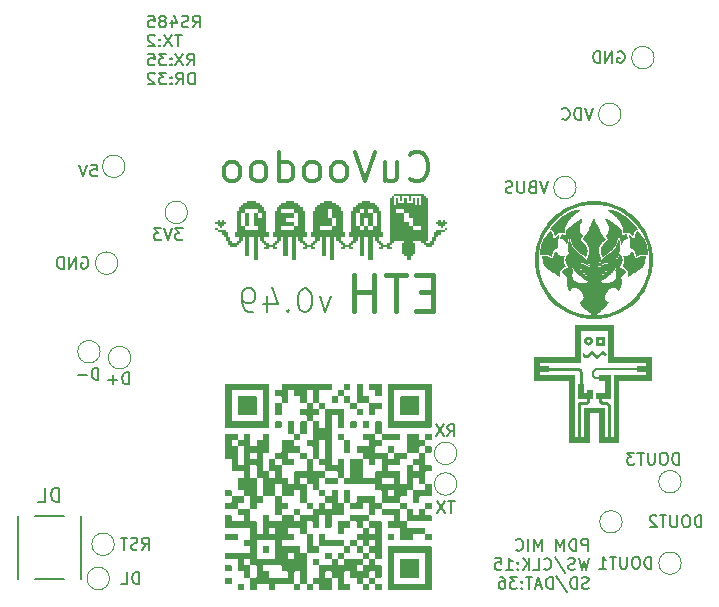
<source format=gbo>
G04 #@! TF.GenerationSoftware,KiCad,Pcbnew,9.0.6*
G04 #@! TF.CreationDate,2025-12-01T14:44:23+01:00*
G04 #@! TF.ProjectId,wled-eth.versioned,776c6564-2d65-4746-982e-76657273696f,v0.49*
G04 #@! TF.SameCoordinates,Original*
G04 #@! TF.FileFunction,Legend,Bot*
G04 #@! TF.FilePolarity,Positive*
%FSLAX46Y46*%
G04 Gerber Fmt 4.6, Leading zero omitted, Abs format (unit mm)*
G04 Created by KiCad (PCBNEW 9.0.6) date 2025-12-01 14:44:23*
%MOMM*%
%LPD*%
G01*
G04 APERTURE LIST*
%ADD10C,0.000000*%
%ADD11C,0.160000*%
%ADD12C,0.200000*%
%ADD13C,0.400000*%
%ADD14C,0.300000*%
%ADD15C,0.120000*%
%ADD16C,0.250000*%
G04 APERTURE END LIST*
D10*
G36*
X24086075Y-100964524D02*
G01*
X24088763Y-100964728D01*
X24091412Y-100965065D01*
X24094018Y-100965530D01*
X24096579Y-100966120D01*
X24099090Y-100966833D01*
X24101549Y-100967665D01*
X24103953Y-100968612D01*
X24106297Y-100969671D01*
X24108578Y-100970840D01*
X24110794Y-100972113D01*
X24112941Y-100973489D01*
X24115016Y-100974964D01*
X24117015Y-100976535D01*
X24118934Y-100978198D01*
X24120772Y-100979950D01*
X24122524Y-100981787D01*
X24124187Y-100983707D01*
X24125757Y-100985706D01*
X24127232Y-100987780D01*
X24128608Y-100989927D01*
X24129882Y-100992143D01*
X24131050Y-100994425D01*
X24132109Y-100996769D01*
X24133057Y-100999172D01*
X24133888Y-101001631D01*
X24134601Y-101004143D01*
X24135192Y-101006703D01*
X24135657Y-101009310D01*
X24135993Y-101011959D01*
X24136197Y-101014647D01*
X24136266Y-101017371D01*
X24136266Y-101440703D01*
X24136197Y-101443427D01*
X24135993Y-101446115D01*
X24135657Y-101448764D01*
X24135192Y-101451371D01*
X24134601Y-101453931D01*
X24133888Y-101456443D01*
X24133057Y-101458902D01*
X24132109Y-101461305D01*
X24131050Y-101463649D01*
X24129882Y-101465931D01*
X24128608Y-101468147D01*
X24127232Y-101470294D01*
X24125757Y-101472368D01*
X24124187Y-101474367D01*
X24122524Y-101476287D01*
X24120772Y-101478124D01*
X24118934Y-101479876D01*
X24117015Y-101481539D01*
X24115016Y-101483110D01*
X24112941Y-101484584D01*
X24110794Y-101485961D01*
X24108578Y-101487234D01*
X24106297Y-101488403D01*
X24103953Y-101489462D01*
X24101549Y-101490409D01*
X24099090Y-101491241D01*
X24096579Y-101491953D01*
X24094018Y-101492544D01*
X24091412Y-101493009D01*
X24088763Y-101493346D01*
X24086075Y-101493550D01*
X24083351Y-101493619D01*
X23660018Y-101493619D01*
X23657294Y-101493550D01*
X23654606Y-101493346D01*
X23651957Y-101493009D01*
X23649351Y-101492544D01*
X23646790Y-101491953D01*
X23644279Y-101491241D01*
X23641820Y-101490409D01*
X23639416Y-101489462D01*
X23637072Y-101488403D01*
X23634791Y-101487234D01*
X23632575Y-101485961D01*
X23630428Y-101484584D01*
X23628353Y-101483110D01*
X23626354Y-101481539D01*
X23624435Y-101479876D01*
X23622597Y-101478124D01*
X23620845Y-101476287D01*
X23619183Y-101474367D01*
X23617612Y-101472368D01*
X23616137Y-101470294D01*
X23614761Y-101468147D01*
X23613487Y-101465931D01*
X23612319Y-101463649D01*
X23611260Y-101461305D01*
X23610312Y-101458902D01*
X23609481Y-101456443D01*
X23608768Y-101453931D01*
X23608177Y-101451371D01*
X23607712Y-101448764D01*
X23607376Y-101446115D01*
X23607172Y-101443427D01*
X23607103Y-101440703D01*
X23607103Y-101017371D01*
X23607172Y-101014647D01*
X23607376Y-101011959D01*
X23607712Y-101009310D01*
X23608177Y-101006703D01*
X23608768Y-101004143D01*
X23609481Y-101001631D01*
X23610312Y-100999172D01*
X23611260Y-100996769D01*
X23612319Y-100994425D01*
X23613487Y-100992143D01*
X23614761Y-100989927D01*
X23616137Y-100987780D01*
X23617612Y-100985706D01*
X23619183Y-100983707D01*
X23620845Y-100981787D01*
X23622597Y-100979950D01*
X23624435Y-100978198D01*
X23626354Y-100976535D01*
X23628353Y-100974964D01*
X23630428Y-100973489D01*
X23632575Y-100972113D01*
X23634791Y-100970840D01*
X23637072Y-100969671D01*
X23639416Y-100968612D01*
X23641820Y-100967665D01*
X23644279Y-100966833D01*
X23646790Y-100966120D01*
X23649351Y-100965530D01*
X23651957Y-100965065D01*
X23654606Y-100964728D01*
X23657294Y-100964524D01*
X23660018Y-100964455D01*
X24083351Y-100964455D01*
X24086075Y-100964524D01*
G37*
G36*
X57579557Y-71190802D02*
G01*
X57673464Y-71283182D01*
X57761577Y-71380558D01*
X57843887Y-71482981D01*
X57920382Y-71590501D01*
X57991051Y-71703172D01*
X58055884Y-71821044D01*
X58114868Y-71944169D01*
X58167994Y-72072597D01*
X58215251Y-72206381D01*
X58256626Y-72345572D01*
X58292110Y-72490222D01*
X58321690Y-72640381D01*
X58345357Y-72796101D01*
X58363099Y-72957434D01*
X58374905Y-73124431D01*
X58284658Y-73106789D01*
X58198661Y-73094053D01*
X58116737Y-73085927D01*
X58038710Y-73082114D01*
X57964402Y-73082318D01*
X57893636Y-73086244D01*
X57826236Y-73093594D01*
X57762025Y-73104072D01*
X57700825Y-73117383D01*
X57642461Y-73133231D01*
X57586754Y-73151318D01*
X57533528Y-73171350D01*
X57482605Y-73193029D01*
X57433810Y-73216059D01*
X57341893Y-73264991D01*
X57329190Y-73178978D01*
X57314596Y-73097531D01*
X57297834Y-73020994D01*
X57288554Y-72984673D01*
X57278630Y-72949707D01*
X57268026Y-72916141D01*
X57256707Y-72884016D01*
X57244641Y-72853375D01*
X57231792Y-72824262D01*
X57218125Y-72796719D01*
X57203607Y-72770788D01*
X57188203Y-72746514D01*
X57171878Y-72723938D01*
X57154972Y-72703373D01*
X57137328Y-72684334D01*
X57118995Y-72666736D01*
X57100021Y-72650496D01*
X57080456Y-72635527D01*
X57060348Y-72621746D01*
X57039746Y-72609069D01*
X57018698Y-72597410D01*
X56997253Y-72586686D01*
X56975460Y-72576811D01*
X56953368Y-72567701D01*
X56931024Y-72559272D01*
X56908479Y-72551438D01*
X56885780Y-72544116D01*
X56840115Y-72530669D01*
X56841535Y-72438206D01*
X56841177Y-72349281D01*
X56839129Y-72263748D01*
X56835481Y-72181459D01*
X56823734Y-72026032D01*
X56806646Y-71881826D01*
X56784924Y-71747671D01*
X56759277Y-71622394D01*
X56730413Y-71504823D01*
X56699039Y-71393788D01*
X56719344Y-71401688D01*
X56740028Y-71410586D01*
X56761092Y-71420529D01*
X56782540Y-71431567D01*
X56804372Y-71443748D01*
X56826592Y-71457121D01*
X56849201Y-71471735D01*
X56872202Y-71487639D01*
X56895598Y-71504881D01*
X56919390Y-71523511D01*
X56943580Y-71543576D01*
X56968172Y-71565127D01*
X56993166Y-71588212D01*
X57018567Y-71612879D01*
X57044374Y-71639177D01*
X57070592Y-71667156D01*
X57181697Y-71790146D01*
X57204951Y-71626332D01*
X57211656Y-71582031D01*
X57218934Y-71540091D01*
X57226769Y-71500459D01*
X57235141Y-71463082D01*
X57244036Y-71427907D01*
X57253434Y-71394880D01*
X57263320Y-71363948D01*
X57273675Y-71335058D01*
X57284482Y-71308156D01*
X57295725Y-71283191D01*
X57307385Y-71260107D01*
X57319446Y-71238853D01*
X57331890Y-71219374D01*
X57344700Y-71201618D01*
X57357859Y-71185532D01*
X57371349Y-71171062D01*
X57377218Y-71165341D01*
X57383192Y-71159836D01*
X57389274Y-71154544D01*
X57395468Y-71149461D01*
X57401778Y-71144583D01*
X57408206Y-71139906D01*
X57414758Y-71135426D01*
X57421437Y-71131140D01*
X57428246Y-71127044D01*
X57435189Y-71123134D01*
X57442270Y-71119406D01*
X57449492Y-71115856D01*
X57456860Y-71112481D01*
X57464376Y-71109277D01*
X57472045Y-71106240D01*
X57479870Y-71103366D01*
X57579557Y-71190802D01*
G37*
G36*
X54804561Y-70036722D02*
G01*
X54913586Y-70083012D01*
X55018711Y-70132081D01*
X55120160Y-70183780D01*
X55218158Y-70237965D01*
X55312930Y-70294488D01*
X55404701Y-70353202D01*
X55493695Y-70413962D01*
X55580137Y-70476621D01*
X55664252Y-70541032D01*
X55746265Y-70607049D01*
X55826401Y-70674525D01*
X55981939Y-70813267D01*
X56132665Y-70956088D01*
X56137400Y-70979762D01*
X56141600Y-71003471D01*
X56145256Y-71027216D01*
X56148358Y-71050996D01*
X56150895Y-71074811D01*
X56152860Y-71098661D01*
X56154241Y-71122546D01*
X56155031Y-71146464D01*
X56155218Y-71170417D01*
X56154793Y-71194403D01*
X56153748Y-71218423D01*
X56152071Y-71242475D01*
X56149754Y-71266560D01*
X56146788Y-71290678D01*
X56143162Y-71314828D01*
X56138866Y-71339010D01*
X56109411Y-71487322D01*
X56247904Y-71426861D01*
X56280461Y-71412971D01*
X56313954Y-71399864D01*
X56331075Y-71393729D01*
X56348459Y-71387940D01*
X56366116Y-71382549D01*
X56384054Y-71377605D01*
X56402283Y-71373158D01*
X56420813Y-71369260D01*
X56439653Y-71365960D01*
X56458813Y-71363308D01*
X56478302Y-71361356D01*
X56498131Y-71360153D01*
X56518307Y-71359751D01*
X56538842Y-71360198D01*
X56541943Y-71363299D01*
X56555334Y-71405965D01*
X56568371Y-71449407D01*
X56581017Y-71493711D01*
X56593231Y-71538966D01*
X56604978Y-71585258D01*
X56616218Y-71632675D01*
X56626914Y-71681305D01*
X56637027Y-71731235D01*
X56612900Y-71733941D01*
X56589331Y-71737280D01*
X56566413Y-71741361D01*
X56555229Y-71743714D01*
X56544243Y-71746293D01*
X56533468Y-71749112D01*
X56522916Y-71752185D01*
X56512598Y-71755525D01*
X56502527Y-71759146D01*
X56492714Y-71763061D01*
X56483171Y-71767284D01*
X56473911Y-71771829D01*
X56464945Y-71776710D01*
X56436872Y-71793782D01*
X56410117Y-71811998D01*
X56384636Y-71831292D01*
X56360384Y-71851597D01*
X56337314Y-71872847D01*
X56315383Y-71894974D01*
X56294543Y-71917911D01*
X56274751Y-71941593D01*
X56255961Y-71965951D01*
X56238128Y-71990920D01*
X56221206Y-72016433D01*
X56205150Y-72042422D01*
X56189916Y-72068822D01*
X56175457Y-72095565D01*
X56161728Y-72122584D01*
X56148685Y-72149814D01*
X56140053Y-72168735D01*
X56131730Y-72187713D01*
X56123687Y-72206737D01*
X56115895Y-72225800D01*
X56100952Y-72264005D01*
X56086673Y-72302259D01*
X56086531Y-72299289D01*
X56086426Y-72296307D01*
X56086316Y-72293330D01*
X56086245Y-72291848D01*
X56086156Y-72290374D01*
X56080837Y-72230469D01*
X56073317Y-72172528D01*
X56063860Y-72116600D01*
X56052728Y-72062732D01*
X56040187Y-72010975D01*
X56026500Y-71961376D01*
X56011930Y-71913984D01*
X55996742Y-71868848D01*
X55965564Y-71785538D01*
X55935078Y-71711835D01*
X55884618Y-71594809D01*
X55833975Y-71473886D01*
X55808654Y-71602560D01*
X55792856Y-71681960D01*
X55766865Y-71795698D01*
X55749043Y-71862857D01*
X55727468Y-71935498D01*
X55701738Y-72012586D01*
X55671452Y-72093086D01*
X55636209Y-72175965D01*
X55595606Y-72260188D01*
X55549243Y-72344720D01*
X55496717Y-72428527D01*
X55468018Y-72469836D01*
X55437627Y-72510576D01*
X55405495Y-72550617D01*
X55371572Y-72589831D01*
X55335807Y-72628088D01*
X55298150Y-72665259D01*
X55258551Y-72701214D01*
X55216959Y-72735824D01*
X55131376Y-72802596D01*
X55042898Y-72869872D01*
X54861677Y-73007414D01*
X54771144Y-73078417D01*
X54682138Y-73151400D01*
X54638553Y-73188749D01*
X54595764Y-73226732D01*
X54553909Y-73265394D01*
X54513126Y-73304781D01*
X54472882Y-73227361D01*
X54438686Y-73152866D01*
X54410260Y-73081204D01*
X54387327Y-73012287D01*
X54369611Y-72946022D01*
X54356833Y-72882320D01*
X54348718Y-72821091D01*
X54344987Y-72762243D01*
X54345364Y-72705686D01*
X54349572Y-72651330D01*
X54357333Y-72599084D01*
X54368371Y-72548858D01*
X54382408Y-72500560D01*
X54399168Y-72454102D01*
X54418373Y-72409391D01*
X54439746Y-72366338D01*
X54464104Y-72323288D01*
X54490509Y-72281957D01*
X54518689Y-72242314D01*
X54548376Y-72204328D01*
X54579300Y-72167969D01*
X54611191Y-72133205D01*
X54643779Y-72100008D01*
X54676795Y-72068345D01*
X54709969Y-72038186D01*
X54743031Y-72009501D01*
X54807741Y-71956430D01*
X54923954Y-71866627D01*
X54990100Y-71815467D01*
X54933772Y-71752939D01*
X54906718Y-71722012D01*
X54879861Y-71690200D01*
X54853202Y-71657548D01*
X54826743Y-71624097D01*
X54800486Y-71589892D01*
X54774430Y-71554977D01*
X54748579Y-71519394D01*
X54722932Y-71483188D01*
X54764882Y-71446937D01*
X54803463Y-71409446D01*
X54838725Y-71370775D01*
X54870717Y-71330984D01*
X54899488Y-71290134D01*
X54925088Y-71248285D01*
X54947566Y-71205498D01*
X54966970Y-71161832D01*
X54983351Y-71117349D01*
X54996757Y-71072108D01*
X55007238Y-71026171D01*
X55014843Y-70979596D01*
X55019621Y-70932446D01*
X55021622Y-70884779D01*
X55020894Y-70836657D01*
X55017488Y-70788140D01*
X55011431Y-70740722D01*
X55002556Y-70692868D01*
X54991057Y-70644609D01*
X54977130Y-70595972D01*
X54960969Y-70546986D01*
X54942768Y-70497680D01*
X54922723Y-70448083D01*
X54901027Y-70398224D01*
X54877876Y-70348131D01*
X54853464Y-70297833D01*
X54801635Y-70196738D01*
X54691410Y-69993356D01*
X54804561Y-70036722D01*
G37*
G36*
X51746726Y-71803848D02*
G01*
X51772443Y-71919399D01*
X51789387Y-71984340D01*
X51809675Y-72053114D01*
X51833771Y-72125017D01*
X51862142Y-72199341D01*
X51895251Y-72275378D01*
X51933565Y-72352424D01*
X51977549Y-72429771D01*
X52027667Y-72506712D01*
X52055172Y-72544809D01*
X52084385Y-72582540D01*
X52115364Y-72619817D01*
X52148168Y-72656550D01*
X52182855Y-72692652D01*
X52219482Y-72728034D01*
X52258108Y-72762608D01*
X52298791Y-72796286D01*
X52389080Y-72866769D01*
X52481864Y-72937441D01*
X52669972Y-73080813D01*
X52762824Y-73154245D01*
X52853228Y-73229329D01*
X52897125Y-73267604D01*
X52939946Y-73306430D01*
X52981538Y-73345851D01*
X53021744Y-73385913D01*
X53054795Y-73421290D01*
X53085709Y-73457531D01*
X53114525Y-73494618D01*
X53141278Y-73532536D01*
X53166005Y-73571268D01*
X53188743Y-73610798D01*
X53209527Y-73651108D01*
X53228396Y-73692183D01*
X53245385Y-73734007D01*
X53260531Y-73776562D01*
X53273870Y-73819833D01*
X53285440Y-73863802D01*
X53295276Y-73908454D01*
X53303415Y-73953771D01*
X53309894Y-73999739D01*
X53314750Y-74046339D01*
X53270456Y-74011967D01*
X53247422Y-73994428D01*
X53222424Y-73976275D01*
X53208866Y-73966880D01*
X53194432Y-73957224D01*
X53178992Y-73947271D01*
X53162418Y-73936988D01*
X53144581Y-73926337D01*
X53125353Y-73915284D01*
X53104604Y-73903792D01*
X53082206Y-73891826D01*
X53047668Y-73874265D01*
X53012725Y-73857764D01*
X52977522Y-73842595D01*
X52959868Y-73835595D01*
X52942202Y-73829030D01*
X52924543Y-73822933D01*
X52906910Y-73817339D01*
X52889319Y-73812281D01*
X52871789Y-73807794D01*
X52854337Y-73803910D01*
X52836983Y-73800665D01*
X52819743Y-73798092D01*
X52802636Y-73796225D01*
X52785591Y-73795183D01*
X52768573Y-73795083D01*
X52751650Y-73795950D01*
X52734892Y-73797812D01*
X52718371Y-73800694D01*
X52702155Y-73804624D01*
X52686314Y-73809627D01*
X52670918Y-73815731D01*
X52656037Y-73822960D01*
X52641741Y-73831343D01*
X52628100Y-73840905D01*
X52615183Y-73851672D01*
X52603061Y-73863672D01*
X52597320Y-73870143D01*
X52591803Y-73876931D01*
X52586520Y-73884040D01*
X52581479Y-73891474D01*
X52576689Y-73899236D01*
X52572159Y-73907330D01*
X52564205Y-73923461D01*
X52557342Y-73939870D01*
X52551539Y-73956536D01*
X52546767Y-73973436D01*
X52542995Y-73990551D01*
X52540191Y-74007859D01*
X52538326Y-74025339D01*
X52537368Y-74042969D01*
X52537288Y-74060729D01*
X52538055Y-74078597D01*
X52539638Y-74096553D01*
X52542006Y-74114574D01*
X52545130Y-74132641D01*
X52548977Y-74150731D01*
X52553519Y-74168825D01*
X52558724Y-74186899D01*
X52564563Y-74204971D01*
X52571019Y-74223065D01*
X52578075Y-74241178D01*
X52585714Y-74259302D01*
X52593920Y-74277433D01*
X52602675Y-74295565D01*
X52611965Y-74313694D01*
X52621771Y-74331812D01*
X52632078Y-74349916D01*
X52642869Y-74368000D01*
X52654128Y-74386058D01*
X52665837Y-74404084D01*
X52690542Y-74440022D01*
X52716853Y-74475770D01*
X52744600Y-74511268D01*
X52773609Y-74546440D01*
X52803746Y-74581225D01*
X52834873Y-74615560D01*
X52866856Y-74649383D01*
X52899557Y-74682632D01*
X52932842Y-74715243D01*
X52966573Y-74747156D01*
X53034833Y-74808634D01*
X53103250Y-74866566D01*
X53170735Y-74920453D01*
X53236201Y-74969796D01*
X53261007Y-74987366D01*
X53264627Y-75343416D01*
X53030118Y-75190936D01*
X52903678Y-75108467D01*
X52774569Y-75021400D01*
X52645384Y-74929400D01*
X52581573Y-74881446D01*
X52518714Y-74832133D01*
X52457133Y-74781421D01*
X52397152Y-74729266D01*
X52339096Y-74675627D01*
X52283288Y-74620463D01*
X52228799Y-74562447D01*
X52177385Y-74502978D01*
X52129381Y-74441976D01*
X52085118Y-74379364D01*
X52044930Y-74315062D01*
X52009149Y-74248992D01*
X51978110Y-74181076D01*
X51964472Y-74146401D01*
X51952144Y-74111235D01*
X51941168Y-74075568D01*
X51931585Y-74039390D01*
X51923437Y-74002691D01*
X51916765Y-73965462D01*
X51911612Y-73927693D01*
X51908019Y-73889374D01*
X51906027Y-73850494D01*
X51905678Y-73811045D01*
X51907013Y-73771017D01*
X51910075Y-73730399D01*
X51914905Y-73689182D01*
X51921544Y-73647355D01*
X51930035Y-73604910D01*
X51940418Y-73561837D01*
X51952735Y-73518124D01*
X51967029Y-73473763D01*
X51974779Y-73452577D01*
X51960826Y-73436557D01*
X51898986Y-73353296D01*
X51843223Y-73271523D01*
X51793284Y-73191261D01*
X51748914Y-73112534D01*
X51709860Y-73035365D01*
X51675871Y-72959777D01*
X51646692Y-72885795D01*
X51622070Y-72813441D01*
X51601753Y-72742740D01*
X51585486Y-72673713D01*
X51573018Y-72606386D01*
X51564094Y-72540782D01*
X51558462Y-72476923D01*
X51555869Y-72414834D01*
X51556061Y-72354538D01*
X51558785Y-72296058D01*
X51563023Y-72246932D01*
X51568826Y-72199848D01*
X51576042Y-72154728D01*
X51584517Y-72111496D01*
X51594099Y-72070076D01*
X51604634Y-72030390D01*
X51615970Y-71992363D01*
X51627954Y-71955918D01*
X51653254Y-71887466D01*
X51679311Y-71824424D01*
X51728800Y-71712114D01*
X51746726Y-71803848D01*
G37*
G36*
X52408372Y-69448386D02*
G01*
X52296756Y-69535252D01*
X52184740Y-69625613D01*
X52073189Y-69720182D01*
X52017859Y-69769266D01*
X51962970Y-69819669D01*
X51908630Y-69871480D01*
X51854947Y-69924787D01*
X51802030Y-69979680D01*
X51749988Y-70036248D01*
X51691212Y-70104226D01*
X51635642Y-70173736D01*
X51583426Y-70244711D01*
X51534714Y-70317086D01*
X51489655Y-70390794D01*
X51448397Y-70465771D01*
X51411089Y-70541950D01*
X51377881Y-70619265D01*
X51348921Y-70697651D01*
X51324358Y-70777042D01*
X51304342Y-70857371D01*
X51289021Y-70938574D01*
X51278543Y-71020584D01*
X51273059Y-71103335D01*
X51272717Y-71186761D01*
X51277665Y-71270798D01*
X51240068Y-71256277D01*
X51201198Y-71242015D01*
X51181199Y-71235241D01*
X51160779Y-71228842D01*
X51139902Y-71222922D01*
X51118534Y-71217584D01*
X51096639Y-71212932D01*
X51074185Y-71209069D01*
X51051135Y-71206100D01*
X51027456Y-71204127D01*
X51003112Y-71203254D01*
X50978070Y-71203584D01*
X50952293Y-71205222D01*
X50925749Y-71208269D01*
X50898405Y-71213207D01*
X50870565Y-71220345D01*
X50842255Y-71229598D01*
X50813503Y-71240881D01*
X50784334Y-71254108D01*
X50754776Y-71269192D01*
X50724855Y-71286049D01*
X50694597Y-71304592D01*
X50664029Y-71324735D01*
X50633178Y-71346392D01*
X50602070Y-71369479D01*
X50570732Y-71393909D01*
X50539190Y-71419596D01*
X50507471Y-71446454D01*
X50475602Y-71474398D01*
X50443608Y-71503342D01*
X50429172Y-71434916D01*
X50413867Y-71368830D01*
X50397153Y-71305773D01*
X50388100Y-71275594D01*
X50378493Y-71246430D01*
X50368264Y-71218367D01*
X50357346Y-71191490D01*
X50345672Y-71165886D01*
X50333173Y-71141640D01*
X50319784Y-71118838D01*
X50305436Y-71097567D01*
X50290061Y-71077911D01*
X50273593Y-71059958D01*
X50266672Y-71053344D01*
X50259530Y-71047138D01*
X50252178Y-71041324D01*
X50244622Y-71035885D01*
X50236873Y-71030805D01*
X50228938Y-71026068D01*
X50212549Y-71017557D01*
X50195523Y-71010223D01*
X50177932Y-71003935D01*
X50159845Y-70998564D01*
X50141331Y-70993980D01*
X50122462Y-70990052D01*
X50103306Y-70986652D01*
X50064414Y-70980912D01*
X50025217Y-70975721D01*
X49986272Y-70970041D01*
X50105794Y-70824976D01*
X50223163Y-70687393D01*
X50338381Y-70557182D01*
X50451449Y-70434234D01*
X50562367Y-70318439D01*
X50671138Y-70209687D01*
X50777762Y-70107868D01*
X50882240Y-70012873D01*
X50984573Y-69924591D01*
X51084763Y-69842914D01*
X51182811Y-69767730D01*
X51278717Y-69698930D01*
X51372483Y-69636405D01*
X51464110Y-69580044D01*
X51553599Y-69529738D01*
X51640951Y-69485377D01*
X51710982Y-69453374D01*
X51779365Y-69425250D01*
X51846211Y-69400725D01*
X51911635Y-69379521D01*
X51975749Y-69361357D01*
X52038667Y-69345954D01*
X52100502Y-69333033D01*
X52161366Y-69322314D01*
X52221374Y-69313517D01*
X52280638Y-69306364D01*
X52397386Y-69295867D01*
X52626937Y-69282289D01*
X52408372Y-69448386D01*
G37*
G36*
X27261071Y-87206205D02*
G01*
X27263759Y-87206410D01*
X27266408Y-87206746D01*
X27269015Y-87207212D01*
X27271575Y-87207802D01*
X27274087Y-87208516D01*
X27276546Y-87209348D01*
X27278949Y-87210295D01*
X27281293Y-87211355D01*
X27283575Y-87212524D01*
X27285791Y-87213798D01*
X27287938Y-87215174D01*
X27290012Y-87216650D01*
X27292011Y-87218221D01*
X27293931Y-87219884D01*
X27295769Y-87221636D01*
X27297521Y-87223474D01*
X27299183Y-87225394D01*
X27300754Y-87227393D01*
X27302229Y-87229468D01*
X27303605Y-87231615D01*
X27304879Y-87233831D01*
X27306047Y-87236112D01*
X27307107Y-87238456D01*
X27308054Y-87240859D01*
X27308885Y-87243318D01*
X27309598Y-87245829D01*
X27310189Y-87248389D01*
X27310654Y-87250995D01*
X27310990Y-87253643D01*
X27311195Y-87256330D01*
X27311264Y-87259053D01*
X27311264Y-87682386D01*
X27311195Y-87685109D01*
X27310990Y-87687796D01*
X27310654Y-87690444D01*
X27310189Y-87693050D01*
X27309598Y-87695610D01*
X27308885Y-87698121D01*
X27308054Y-87700580D01*
X27307107Y-87702983D01*
X27306047Y-87705327D01*
X27304879Y-87707609D01*
X27303605Y-87709824D01*
X27302229Y-87711972D01*
X27300754Y-87714046D01*
X27299183Y-87716045D01*
X27297521Y-87717965D01*
X27295769Y-87719803D01*
X27293931Y-87721555D01*
X27292011Y-87723219D01*
X27290012Y-87724789D01*
X27287938Y-87726265D01*
X27285791Y-87727641D01*
X27283575Y-87728916D01*
X27281293Y-87730084D01*
X27278949Y-87731144D01*
X27276546Y-87732091D01*
X27274087Y-87732923D01*
X27271575Y-87733637D01*
X27269015Y-87734227D01*
X27266408Y-87734693D01*
X27263759Y-87735029D01*
X27261071Y-87735234D01*
X27258347Y-87735303D01*
X26835014Y-87735303D01*
X26832290Y-87735234D01*
X26829602Y-87735029D01*
X26826953Y-87734693D01*
X26824346Y-87734227D01*
X26821786Y-87733637D01*
X26819274Y-87732923D01*
X26816815Y-87732091D01*
X26814412Y-87731144D01*
X26812068Y-87730084D01*
X26809786Y-87728916D01*
X26807570Y-87727641D01*
X26805423Y-87726265D01*
X26803348Y-87724789D01*
X26801349Y-87723219D01*
X26799430Y-87721555D01*
X26797592Y-87719803D01*
X26795840Y-87717965D01*
X26794177Y-87716045D01*
X26792607Y-87714046D01*
X26791132Y-87711972D01*
X26789756Y-87709824D01*
X26788482Y-87707609D01*
X26787314Y-87705327D01*
X26786254Y-87702983D01*
X26785307Y-87700580D01*
X26784475Y-87698121D01*
X26783763Y-87695610D01*
X26783172Y-87693050D01*
X26782707Y-87690444D01*
X26782370Y-87687796D01*
X26782166Y-87685109D01*
X26782097Y-87682386D01*
X26782097Y-87259053D01*
X26782166Y-87256330D01*
X26782370Y-87253643D01*
X26782707Y-87250995D01*
X26783172Y-87248389D01*
X26783763Y-87245829D01*
X26784475Y-87243318D01*
X26785307Y-87240859D01*
X26786254Y-87238456D01*
X26787314Y-87236112D01*
X26788482Y-87233831D01*
X26789756Y-87231615D01*
X26791132Y-87229468D01*
X26792607Y-87227393D01*
X26794177Y-87225394D01*
X26795840Y-87223474D01*
X26797592Y-87221636D01*
X26799430Y-87219884D01*
X26801349Y-87218221D01*
X26803348Y-87216650D01*
X26805423Y-87215174D01*
X26807570Y-87213798D01*
X26809786Y-87212524D01*
X26812068Y-87211355D01*
X26814412Y-87210295D01*
X26816815Y-87209348D01*
X26819274Y-87208516D01*
X26821786Y-87207802D01*
X26824346Y-87207212D01*
X26826953Y-87206746D01*
X26829602Y-87206410D01*
X26832290Y-87206205D01*
X26835014Y-87206136D01*
X27258347Y-87206136D01*
X27261071Y-87206205D01*
G37*
G36*
X33132090Y-96149042D02*
G01*
X33132021Y-96151766D01*
X33131817Y-96154454D01*
X33131480Y-96157103D01*
X33131015Y-96159710D01*
X33130424Y-96162270D01*
X33129711Y-96164782D01*
X33128879Y-96167241D01*
X33127931Y-96169644D01*
X33126872Y-96171988D01*
X33125703Y-96174270D01*
X33124429Y-96176486D01*
X33123052Y-96178633D01*
X33121577Y-96180708D01*
X33120006Y-96182707D01*
X33118343Y-96184626D01*
X33116591Y-96186464D01*
X33114753Y-96188216D01*
X33112833Y-96189879D01*
X33110834Y-96191449D01*
X33108759Y-96192924D01*
X33106612Y-96194300D01*
X33104396Y-96195574D01*
X33102114Y-96196742D01*
X33099770Y-96197802D01*
X33097367Y-96198749D01*
X33094909Y-96199580D01*
X33092398Y-96200293D01*
X33089838Y-96200884D01*
X33087232Y-96201349D01*
X33084584Y-96201685D01*
X33081896Y-96201889D01*
X33079174Y-96201958D01*
X32655841Y-96201958D01*
X32653118Y-96202027D01*
X32650431Y-96202231D01*
X32647783Y-96202568D01*
X32645177Y-96203033D01*
X32642617Y-96203624D01*
X32640106Y-96204336D01*
X32637647Y-96205168D01*
X32635244Y-96206115D01*
X32632900Y-96207175D01*
X32630619Y-96208343D01*
X32628403Y-96209617D01*
X32626256Y-96210993D01*
X32624181Y-96212468D01*
X32622182Y-96214038D01*
X32620262Y-96215701D01*
X32618424Y-96217453D01*
X32616672Y-96219291D01*
X32615008Y-96221211D01*
X32613437Y-96223210D01*
X32611962Y-96225284D01*
X32610585Y-96227431D01*
X32609311Y-96229647D01*
X32608142Y-96231929D01*
X32607083Y-96234273D01*
X32606135Y-96236676D01*
X32605303Y-96239136D01*
X32604590Y-96241647D01*
X32603999Y-96244208D01*
X32603534Y-96246814D01*
X32603197Y-96249463D01*
X32602993Y-96252152D01*
X32602924Y-96254876D01*
X32602924Y-96678208D01*
X32602855Y-96680932D01*
X32602651Y-96683620D01*
X32602314Y-96686269D01*
X32601849Y-96688876D01*
X32601258Y-96691436D01*
X32600545Y-96693948D01*
X32599713Y-96696407D01*
X32598765Y-96698810D01*
X32597705Y-96701154D01*
X32596537Y-96703436D01*
X32595263Y-96705652D01*
X32593886Y-96707799D01*
X32592411Y-96709873D01*
X32590840Y-96711872D01*
X32589177Y-96713792D01*
X32587424Y-96715630D01*
X32585587Y-96717382D01*
X32583666Y-96719044D01*
X32581667Y-96720615D01*
X32579593Y-96722090D01*
X32577446Y-96723466D01*
X32575230Y-96724740D01*
X32572948Y-96725908D01*
X32570604Y-96726968D01*
X32568201Y-96727915D01*
X32565742Y-96728746D01*
X32563231Y-96729459D01*
X32560671Y-96730050D01*
X32558066Y-96730515D01*
X32555417Y-96730851D01*
X32552730Y-96731056D01*
X32550007Y-96731125D01*
X32126675Y-96731125D01*
X32123952Y-96731056D01*
X32121265Y-96730851D01*
X32118617Y-96730515D01*
X32116011Y-96730050D01*
X32113451Y-96729459D01*
X32110940Y-96728746D01*
X32108481Y-96727915D01*
X32106078Y-96726968D01*
X32103734Y-96725908D01*
X32101453Y-96724740D01*
X32099237Y-96723466D01*
X32097090Y-96722090D01*
X32095015Y-96720615D01*
X32093016Y-96719044D01*
X32091096Y-96717382D01*
X32089258Y-96715630D01*
X32087506Y-96713792D01*
X32085843Y-96711872D01*
X32084272Y-96709873D01*
X32082796Y-96707799D01*
X32081420Y-96705652D01*
X32080146Y-96703436D01*
X32078977Y-96701154D01*
X32077917Y-96698810D01*
X32076970Y-96696407D01*
X32076138Y-96693948D01*
X32075425Y-96691436D01*
X32074834Y-96688876D01*
X32074368Y-96686269D01*
X32074032Y-96683620D01*
X32073827Y-96680932D01*
X32073759Y-96678208D01*
X32073759Y-95725710D01*
X32073827Y-95722985D01*
X32074032Y-95720297D01*
X32074368Y-95717648D01*
X32074834Y-95715042D01*
X32075425Y-95712481D01*
X32076138Y-95709969D01*
X32076970Y-95707510D01*
X32077917Y-95705107D01*
X32078977Y-95702763D01*
X32080146Y-95700481D01*
X32081420Y-95698265D01*
X32082796Y-95696118D01*
X32084272Y-95694044D01*
X32085843Y-95692045D01*
X32087506Y-95690125D01*
X32089258Y-95688287D01*
X32091096Y-95686536D01*
X32093016Y-95684873D01*
X32095015Y-95683302D01*
X32097090Y-95681827D01*
X32099237Y-95680451D01*
X32101453Y-95679177D01*
X32103734Y-95678009D01*
X32106078Y-95676950D01*
X32108481Y-95676003D01*
X32110940Y-95675171D01*
X32113451Y-95674458D01*
X32116011Y-95673868D01*
X32118617Y-95673402D01*
X32121265Y-95673066D01*
X32123952Y-95672862D01*
X32126675Y-95672793D01*
X33132090Y-95672793D01*
X33132090Y-96149042D01*
G37*
G36*
X41316335Y-71019250D02*
G01*
X41136418Y-71019250D01*
X41136418Y-70839333D01*
X41316335Y-70839333D01*
X41316335Y-71019250D01*
G37*
G36*
X29427928Y-88211552D02*
G01*
X29427860Y-88214275D01*
X29427655Y-88216962D01*
X29427319Y-88219610D01*
X29426853Y-88222216D01*
X29426262Y-88224776D01*
X29425549Y-88227287D01*
X29424717Y-88229746D01*
X29423770Y-88232149D01*
X29422710Y-88234493D01*
X29421541Y-88236774D01*
X29420267Y-88238990D01*
X29418891Y-88241137D01*
X29417415Y-88243212D01*
X29415844Y-88245211D01*
X29414181Y-88247131D01*
X29412429Y-88248969D01*
X29410591Y-88250721D01*
X29408671Y-88252385D01*
X29406672Y-88253956D01*
X29404597Y-88255431D01*
X29402450Y-88256807D01*
X29400234Y-88258082D01*
X29397953Y-88259250D01*
X29395609Y-88260310D01*
X29393206Y-88261258D01*
X29390747Y-88262090D01*
X29388236Y-88262803D01*
X29385676Y-88263394D01*
X29383070Y-88263859D01*
X29380422Y-88264196D01*
X29377735Y-88264400D01*
X29375012Y-88264469D01*
X28898762Y-88264469D01*
X28898762Y-87259054D01*
X28898831Y-87256331D01*
X28899035Y-87253644D01*
X28899372Y-87250996D01*
X28899837Y-87248390D01*
X28900428Y-87245830D01*
X28901141Y-87243319D01*
X28901973Y-87240860D01*
X28902921Y-87238457D01*
X28903981Y-87236113D01*
X28905149Y-87233831D01*
X28906424Y-87231615D01*
X28907800Y-87229468D01*
X28909276Y-87227394D01*
X28910847Y-87225394D01*
X28912510Y-87223474D01*
X28914262Y-87221637D01*
X28916100Y-87219884D01*
X28918020Y-87218221D01*
X28920019Y-87216650D01*
X28922094Y-87215175D01*
X28924241Y-87213798D01*
X28926457Y-87212524D01*
X28928739Y-87211355D01*
X28931083Y-87210296D01*
X28933486Y-87209348D01*
X28935944Y-87208516D01*
X28938455Y-87207803D01*
X28941016Y-87207212D01*
X28943621Y-87206747D01*
X28946270Y-87206410D01*
X28948957Y-87206206D01*
X28951680Y-87206137D01*
X29427928Y-87206137D01*
X29427928Y-88211552D01*
G37*
G36*
X50058905Y-71105211D02*
G01*
X50066778Y-71108261D01*
X50074491Y-71111487D01*
X50082048Y-71114893D01*
X50089451Y-71118482D01*
X50096707Y-71122258D01*
X50103818Y-71126224D01*
X50110788Y-71130384D01*
X50117622Y-71134741D01*
X50124323Y-71139298D01*
X50130896Y-71144061D01*
X50137344Y-71149031D01*
X50143672Y-71154213D01*
X50149883Y-71159609D01*
X50155981Y-71165225D01*
X50161971Y-71171062D01*
X50175462Y-71185532D01*
X50188620Y-71201619D01*
X50201431Y-71219375D01*
X50213875Y-71238853D01*
X50225935Y-71260107D01*
X50237596Y-71283191D01*
X50248838Y-71308157D01*
X50259646Y-71335058D01*
X50270001Y-71363948D01*
X50279886Y-71394880D01*
X50289285Y-71427907D01*
X50298179Y-71463082D01*
X50306552Y-71500459D01*
X50314386Y-71540091D01*
X50321664Y-71582031D01*
X50328369Y-71626332D01*
X50349557Y-71790146D01*
X50462729Y-71667156D01*
X50488079Y-71640088D01*
X50513045Y-71614605D01*
X50537628Y-71590659D01*
X50561831Y-71568206D01*
X50585656Y-71547199D01*
X50609105Y-71527593D01*
X50632181Y-71509340D01*
X50654885Y-71492397D01*
X50677221Y-71476715D01*
X50699189Y-71462251D01*
X50720794Y-71448957D01*
X50742036Y-71436787D01*
X50762919Y-71425697D01*
X50783444Y-71415639D01*
X50803613Y-71406568D01*
X50823430Y-71398438D01*
X50794002Y-71510494D01*
X50767085Y-71629039D01*
X50743301Y-71755039D01*
X50732779Y-71821136D01*
X50723274Y-71889460D01*
X50714864Y-71960130D01*
X50707627Y-72033268D01*
X50701642Y-72108993D01*
X50696985Y-72187428D01*
X50693735Y-72268692D01*
X50691970Y-72352906D01*
X50691768Y-72440192D01*
X50693206Y-72530669D01*
X50647542Y-72544116D01*
X50624843Y-72551438D01*
X50602297Y-72559271D01*
X50579954Y-72567701D01*
X50557861Y-72576811D01*
X50536068Y-72586686D01*
X50514624Y-72597410D01*
X50493576Y-72609069D01*
X50472974Y-72621746D01*
X50452866Y-72635527D01*
X50433301Y-72650496D01*
X50414327Y-72666737D01*
X50395994Y-72684334D01*
X50378350Y-72703373D01*
X50361444Y-72723938D01*
X50345119Y-72746514D01*
X50329715Y-72770788D01*
X50315197Y-72796719D01*
X50301530Y-72824262D01*
X50288681Y-72853375D01*
X50276615Y-72884016D01*
X50265296Y-72916141D01*
X50254692Y-72949707D01*
X50244768Y-72984673D01*
X50235488Y-73020994D01*
X50226819Y-73058627D01*
X50218726Y-73097531D01*
X50211175Y-73137663D01*
X50204131Y-73178978D01*
X50191428Y-73264991D01*
X50146356Y-73240145D01*
X50099511Y-73216059D01*
X50050716Y-73193029D01*
X49999794Y-73171350D01*
X49946567Y-73151318D01*
X49890860Y-73133231D01*
X49832495Y-73117383D01*
X49771296Y-73104072D01*
X49707084Y-73093594D01*
X49639684Y-73086244D01*
X49568919Y-73082318D01*
X49494611Y-73082114D01*
X49416583Y-73085927D01*
X49334659Y-73094053D01*
X49248662Y-73106789D01*
X49158415Y-73124431D01*
X49170198Y-72957472D01*
X49187879Y-72796149D01*
X49211451Y-72640414D01*
X49240907Y-72490218D01*
X49276241Y-72345513D01*
X49317445Y-72206252D01*
X49364513Y-72072384D01*
X49417438Y-71943862D01*
X49476213Y-71820638D01*
X49540831Y-71702663D01*
X49611286Y-71589888D01*
X49687570Y-71482266D01*
X49769677Y-71379748D01*
X49857601Y-71282285D01*
X49951333Y-71189829D01*
X50050867Y-71102333D01*
X50058905Y-71105211D01*
G37*
G36*
X25144409Y-85089542D02*
G01*
X25147097Y-85089746D01*
X25149746Y-85090083D01*
X25152353Y-85090548D01*
X25154913Y-85091139D01*
X25157425Y-85091852D01*
X25159884Y-85092684D01*
X25162287Y-85093632D01*
X25164631Y-85094691D01*
X25166913Y-85095860D01*
X25169129Y-85097134D01*
X25171276Y-85098511D01*
X25173350Y-85099986D01*
X25175349Y-85101557D01*
X25177269Y-85103220D01*
X25179106Y-85104972D01*
X25180858Y-85106810D01*
X25182521Y-85108730D01*
X25184091Y-85110729D01*
X25185566Y-85112804D01*
X25186942Y-85114951D01*
X25188216Y-85117167D01*
X25189384Y-85119449D01*
X25190444Y-85121793D01*
X25191391Y-85124196D01*
X25192223Y-85126654D01*
X25192935Y-85129165D01*
X25193526Y-85131725D01*
X25193991Y-85134331D01*
X25194327Y-85136979D01*
X25194532Y-85139667D01*
X25194601Y-85142389D01*
X25194601Y-86624054D01*
X25194532Y-86626777D01*
X25194327Y-86629464D01*
X25193991Y-86632112D01*
X25193526Y-86634718D01*
X25192935Y-86637278D01*
X25192223Y-86639789D01*
X25191391Y-86642248D01*
X25190444Y-86644651D01*
X25189384Y-86646995D01*
X25188216Y-86649277D01*
X25186942Y-86651493D01*
X25185566Y-86653640D01*
X25184091Y-86655714D01*
X25182521Y-86657713D01*
X25180858Y-86659634D01*
X25179106Y-86661471D01*
X25177269Y-86663224D01*
X25175349Y-86664887D01*
X25173350Y-86666458D01*
X25171276Y-86667933D01*
X25169129Y-86669310D01*
X25166913Y-86670584D01*
X25164631Y-86671753D01*
X25162287Y-86672812D01*
X25159884Y-86673760D01*
X25157425Y-86674592D01*
X25154913Y-86675305D01*
X25152353Y-86675896D01*
X25149746Y-86676361D01*
X25147097Y-86676698D01*
X25144409Y-86676902D01*
X25141685Y-86676971D01*
X23660020Y-86676971D01*
X23657296Y-86676902D01*
X23654608Y-86676698D01*
X23651959Y-86676361D01*
X23649353Y-86675896D01*
X23646792Y-86675305D01*
X23644281Y-86674592D01*
X23641822Y-86673760D01*
X23639418Y-86672812D01*
X23637074Y-86671753D01*
X23634793Y-86670584D01*
X23632577Y-86669310D01*
X23630430Y-86667933D01*
X23628355Y-86666458D01*
X23626356Y-86664887D01*
X23624437Y-86663224D01*
X23622599Y-86661471D01*
X23620847Y-86659634D01*
X23619184Y-86657713D01*
X23617614Y-86655714D01*
X23616139Y-86653640D01*
X23614763Y-86651493D01*
X23613489Y-86649277D01*
X23612321Y-86646995D01*
X23611262Y-86644651D01*
X23610314Y-86642248D01*
X23609483Y-86639789D01*
X23608770Y-86637278D01*
X23608179Y-86634718D01*
X23607714Y-86632112D01*
X23607378Y-86629464D01*
X23607174Y-86626777D01*
X23607105Y-86624054D01*
X23607105Y-85142389D01*
X23607174Y-85139667D01*
X23607378Y-85136979D01*
X23607714Y-85134331D01*
X23608179Y-85131725D01*
X23608770Y-85129165D01*
X23609483Y-85126654D01*
X23610314Y-85124196D01*
X23611262Y-85121793D01*
X23612321Y-85119449D01*
X23613489Y-85117167D01*
X23614763Y-85114951D01*
X23616139Y-85112804D01*
X23617614Y-85110729D01*
X23619184Y-85108730D01*
X23620847Y-85106810D01*
X23622599Y-85104972D01*
X23624437Y-85103220D01*
X23626356Y-85101557D01*
X23628355Y-85099986D01*
X23630430Y-85098511D01*
X23632577Y-85097134D01*
X23634793Y-85095860D01*
X23637074Y-85094691D01*
X23639418Y-85093632D01*
X23641822Y-85092684D01*
X23644281Y-85091852D01*
X23646792Y-85091139D01*
X23649353Y-85090548D01*
X23651959Y-85090083D01*
X23654608Y-85089746D01*
X23657296Y-85089542D01*
X23660020Y-85089473D01*
X25141685Y-85089473D01*
X25144409Y-85089542D01*
G37*
G36*
X39961054Y-96731193D02*
G01*
X39963741Y-96731398D01*
X39966389Y-96731734D01*
X39968995Y-96732199D01*
X39971555Y-96732790D01*
X39974066Y-96733503D01*
X39976524Y-96734334D01*
X39978927Y-96735281D01*
X39981271Y-96736341D01*
X39983553Y-96737509D01*
X39985769Y-96738783D01*
X39987916Y-96740159D01*
X39989991Y-96741634D01*
X39991990Y-96743205D01*
X39993910Y-96744867D01*
X39995748Y-96746619D01*
X39997500Y-96748457D01*
X39999163Y-96750377D01*
X40000734Y-96752376D01*
X40002210Y-96754450D01*
X40003586Y-96756597D01*
X40004860Y-96758813D01*
X40006029Y-96761095D01*
X40007089Y-96763439D01*
X40008036Y-96765842D01*
X40008868Y-96768301D01*
X40009581Y-96770813D01*
X40010172Y-96773373D01*
X40010638Y-96775980D01*
X40010974Y-96778629D01*
X40011178Y-96781317D01*
X40011247Y-96784041D01*
X40011247Y-97207373D01*
X40011178Y-97210097D01*
X40010974Y-97212786D01*
X40010638Y-97215435D01*
X40010172Y-97218041D01*
X40009581Y-97220602D01*
X40008868Y-97223113D01*
X40008036Y-97225573D01*
X40007089Y-97227976D01*
X40006029Y-97230320D01*
X40004860Y-97232602D01*
X40003586Y-97234818D01*
X40002210Y-97236965D01*
X40000734Y-97239039D01*
X39999163Y-97241038D01*
X39997500Y-97242958D01*
X39995748Y-97244796D01*
X39993910Y-97246548D01*
X39991990Y-97248211D01*
X39989991Y-97249781D01*
X39987916Y-97251256D01*
X39985769Y-97252632D01*
X39983553Y-97253906D01*
X39981271Y-97255074D01*
X39978927Y-97256134D01*
X39976524Y-97257081D01*
X39974066Y-97257913D01*
X39971555Y-97258625D01*
X39968995Y-97259216D01*
X39966389Y-97259681D01*
X39963741Y-97260018D01*
X39961054Y-97260222D01*
X39958331Y-97260291D01*
X39534999Y-97260291D01*
X39532276Y-97260222D01*
X39529588Y-97260018D01*
X39526940Y-97259681D01*
X39524335Y-97259216D01*
X39521775Y-97258625D01*
X39519264Y-97257913D01*
X39516805Y-97257081D01*
X39514402Y-97256134D01*
X39512058Y-97255074D01*
X39509776Y-97253906D01*
X39507560Y-97252632D01*
X39505413Y-97251256D01*
X39503339Y-97249781D01*
X39501340Y-97248211D01*
X39499419Y-97246548D01*
X39497582Y-97244796D01*
X39495829Y-97242958D01*
X39494166Y-97241038D01*
X39492595Y-97239039D01*
X39491120Y-97236965D01*
X39489743Y-97234818D01*
X39488469Y-97232602D01*
X39487301Y-97230320D01*
X39486241Y-97227976D01*
X39485293Y-97225573D01*
X39484461Y-97223113D01*
X39483748Y-97220602D01*
X39483157Y-97218041D01*
X39482692Y-97215435D01*
X39482355Y-97212786D01*
X39482151Y-97210097D01*
X39482082Y-97207373D01*
X39482082Y-96731125D01*
X39958331Y-96731125D01*
X39961054Y-96731193D01*
G37*
G36*
X34140228Y-84031210D02*
G01*
X34142916Y-84031414D01*
X34145564Y-84031751D01*
X34148170Y-84032216D01*
X34150730Y-84032807D01*
X34153241Y-84033520D01*
X34155699Y-84034352D01*
X34158102Y-84035300D01*
X34160446Y-84036359D01*
X34162728Y-84037528D01*
X34164944Y-84038802D01*
X34167091Y-84040179D01*
X34169166Y-84041654D01*
X34171165Y-84043225D01*
X34173085Y-84044888D01*
X34174923Y-84046640D01*
X34176675Y-84048478D01*
X34178338Y-84050398D01*
X34179909Y-84052397D01*
X34181385Y-84054472D01*
X34182761Y-84056619D01*
X34184035Y-84058835D01*
X34185204Y-84061117D01*
X34186264Y-84063461D01*
X34187211Y-84065864D01*
X34188043Y-84068322D01*
X34188756Y-84070833D01*
X34189347Y-84073393D01*
X34189813Y-84075999D01*
X34190149Y-84078647D01*
X34190354Y-84081335D01*
X34190422Y-84084057D01*
X34190422Y-85036556D01*
X34190491Y-85039279D01*
X34190696Y-85041966D01*
X34191032Y-85044615D01*
X34191498Y-85047220D01*
X34192089Y-85049780D01*
X34192802Y-85052291D01*
X34193634Y-85054750D01*
X34194581Y-85057153D01*
X34195641Y-85059497D01*
X34196810Y-85061779D01*
X34198084Y-85063995D01*
X34199460Y-85066142D01*
X34200936Y-85068216D01*
X34202507Y-85070215D01*
X34204170Y-85072136D01*
X34205922Y-85073973D01*
X34207760Y-85075726D01*
X34209680Y-85077389D01*
X34211679Y-85078960D01*
X34213753Y-85080435D01*
X34215900Y-85081812D01*
X34218116Y-85083086D01*
X34220398Y-85084254D01*
X34222742Y-85085314D01*
X34225145Y-85086262D01*
X34227604Y-85087094D01*
X34230115Y-85087807D01*
X34232675Y-85088398D01*
X34235280Y-85088863D01*
X34237928Y-85089200D01*
X34240616Y-85089404D01*
X34243339Y-85089473D01*
X34666671Y-85089473D01*
X34669394Y-85089542D01*
X34672081Y-85089746D01*
X34674730Y-85090083D01*
X34677335Y-85090548D01*
X34679895Y-85091139D01*
X34682406Y-85091852D01*
X34684865Y-85092684D01*
X34687268Y-85093632D01*
X34689612Y-85094691D01*
X34691894Y-85095860D01*
X34694110Y-85097134D01*
X34696257Y-85098511D01*
X34698332Y-85099986D01*
X34700331Y-85101557D01*
X34702251Y-85103220D01*
X34704089Y-85104972D01*
X34705841Y-85106810D01*
X34707504Y-85108730D01*
X34709075Y-85110729D01*
X34710550Y-85112804D01*
X34711927Y-85114951D01*
X34713201Y-85117167D01*
X34714370Y-85119449D01*
X34715430Y-85121793D01*
X34716377Y-85124196D01*
X34717209Y-85126654D01*
X34717922Y-85129165D01*
X34718513Y-85131725D01*
X34718978Y-85134331D01*
X34719315Y-85136979D01*
X34719519Y-85139667D01*
X34719588Y-85142389D01*
X34719588Y-85618639D01*
X33661256Y-85618639D01*
X33661256Y-84084057D01*
X33661325Y-84081335D01*
X33661529Y-84078647D01*
X33661866Y-84075999D01*
X33662331Y-84073393D01*
X33662922Y-84070833D01*
X33663635Y-84068322D01*
X33664467Y-84065864D01*
X33665415Y-84063461D01*
X33666475Y-84061117D01*
X33667643Y-84058835D01*
X33668918Y-84056619D01*
X33670294Y-84054472D01*
X33671769Y-84052397D01*
X33673340Y-84050398D01*
X33675004Y-84048478D01*
X33676756Y-84046640D01*
X33678594Y-84044888D01*
X33680514Y-84043225D01*
X33682513Y-84041654D01*
X33684587Y-84040179D01*
X33686734Y-84038802D01*
X33688950Y-84037528D01*
X33691232Y-84036359D01*
X33693576Y-84035300D01*
X33695979Y-84034352D01*
X33698438Y-84033520D01*
X33700949Y-84032807D01*
X33703509Y-84032216D01*
X33706114Y-84031751D01*
X33708763Y-84031414D01*
X33711450Y-84031210D01*
X33714173Y-84031141D01*
X34137505Y-84031141D01*
X34140228Y-84031210D01*
G37*
G36*
X23556909Y-96731193D02*
G01*
X23559598Y-96731398D01*
X23562246Y-96731734D01*
X23564853Y-96732199D01*
X23567414Y-96732790D01*
X23569925Y-96733503D01*
X23572384Y-96734334D01*
X23574787Y-96735281D01*
X23577131Y-96736341D01*
X23579413Y-96737509D01*
X23581629Y-96738783D01*
X23583776Y-96740159D01*
X23585850Y-96741634D01*
X23587849Y-96743205D01*
X23589769Y-96744867D01*
X23591607Y-96746619D01*
X23593358Y-96748457D01*
X23595021Y-96750377D01*
X23596592Y-96752376D01*
X23598067Y-96754450D01*
X23599443Y-96756597D01*
X23600717Y-96758813D01*
X23601885Y-96761095D01*
X23602944Y-96763439D01*
X23603891Y-96765842D01*
X23604723Y-96768301D01*
X23605436Y-96770813D01*
X23606026Y-96773373D01*
X23606491Y-96775980D01*
X23606828Y-96778629D01*
X23607032Y-96781317D01*
X23607101Y-96784041D01*
X23607101Y-97207373D01*
X23607032Y-97210097D01*
X23606828Y-97212786D01*
X23606491Y-97215435D01*
X23606026Y-97218041D01*
X23605436Y-97220602D01*
X23604723Y-97223113D01*
X23603891Y-97225573D01*
X23602944Y-97227976D01*
X23601885Y-97230320D01*
X23600717Y-97232602D01*
X23599443Y-97234818D01*
X23598067Y-97236965D01*
X23596592Y-97239039D01*
X23595021Y-97241038D01*
X23593358Y-97242958D01*
X23591607Y-97244796D01*
X23589769Y-97246548D01*
X23587849Y-97248211D01*
X23585850Y-97249781D01*
X23583776Y-97251256D01*
X23581629Y-97252632D01*
X23579413Y-97253906D01*
X23577131Y-97255074D01*
X23574787Y-97256134D01*
X23572384Y-97257081D01*
X23569925Y-97257913D01*
X23567414Y-97258625D01*
X23564853Y-97259216D01*
X23562246Y-97259681D01*
X23559598Y-97260018D01*
X23556909Y-97260222D01*
X23554185Y-97260291D01*
X22601686Y-97260291D01*
X22598962Y-97260222D01*
X22596274Y-97260018D01*
X22593625Y-97259681D01*
X22591018Y-97259216D01*
X22588458Y-97258625D01*
X22585946Y-97257913D01*
X22583487Y-97257081D01*
X22581084Y-97256134D01*
X22578740Y-97255074D01*
X22576458Y-97253906D01*
X22574242Y-97252632D01*
X22572095Y-97251256D01*
X22570021Y-97249781D01*
X22568022Y-97248211D01*
X22566102Y-97246548D01*
X22564265Y-97244796D01*
X22562513Y-97242958D01*
X22560850Y-97241038D01*
X22559279Y-97239039D01*
X22557805Y-97236965D01*
X22556428Y-97234818D01*
X22555155Y-97232602D01*
X22553986Y-97230320D01*
X22552927Y-97227976D01*
X22551980Y-97225573D01*
X22551148Y-97223113D01*
X22550436Y-97220602D01*
X22549845Y-97218041D01*
X22549380Y-97215435D01*
X22549043Y-97212786D01*
X22548839Y-97210097D01*
X22548770Y-97207373D01*
X22548770Y-96784041D01*
X22548839Y-96781317D01*
X22549043Y-96778629D01*
X22549380Y-96775980D01*
X22549845Y-96773373D01*
X22550436Y-96770813D01*
X22551148Y-96768301D01*
X22551980Y-96765842D01*
X22552927Y-96763439D01*
X22553986Y-96761095D01*
X22555155Y-96758813D01*
X22556428Y-96756597D01*
X22557805Y-96754450D01*
X22559279Y-96752376D01*
X22560850Y-96750377D01*
X22562513Y-96748457D01*
X22564265Y-96746619D01*
X22566102Y-96744867D01*
X22568022Y-96743205D01*
X22570021Y-96741634D01*
X22572095Y-96740159D01*
X22574242Y-96738783D01*
X22576458Y-96737509D01*
X22578740Y-96736341D01*
X22581084Y-96735281D01*
X22583487Y-96734334D01*
X22585946Y-96733503D01*
X22588458Y-96732790D01*
X22591018Y-96732199D01*
X22593625Y-96731734D01*
X22596274Y-96731398D01*
X22598962Y-96731193D01*
X22601686Y-96731125D01*
X23554185Y-96731125D01*
X23556909Y-96731193D01*
G37*
G36*
X33081896Y-84031210D02*
G01*
X33084584Y-84031414D01*
X33087232Y-84031751D01*
X33089838Y-84032216D01*
X33092398Y-84032807D01*
X33094909Y-84033520D01*
X33097367Y-84034352D01*
X33099770Y-84035300D01*
X33102114Y-84036359D01*
X33104396Y-84037528D01*
X33106612Y-84038802D01*
X33108759Y-84040179D01*
X33110834Y-84041654D01*
X33112833Y-84043225D01*
X33114753Y-84044888D01*
X33116591Y-84046640D01*
X33118343Y-84048478D01*
X33120006Y-84050398D01*
X33121577Y-84052397D01*
X33123052Y-84054472D01*
X33124429Y-84056619D01*
X33125703Y-84058835D01*
X33126872Y-84061117D01*
X33127931Y-84063461D01*
X33128879Y-84065864D01*
X33129711Y-84068322D01*
X33130424Y-84070833D01*
X33131015Y-84073393D01*
X33131480Y-84075999D01*
X33131817Y-84078647D01*
X33132021Y-84081335D01*
X33132090Y-84084057D01*
X33132090Y-84507390D01*
X33132021Y-84510113D01*
X33131817Y-84512801D01*
X33131480Y-84515449D01*
X33131015Y-84518054D01*
X33130424Y-84520614D01*
X33129711Y-84523125D01*
X33128879Y-84525584D01*
X33127931Y-84527987D01*
X33126872Y-84530331D01*
X33125703Y-84532613D01*
X33124429Y-84534829D01*
X33123052Y-84536976D01*
X33121577Y-84539050D01*
X33120006Y-84541049D01*
X33118343Y-84542970D01*
X33116591Y-84544807D01*
X33114753Y-84546560D01*
X33112833Y-84548223D01*
X33110834Y-84549794D01*
X33108759Y-84551269D01*
X33106612Y-84552646D01*
X33104396Y-84553920D01*
X33102114Y-84555088D01*
X33099770Y-84556148D01*
X33097367Y-84557096D01*
X33094909Y-84557928D01*
X33092398Y-84558641D01*
X33089838Y-84559232D01*
X33087232Y-84559697D01*
X33084584Y-84560034D01*
X33081896Y-84560238D01*
X33079174Y-84560307D01*
X32602924Y-84560307D01*
X32602924Y-84084057D01*
X32602993Y-84081335D01*
X32603197Y-84078647D01*
X32603534Y-84075999D01*
X32603999Y-84073393D01*
X32604590Y-84070833D01*
X32605303Y-84068322D01*
X32606135Y-84065864D01*
X32607083Y-84063461D01*
X32608142Y-84061117D01*
X32609311Y-84058835D01*
X32610585Y-84056619D01*
X32611962Y-84054472D01*
X32613437Y-84052397D01*
X32615008Y-84050398D01*
X32616672Y-84048478D01*
X32618424Y-84046640D01*
X32620262Y-84044888D01*
X32622182Y-84043225D01*
X32624181Y-84041654D01*
X32626256Y-84040179D01*
X32628403Y-84038802D01*
X32630619Y-84037528D01*
X32632900Y-84036359D01*
X32635244Y-84035300D01*
X32637647Y-84034352D01*
X32640106Y-84033520D01*
X32642617Y-84032807D01*
X32645177Y-84032216D01*
X32647783Y-84031751D01*
X32650431Y-84031414D01*
X32653118Y-84031210D01*
X32655841Y-84031141D01*
X33079174Y-84031141D01*
X33081896Y-84031210D01*
G37*
G36*
X32073759Y-85565722D02*
G01*
X32073690Y-85568445D01*
X32073485Y-85571132D01*
X32073149Y-85573781D01*
X32072683Y-85576386D01*
X32072092Y-85578946D01*
X32071379Y-85581457D01*
X32070547Y-85583916D01*
X32069600Y-85586319D01*
X32068540Y-85588663D01*
X32067371Y-85590945D01*
X32066097Y-85593161D01*
X32064721Y-85595308D01*
X32063245Y-85597382D01*
X32061674Y-85599381D01*
X32060011Y-85601302D01*
X32058259Y-85603139D01*
X32056421Y-85604891D01*
X32054501Y-85606555D01*
X32052502Y-85608126D01*
X32050427Y-85609601D01*
X32048280Y-85610978D01*
X32046064Y-85612252D01*
X32043782Y-85613420D01*
X32041438Y-85614480D01*
X32039035Y-85615428D01*
X32036576Y-85616260D01*
X32034065Y-85616973D01*
X32031505Y-85617564D01*
X32028899Y-85618029D01*
X32026251Y-85618366D01*
X32023564Y-85618570D01*
X32020841Y-85618639D01*
X31597509Y-85618639D01*
X31594786Y-85618570D01*
X31592099Y-85618366D01*
X31589451Y-85618029D01*
X31586845Y-85617564D01*
X31584285Y-85616973D01*
X31581774Y-85616260D01*
X31579315Y-85615428D01*
X31576912Y-85614480D01*
X31574568Y-85613420D01*
X31572286Y-85612252D01*
X31570070Y-85610978D01*
X31567923Y-85609601D01*
X31565849Y-85608126D01*
X31563850Y-85606555D01*
X31561930Y-85604891D01*
X31560092Y-85603139D01*
X31558340Y-85601302D01*
X31556676Y-85599381D01*
X31555105Y-85597382D01*
X31553630Y-85595308D01*
X31552254Y-85593161D01*
X31550979Y-85590945D01*
X31549811Y-85588663D01*
X31548751Y-85586319D01*
X31547803Y-85583916D01*
X31546971Y-85581457D01*
X31546258Y-85578946D01*
X31545667Y-85576386D01*
X31545202Y-85573781D01*
X31544866Y-85571132D01*
X31544661Y-85568445D01*
X31544592Y-85565722D01*
X31544592Y-85142389D01*
X31544661Y-85139667D01*
X31544866Y-85136979D01*
X31545202Y-85134331D01*
X31545667Y-85131725D01*
X31546258Y-85129165D01*
X31546971Y-85126654D01*
X31547803Y-85124196D01*
X31548751Y-85121793D01*
X31549811Y-85119449D01*
X31550979Y-85117167D01*
X31552254Y-85114951D01*
X31553630Y-85112804D01*
X31555105Y-85110729D01*
X31556676Y-85108730D01*
X31558340Y-85106810D01*
X31560092Y-85104972D01*
X31561930Y-85103220D01*
X31563850Y-85101557D01*
X31565849Y-85099986D01*
X31567923Y-85098511D01*
X31570070Y-85097134D01*
X31572286Y-85095860D01*
X31574568Y-85094691D01*
X31576912Y-85093632D01*
X31579315Y-85092684D01*
X31581774Y-85091852D01*
X31584285Y-85091139D01*
X31586845Y-85090548D01*
X31589451Y-85090083D01*
X31592099Y-85089746D01*
X31594786Y-85089542D01*
X31597509Y-85089473D01*
X32073759Y-85089473D01*
X32073759Y-85565722D01*
G37*
G36*
X32552730Y-88264538D02*
G01*
X32555417Y-88264742D01*
X32558066Y-88265079D01*
X32560671Y-88265544D01*
X32563231Y-88266135D01*
X32565742Y-88266848D01*
X32568201Y-88267680D01*
X32570604Y-88268628D01*
X32572948Y-88269687D01*
X32575230Y-88270856D01*
X32577446Y-88272130D01*
X32579593Y-88273507D01*
X32581667Y-88274982D01*
X32583666Y-88276553D01*
X32585587Y-88278216D01*
X32587424Y-88279969D01*
X32589177Y-88281806D01*
X32590840Y-88283726D01*
X32592411Y-88285725D01*
X32593886Y-88287800D01*
X32595263Y-88289947D01*
X32596537Y-88292163D01*
X32597705Y-88294445D01*
X32598765Y-88296789D01*
X32599713Y-88299192D01*
X32600545Y-88301651D01*
X32601258Y-88304162D01*
X32601849Y-88306722D01*
X32602314Y-88309327D01*
X32602651Y-88311976D01*
X32602855Y-88314663D01*
X32602924Y-88317386D01*
X32602924Y-88793635D01*
X32126675Y-88793635D01*
X32123952Y-88793567D01*
X32121265Y-88793362D01*
X32118617Y-88793026D01*
X32116011Y-88792560D01*
X32113451Y-88791969D01*
X32110940Y-88791256D01*
X32108481Y-88790424D01*
X32106078Y-88789477D01*
X32103734Y-88788417D01*
X32101453Y-88787248D01*
X32099237Y-88785974D01*
X32097090Y-88784598D01*
X32095015Y-88783122D01*
X32093016Y-88781551D01*
X32091096Y-88779888D01*
X32089258Y-88778136D01*
X32087506Y-88776298D01*
X32085843Y-88774378D01*
X32084272Y-88772379D01*
X32082796Y-88770304D01*
X32081420Y-88768157D01*
X32080146Y-88765941D01*
X32078977Y-88763659D01*
X32077917Y-88761315D01*
X32076970Y-88758912D01*
X32076138Y-88756454D01*
X32075425Y-88753943D01*
X32074834Y-88751383D01*
X32074368Y-88748777D01*
X32074032Y-88746129D01*
X32073827Y-88743441D01*
X32073759Y-88740718D01*
X32073759Y-88317386D01*
X32073827Y-88314663D01*
X32074032Y-88311976D01*
X32074368Y-88309327D01*
X32074834Y-88306722D01*
X32075425Y-88304162D01*
X32076138Y-88301651D01*
X32076970Y-88299192D01*
X32077917Y-88296789D01*
X32078977Y-88294445D01*
X32080146Y-88292163D01*
X32081420Y-88289947D01*
X32082796Y-88287800D01*
X32084272Y-88285725D01*
X32085843Y-88283726D01*
X32087506Y-88281806D01*
X32089258Y-88279969D01*
X32091096Y-88278216D01*
X32093016Y-88276553D01*
X32095015Y-88274982D01*
X32097090Y-88273507D01*
X32099237Y-88272130D01*
X32101453Y-88270856D01*
X32103734Y-88269687D01*
X32106078Y-88268628D01*
X32108481Y-88267680D01*
X32110940Y-88266848D01*
X32113451Y-88266135D01*
X32116011Y-88265544D01*
X32118617Y-88265079D01*
X32121265Y-88264742D01*
X32123952Y-88264538D01*
X32126675Y-88264469D01*
X32550007Y-88264469D01*
X32552730Y-88264538D01*
G37*
G36*
X56402416Y-73366277D02*
G01*
X56785338Y-73329586D01*
X56890758Y-74085096D01*
X56577599Y-74411174D01*
X56559232Y-74384998D01*
X56539392Y-74359810D01*
X56518143Y-74335577D01*
X56495548Y-74312266D01*
X56471671Y-74289847D01*
X56446575Y-74268286D01*
X56420323Y-74247552D01*
X56392978Y-74227612D01*
X56364604Y-74208435D01*
X56335264Y-74189988D01*
X56305022Y-74172239D01*
X56273940Y-74155157D01*
X56242082Y-74138709D01*
X56209511Y-74122862D01*
X56176290Y-74107586D01*
X56142484Y-74092847D01*
X56186524Y-74013713D01*
X56225737Y-73937473D01*
X56243454Y-73900445D01*
X56259870Y-73864149D01*
X56274953Y-73828586D01*
X56288673Y-73793760D01*
X56300997Y-73759673D01*
X56311895Y-73726328D01*
X56321335Y-73693727D01*
X56329286Y-73661873D01*
X56335717Y-73630768D01*
X56340596Y-73600416D01*
X56343891Y-73570817D01*
X56345572Y-73541976D01*
X56345824Y-73525376D01*
X56345581Y-73509038D01*
X56344863Y-73492948D01*
X56343695Y-73477096D01*
X56342098Y-73461467D01*
X56340096Y-73446048D01*
X56337709Y-73430828D01*
X56334962Y-73415793D01*
X56331876Y-73400930D01*
X56328474Y-73386227D01*
X56320811Y-73357250D01*
X56312153Y-73328757D01*
X56302681Y-73300647D01*
X56402416Y-73366277D01*
G37*
G36*
X51272603Y-71133221D02*
G01*
X51272459Y-71152774D01*
X51272591Y-71172361D01*
X51273006Y-71191982D01*
X51273712Y-71211636D01*
X51274719Y-71231323D01*
X51276034Y-71251044D01*
X51277665Y-71270798D01*
X51249113Y-71259766D01*
X51219860Y-71248803D01*
X51204937Y-71243452D01*
X51189796Y-71238244D01*
X51174425Y-71233220D01*
X51158809Y-71228423D01*
X51215877Y-71170963D01*
X51273014Y-71113701D01*
X51272603Y-71133221D01*
G37*
G36*
X51213685Y-73353493D02*
G01*
X51206775Y-73378789D01*
X51200729Y-73404510D01*
X51198069Y-73417553D01*
X51195670Y-73430728D01*
X51193549Y-73444045D01*
X51191721Y-73457513D01*
X51190200Y-73471140D01*
X51189002Y-73484935D01*
X51188143Y-73498908D01*
X51187637Y-73513066D01*
X51187501Y-73527420D01*
X51187748Y-73541976D01*
X51189429Y-73570818D01*
X51192725Y-73600416D01*
X51197603Y-73630769D01*
X51204034Y-73661873D01*
X51211985Y-73693727D01*
X51221425Y-73726328D01*
X51232323Y-73759673D01*
X51244648Y-73793760D01*
X51258367Y-73828586D01*
X51273451Y-73864149D01*
X51289867Y-73900445D01*
X51307584Y-73937473D01*
X51326571Y-73975230D01*
X51346796Y-74013713D01*
X51368229Y-74052919D01*
X51390837Y-74092847D01*
X51358596Y-74106886D01*
X51326881Y-74121413D01*
X51295748Y-74136456D01*
X51265253Y-74152042D01*
X51235451Y-74168199D01*
X51206396Y-74184955D01*
X51178145Y-74202337D01*
X51150752Y-74220374D01*
X51124273Y-74239092D01*
X51098764Y-74258520D01*
X51074279Y-74278685D01*
X51050874Y-74299615D01*
X51028603Y-74321338D01*
X51007524Y-74343881D01*
X50987690Y-74367271D01*
X50969157Y-74391537D01*
X50675636Y-74085096D01*
X50781572Y-73329586D01*
X51163977Y-73366277D01*
X51221338Y-73328553D01*
X51213685Y-73353493D01*
G37*
G36*
X28319404Y-87206206D02*
G01*
X28322092Y-87206410D01*
X28324741Y-87206747D01*
X28327347Y-87207212D01*
X28329908Y-87207803D01*
X28332420Y-87208516D01*
X28334879Y-87209348D01*
X28337282Y-87210296D01*
X28339626Y-87211355D01*
X28341908Y-87212524D01*
X28344124Y-87213798D01*
X28346271Y-87215175D01*
X28348345Y-87216650D01*
X28350344Y-87218221D01*
X28352264Y-87219884D01*
X28354102Y-87221637D01*
X28355853Y-87223474D01*
X28357516Y-87225394D01*
X28359087Y-87227394D01*
X28360562Y-87229468D01*
X28361938Y-87231615D01*
X28363212Y-87233831D01*
X28364380Y-87236113D01*
X28365439Y-87238457D01*
X28366386Y-87240860D01*
X28367218Y-87243319D01*
X28367931Y-87245830D01*
X28368521Y-87248390D01*
X28368987Y-87250996D01*
X28369323Y-87253644D01*
X28369527Y-87256331D01*
X28369596Y-87259054D01*
X28369596Y-88264469D01*
X27893347Y-88264469D01*
X27890623Y-88264400D01*
X27887935Y-88264196D01*
X27885286Y-88263860D01*
X27882679Y-88263394D01*
X27880119Y-88262803D01*
X27877607Y-88262090D01*
X27875148Y-88261258D01*
X27872745Y-88260311D01*
X27870401Y-88259251D01*
X27868119Y-88258082D01*
X27865903Y-88256808D01*
X27863756Y-88255431D01*
X27861681Y-88253956D01*
X27859682Y-88252385D01*
X27857763Y-88250722D01*
X27855925Y-88248970D01*
X27854173Y-88247132D01*
X27852510Y-88245212D01*
X27850940Y-88243213D01*
X27849465Y-88241138D01*
X27848089Y-88238991D01*
X27846815Y-88236775D01*
X27845647Y-88234493D01*
X27844587Y-88232149D01*
X27843640Y-88229746D01*
X27842809Y-88227288D01*
X27842096Y-88224776D01*
X27841505Y-88222216D01*
X27841040Y-88219611D01*
X27840704Y-88216962D01*
X27840500Y-88214275D01*
X27840431Y-88211552D01*
X27840431Y-87259054D01*
X27840500Y-87256331D01*
X27840704Y-87253644D01*
X27841040Y-87250996D01*
X27841505Y-87248390D01*
X27842096Y-87245830D01*
X27842809Y-87243319D01*
X27843640Y-87240860D01*
X27844587Y-87238457D01*
X27845647Y-87236113D01*
X27846815Y-87233831D01*
X27848089Y-87231615D01*
X27849465Y-87229468D01*
X27850940Y-87227394D01*
X27852510Y-87225394D01*
X27854173Y-87223474D01*
X27855925Y-87221637D01*
X27857763Y-87219884D01*
X27859682Y-87218221D01*
X27861681Y-87216650D01*
X27863756Y-87215175D01*
X27865903Y-87213798D01*
X27868119Y-87212524D01*
X27870401Y-87211355D01*
X27872745Y-87210296D01*
X27875148Y-87209348D01*
X27877607Y-87208516D01*
X27880119Y-87207803D01*
X27882679Y-87207212D01*
X27885286Y-87206747D01*
X27887935Y-87206410D01*
X27890623Y-87206206D01*
X27893347Y-87206137D01*
X28316679Y-87206137D01*
X28319404Y-87206206D01*
G37*
G36*
X28898762Y-88740718D02*
G01*
X28898693Y-88743441D01*
X28898489Y-88746128D01*
X28898153Y-88748776D01*
X28897688Y-88751382D01*
X28897097Y-88753942D01*
X28896384Y-88756453D01*
X28895553Y-88758912D01*
X28894605Y-88761315D01*
X28893546Y-88763659D01*
X28892378Y-88765941D01*
X28891104Y-88768157D01*
X28889728Y-88770304D01*
X28888253Y-88772378D01*
X28886682Y-88774377D01*
X28885020Y-88776297D01*
X28883268Y-88778135D01*
X28881430Y-88779888D01*
X28879510Y-88781551D01*
X28877512Y-88783122D01*
X28875437Y-88784597D01*
X28873290Y-88785974D01*
X28871074Y-88787248D01*
X28868792Y-88788417D01*
X28866448Y-88789476D01*
X28864045Y-88790424D01*
X28861586Y-88791256D01*
X28859074Y-88791969D01*
X28856514Y-88792560D01*
X28853907Y-88793025D01*
X28851258Y-88793362D01*
X28848570Y-88793566D01*
X28845846Y-88793635D01*
X28369596Y-88793635D01*
X28369596Y-88264469D01*
X28898762Y-88264469D01*
X28898762Y-88740718D01*
G37*
G36*
X40011248Y-87682386D02*
G01*
X40011179Y-87685109D01*
X40010975Y-87687796D01*
X40010638Y-87690444D01*
X40010173Y-87693050D01*
X40009582Y-87695610D01*
X40008869Y-87698121D01*
X40008037Y-87700580D01*
X40007089Y-87702983D01*
X40006030Y-87705327D01*
X40004861Y-87707609D01*
X40003587Y-87709824D01*
X40002210Y-87711972D01*
X40000735Y-87714046D01*
X39999164Y-87716045D01*
X39997501Y-87717965D01*
X39995749Y-87719803D01*
X39993911Y-87721555D01*
X39991991Y-87723219D01*
X39989992Y-87724789D01*
X39987917Y-87726265D01*
X39985770Y-87727641D01*
X39983554Y-87728916D01*
X39981272Y-87730084D01*
X39978928Y-87731144D01*
X39976525Y-87732091D01*
X39974067Y-87732923D01*
X39971556Y-87733637D01*
X39968996Y-87734227D01*
X39966390Y-87734693D01*
X39963742Y-87735029D01*
X39961054Y-87735234D01*
X39958332Y-87735303D01*
X36360003Y-87735303D01*
X36357280Y-87735234D01*
X36354593Y-87735029D01*
X36351945Y-87734693D01*
X36349339Y-87734227D01*
X36346779Y-87733637D01*
X36344268Y-87732923D01*
X36341809Y-87732091D01*
X36339406Y-87731144D01*
X36337062Y-87730084D01*
X36334780Y-87728916D01*
X36332565Y-87727641D01*
X36330417Y-87726265D01*
X36328343Y-87724789D01*
X36326344Y-87723219D01*
X36324424Y-87721555D01*
X36322586Y-87719803D01*
X36320834Y-87717965D01*
X36319170Y-87716045D01*
X36317600Y-87714046D01*
X36316124Y-87711972D01*
X36314748Y-87709824D01*
X36313473Y-87707609D01*
X36312305Y-87705327D01*
X36311245Y-87702983D01*
X36310298Y-87700580D01*
X36309466Y-87698121D01*
X36308752Y-87695610D01*
X36308162Y-87693050D01*
X36307696Y-87690444D01*
X36307360Y-87687796D01*
X36307155Y-87685109D01*
X36307086Y-87682386D01*
X36307086Y-84613223D01*
X36836252Y-84613223D01*
X36836252Y-87153220D01*
X36836321Y-87155943D01*
X36836525Y-87158630D01*
X36836862Y-87161278D01*
X36837327Y-87163884D01*
X36837918Y-87166444D01*
X36838631Y-87168955D01*
X36839463Y-87171414D01*
X36840411Y-87173817D01*
X36841471Y-87176161D01*
X36842639Y-87178442D01*
X36843914Y-87180658D01*
X36845290Y-87182805D01*
X36846765Y-87184880D01*
X36848336Y-87186879D01*
X36850000Y-87188799D01*
X36851752Y-87190637D01*
X36853590Y-87192389D01*
X36855510Y-87194053D01*
X36857509Y-87195624D01*
X36859584Y-87197099D01*
X36861731Y-87198475D01*
X36863947Y-87199750D01*
X36866228Y-87200918D01*
X36868572Y-87201978D01*
X36870975Y-87202926D01*
X36873434Y-87203758D01*
X36875945Y-87204471D01*
X36878505Y-87205062D01*
X36881111Y-87205527D01*
X36883759Y-87205864D01*
X36886446Y-87206068D01*
X36889169Y-87206137D01*
X39429166Y-87206137D01*
X39431888Y-87206068D01*
X39434576Y-87205864D01*
X39437224Y-87205527D01*
X39439830Y-87205062D01*
X39442390Y-87204471D01*
X39444901Y-87203758D01*
X39447359Y-87202926D01*
X39449762Y-87201978D01*
X39452106Y-87200918D01*
X39454388Y-87199750D01*
X39456604Y-87198475D01*
X39458751Y-87197099D01*
X39460826Y-87195624D01*
X39462825Y-87194053D01*
X39464745Y-87192389D01*
X39466583Y-87190637D01*
X39468335Y-87188799D01*
X39469998Y-87186879D01*
X39471569Y-87184880D01*
X39473044Y-87182805D01*
X39474421Y-87180658D01*
X39475695Y-87178442D01*
X39476864Y-87176161D01*
X39477923Y-87173817D01*
X39478871Y-87171414D01*
X39479703Y-87168955D01*
X39480416Y-87166444D01*
X39481007Y-87163884D01*
X39481472Y-87161278D01*
X39481809Y-87158630D01*
X39482013Y-87155943D01*
X39482082Y-87153220D01*
X39482082Y-84613223D01*
X39482013Y-84610501D01*
X39481809Y-84607813D01*
X39481472Y-84605165D01*
X39481007Y-84602559D01*
X39480416Y-84599999D01*
X39479703Y-84597488D01*
X39478871Y-84595030D01*
X39477923Y-84592627D01*
X39476864Y-84590283D01*
X39475695Y-84588001D01*
X39474421Y-84585785D01*
X39473044Y-84583638D01*
X39471569Y-84581563D01*
X39469998Y-84579564D01*
X39468335Y-84577644D01*
X39466583Y-84575806D01*
X39464745Y-84574054D01*
X39462825Y-84572391D01*
X39460826Y-84570820D01*
X39458751Y-84569345D01*
X39456604Y-84567968D01*
X39454388Y-84566694D01*
X39452106Y-84565525D01*
X39449762Y-84564466D01*
X39447359Y-84563518D01*
X39444901Y-84562686D01*
X39442390Y-84561973D01*
X39439830Y-84561382D01*
X39437224Y-84560917D01*
X39434576Y-84560580D01*
X39431888Y-84560376D01*
X39429166Y-84560307D01*
X36889169Y-84560307D01*
X36886446Y-84560376D01*
X36883759Y-84560580D01*
X36881111Y-84560917D01*
X36878505Y-84561382D01*
X36875945Y-84561973D01*
X36873434Y-84562686D01*
X36870975Y-84563518D01*
X36868572Y-84564466D01*
X36866228Y-84565525D01*
X36863947Y-84566694D01*
X36861731Y-84567968D01*
X36859584Y-84569345D01*
X36857509Y-84570820D01*
X36855510Y-84572391D01*
X36853590Y-84574054D01*
X36851752Y-84575806D01*
X36850000Y-84577644D01*
X36848336Y-84579564D01*
X36846765Y-84581563D01*
X36845290Y-84583638D01*
X36843914Y-84585785D01*
X36842639Y-84588001D01*
X36841471Y-84590283D01*
X36840411Y-84592627D01*
X36839463Y-84595030D01*
X36838631Y-84597488D01*
X36837918Y-84599999D01*
X36837327Y-84602559D01*
X36836862Y-84605165D01*
X36836525Y-84607813D01*
X36836321Y-84610501D01*
X36836252Y-84613223D01*
X36307086Y-84613223D01*
X36307086Y-84084057D01*
X36307155Y-84081335D01*
X36307360Y-84078647D01*
X36307696Y-84075999D01*
X36308162Y-84073393D01*
X36308752Y-84070833D01*
X36309466Y-84068322D01*
X36310298Y-84065864D01*
X36311245Y-84063461D01*
X36312305Y-84061117D01*
X36313473Y-84058835D01*
X36314748Y-84056619D01*
X36316124Y-84054472D01*
X36317600Y-84052397D01*
X36319170Y-84050398D01*
X36320834Y-84048478D01*
X36322586Y-84046640D01*
X36324424Y-84044888D01*
X36326344Y-84043225D01*
X36328343Y-84041654D01*
X36330417Y-84040179D01*
X36332565Y-84038802D01*
X36334780Y-84037528D01*
X36337062Y-84036359D01*
X36339406Y-84035300D01*
X36341809Y-84034352D01*
X36344268Y-84033520D01*
X36346779Y-84032807D01*
X36349339Y-84032216D01*
X36351945Y-84031751D01*
X36354593Y-84031414D01*
X36357280Y-84031210D01*
X36360003Y-84031141D01*
X39958332Y-84031141D01*
X39961054Y-84031210D01*
X39963742Y-84031414D01*
X39966390Y-84031751D01*
X39968996Y-84032216D01*
X39971556Y-84032807D01*
X39974067Y-84033520D01*
X39976525Y-84034352D01*
X39978928Y-84035300D01*
X39981272Y-84036359D01*
X39983554Y-84037528D01*
X39985770Y-84038802D01*
X39987917Y-84040179D01*
X39989992Y-84041654D01*
X39991991Y-84043225D01*
X39993911Y-84044888D01*
X39995749Y-84046640D01*
X39997501Y-84048478D01*
X39999164Y-84050398D01*
X40000735Y-84052397D01*
X40002210Y-84054472D01*
X40003587Y-84056619D01*
X40004861Y-84058835D01*
X40006030Y-84061117D01*
X40007089Y-84063461D01*
X40008037Y-84065864D01*
X40008869Y-84068322D01*
X40009582Y-84070833D01*
X40010173Y-84073393D01*
X40010638Y-84075999D01*
X40010975Y-84078647D01*
X40011179Y-84081335D01*
X40011248Y-84084057D01*
X40011248Y-84613223D01*
X40011248Y-87682386D01*
G37*
G36*
X38902722Y-85089542D02*
G01*
X38905410Y-85089746D01*
X38908058Y-85090083D01*
X38910664Y-85090548D01*
X38913224Y-85091139D01*
X38915735Y-85091852D01*
X38918193Y-85092684D01*
X38920596Y-85093632D01*
X38922940Y-85094691D01*
X38925222Y-85095860D01*
X38927438Y-85097134D01*
X38929585Y-85098511D01*
X38931660Y-85099986D01*
X38933659Y-85101557D01*
X38935579Y-85103220D01*
X38937417Y-85104972D01*
X38939169Y-85106810D01*
X38940832Y-85108730D01*
X38942403Y-85110729D01*
X38943878Y-85112804D01*
X38945255Y-85114951D01*
X38946529Y-85117167D01*
X38947698Y-85119449D01*
X38948757Y-85121793D01*
X38949705Y-85124196D01*
X38950537Y-85126654D01*
X38951250Y-85129165D01*
X38951841Y-85131725D01*
X38952306Y-85134331D01*
X38952643Y-85136979D01*
X38952847Y-85139667D01*
X38952916Y-85142389D01*
X38952916Y-86624054D01*
X38952847Y-86626777D01*
X38952643Y-86629464D01*
X38952306Y-86632112D01*
X38951841Y-86634718D01*
X38951250Y-86637278D01*
X38950537Y-86639789D01*
X38949705Y-86642248D01*
X38948757Y-86644651D01*
X38947698Y-86646995D01*
X38946529Y-86649277D01*
X38945255Y-86651493D01*
X38943878Y-86653640D01*
X38942403Y-86655714D01*
X38940832Y-86657713D01*
X38939169Y-86659634D01*
X38937417Y-86661471D01*
X38935579Y-86663224D01*
X38933659Y-86664887D01*
X38931660Y-86666458D01*
X38929585Y-86667933D01*
X38927438Y-86669310D01*
X38925222Y-86670584D01*
X38922940Y-86671753D01*
X38920596Y-86672812D01*
X38918193Y-86673760D01*
X38915735Y-86674592D01*
X38913224Y-86675305D01*
X38910664Y-86675896D01*
X38908058Y-86676361D01*
X38905410Y-86676698D01*
X38902722Y-86676902D01*
X38900000Y-86676971D01*
X37418335Y-86676971D01*
X37415612Y-86676902D01*
X37412925Y-86676698D01*
X37410277Y-86676361D01*
X37407671Y-86675896D01*
X37405111Y-86675305D01*
X37402600Y-86674592D01*
X37400141Y-86673760D01*
X37397738Y-86672812D01*
X37395394Y-86671753D01*
X37393112Y-86670584D01*
X37390896Y-86669310D01*
X37388749Y-86667933D01*
X37386675Y-86666458D01*
X37384676Y-86664887D01*
X37382755Y-86663224D01*
X37380918Y-86661471D01*
X37379165Y-86659634D01*
X37377502Y-86657713D01*
X37375931Y-86655714D01*
X37374456Y-86653640D01*
X37373079Y-86651493D01*
X37371805Y-86649277D01*
X37370636Y-86646995D01*
X37369577Y-86644651D01*
X37368629Y-86642248D01*
X37367797Y-86639789D01*
X37367084Y-86637278D01*
X37366493Y-86634718D01*
X37366028Y-86632112D01*
X37365691Y-86629464D01*
X37365487Y-86626777D01*
X37365418Y-86624054D01*
X37365418Y-85142389D01*
X37365487Y-85139667D01*
X37365691Y-85136979D01*
X37366028Y-85134331D01*
X37366493Y-85131725D01*
X37367084Y-85129165D01*
X37367797Y-85126654D01*
X37368629Y-85124196D01*
X37369577Y-85121793D01*
X37370636Y-85119449D01*
X37371805Y-85117167D01*
X37373079Y-85114951D01*
X37374456Y-85112804D01*
X37375931Y-85110729D01*
X37377502Y-85108730D01*
X37379165Y-85106810D01*
X37380918Y-85104972D01*
X37382755Y-85103220D01*
X37384676Y-85101557D01*
X37386675Y-85099986D01*
X37388749Y-85098511D01*
X37390896Y-85097134D01*
X37393112Y-85095860D01*
X37395394Y-85094691D01*
X37397738Y-85093632D01*
X37400141Y-85092684D01*
X37402600Y-85091852D01*
X37405111Y-85091139D01*
X37407671Y-85090548D01*
X37410277Y-85090083D01*
X37412925Y-85089746D01*
X37415612Y-85089542D01*
X37418335Y-85089473D01*
X38900000Y-85089473D01*
X38902722Y-85089542D01*
G37*
G36*
X33081896Y-88793704D02*
G01*
X33084584Y-88793908D01*
X33087232Y-88794245D01*
X33089838Y-88794710D01*
X33092398Y-88795301D01*
X33094909Y-88796014D01*
X33097367Y-88796846D01*
X33099770Y-88797794D01*
X33102114Y-88798853D01*
X33104396Y-88800022D01*
X33106612Y-88801296D01*
X33108759Y-88802673D01*
X33110834Y-88804148D01*
X33112833Y-88805719D01*
X33114753Y-88807382D01*
X33116591Y-88809134D01*
X33118343Y-88810972D01*
X33120006Y-88812892D01*
X33121577Y-88814891D01*
X33123052Y-88816966D01*
X33124429Y-88819113D01*
X33125703Y-88821329D01*
X33126872Y-88823611D01*
X33127931Y-88825955D01*
X33128879Y-88828358D01*
X33129711Y-88830816D01*
X33130424Y-88833327D01*
X33131015Y-88835887D01*
X33131480Y-88838493D01*
X33131817Y-88841141D01*
X33132021Y-88843829D01*
X33132090Y-88846552D01*
X33132090Y-89799050D01*
X33132021Y-89801773D01*
X33131817Y-89804460D01*
X33131480Y-89807108D01*
X33131015Y-89809714D01*
X33130424Y-89812274D01*
X33129711Y-89814785D01*
X33128879Y-89817244D01*
X33127931Y-89819647D01*
X33126872Y-89821991D01*
X33125703Y-89824272D01*
X33124429Y-89826488D01*
X33123052Y-89828635D01*
X33121577Y-89830710D01*
X33120006Y-89832709D01*
X33118343Y-89834629D01*
X33116591Y-89836467D01*
X33114753Y-89838219D01*
X33112833Y-89839882D01*
X33110834Y-89841453D01*
X33108759Y-89842929D01*
X33106612Y-89844305D01*
X33104396Y-89845579D01*
X33102114Y-89846748D01*
X33099770Y-89847808D01*
X33097367Y-89848755D01*
X33094909Y-89849587D01*
X33092398Y-89850300D01*
X33089838Y-89850891D01*
X33087232Y-89851357D01*
X33084584Y-89851693D01*
X33081896Y-89851898D01*
X33079174Y-89851967D01*
X32655841Y-89851967D01*
X32653118Y-89851898D01*
X32650431Y-89851693D01*
X32647783Y-89851357D01*
X32645177Y-89850891D01*
X32642617Y-89850300D01*
X32640106Y-89849587D01*
X32637647Y-89848755D01*
X32635244Y-89847808D01*
X32632900Y-89846748D01*
X32630619Y-89845579D01*
X32628403Y-89844305D01*
X32626256Y-89842929D01*
X32624181Y-89841453D01*
X32622182Y-89839882D01*
X32620262Y-89838219D01*
X32618424Y-89836467D01*
X32616672Y-89834629D01*
X32615008Y-89832709D01*
X32613437Y-89830710D01*
X32611962Y-89828635D01*
X32610585Y-89826488D01*
X32609311Y-89824272D01*
X32608142Y-89821991D01*
X32607083Y-89819647D01*
X32606135Y-89817244D01*
X32605303Y-89814785D01*
X32604590Y-89812274D01*
X32603999Y-89809714D01*
X32603534Y-89807108D01*
X32603197Y-89804460D01*
X32602993Y-89801773D01*
X32602924Y-89799050D01*
X32602924Y-88793635D01*
X33079174Y-88793635D01*
X33081896Y-88793704D01*
G37*
G36*
X56990934Y-72823929D02*
G01*
X57015210Y-72844388D01*
X57038929Y-72865813D01*
X57061916Y-72888580D01*
X57083998Y-72913065D01*
X57094646Y-72926070D01*
X57105002Y-72939645D01*
X57115045Y-72953839D01*
X57124753Y-72968697D01*
X57134104Y-72984267D01*
X57143078Y-73000597D01*
X57151651Y-73017732D01*
X57159803Y-73035721D01*
X57167511Y-73054610D01*
X57174755Y-73074447D01*
X57181511Y-73095278D01*
X57187760Y-73117150D01*
X57193478Y-73140111D01*
X57198644Y-73164208D01*
X57203237Y-73189487D01*
X57207234Y-73215996D01*
X57210614Y-73243782D01*
X57213356Y-73272891D01*
X57215437Y-73303372D01*
X57216836Y-73335271D01*
X57222521Y-73485649D01*
X57341893Y-73395732D01*
X57394439Y-73359192D01*
X57446592Y-73327385D01*
X57498357Y-73300002D01*
X57549742Y-73276734D01*
X57600751Y-73257273D01*
X57651390Y-73241309D01*
X57701666Y-73228534D01*
X57751584Y-73218638D01*
X57801150Y-73211313D01*
X57850370Y-73206251D01*
X57899250Y-73203141D01*
X57947794Y-73201676D01*
X58043903Y-73202442D01*
X58138744Y-73206079D01*
X58131188Y-73349734D01*
X58125456Y-73423296D01*
X58117726Y-73497556D01*
X58107480Y-73572168D01*
X58094197Y-73646789D01*
X58077356Y-73721073D01*
X58056438Y-73794676D01*
X58030921Y-73867254D01*
X58000286Y-73938462D01*
X57964012Y-74007955D01*
X57943599Y-74041951D01*
X57921580Y-74075389D01*
X57897892Y-74108226D01*
X57872469Y-74140419D01*
X57845246Y-74171924D01*
X57816158Y-74202700D01*
X57785140Y-74232703D01*
X57752128Y-74261889D01*
X57717055Y-74290215D01*
X57679857Y-74317640D01*
X57602409Y-74371205D01*
X57527358Y-74421361D01*
X57383891Y-74513196D01*
X57119601Y-74675247D01*
X56996555Y-74752482D01*
X56878091Y-74831869D01*
X56820230Y-74873467D01*
X56763098Y-74916918D01*
X56706555Y-74962662D01*
X56650463Y-75011137D01*
X56657872Y-74936561D01*
X56663614Y-74862659D01*
X56666697Y-74789948D01*
X56666932Y-74754201D01*
X56666131Y-74718945D01*
X56664170Y-74684245D01*
X56660926Y-74650165D01*
X56656274Y-74616771D01*
X56650091Y-74584126D01*
X56642253Y-74552295D01*
X56632637Y-74521343D01*
X56621117Y-74491335D01*
X56607572Y-74462334D01*
X56599133Y-74446540D01*
X56590191Y-74431076D01*
X56580756Y-74415935D01*
X56570840Y-74401113D01*
X56549608Y-74372400D01*
X56526582Y-74344894D01*
X56501851Y-74318550D01*
X56475503Y-74293324D01*
X56447625Y-74269172D01*
X56418307Y-74246050D01*
X56387637Y-74223913D01*
X56355702Y-74202718D01*
X56322591Y-74182420D01*
X56288392Y-74162976D01*
X56253194Y-74144340D01*
X56217084Y-74126470D01*
X56180151Y-74109320D01*
X56142484Y-74092847D01*
X56186525Y-74013712D01*
X56225737Y-73937472D01*
X56243454Y-73900445D01*
X56259870Y-73864148D01*
X56274953Y-73828586D01*
X56288673Y-73793760D01*
X56300997Y-73759673D01*
X56311895Y-73726328D01*
X56321335Y-73693727D01*
X56329286Y-73661873D01*
X56335717Y-73630769D01*
X56340596Y-73600416D01*
X56343891Y-73570818D01*
X56345572Y-73541976D01*
X56345760Y-73517058D01*
X56344845Y-73492715D01*
X56342905Y-73468905D01*
X56340018Y-73445584D01*
X56336261Y-73422711D01*
X56331713Y-73400242D01*
X56326450Y-73378137D01*
X56320552Y-73356352D01*
X56314095Y-73334845D01*
X56307157Y-73313573D01*
X56292151Y-73271566D01*
X56259789Y-73188509D01*
X56324732Y-73187571D01*
X56388690Y-73185311D01*
X56451248Y-73181066D01*
X56481872Y-73177992D01*
X56511990Y-73174173D01*
X56541550Y-73169526D01*
X56570501Y-73163969D01*
X56598790Y-73157418D01*
X56626366Y-73149791D01*
X56653176Y-73141004D01*
X56679169Y-73130976D01*
X56704292Y-73119622D01*
X56728495Y-73106861D01*
X56738586Y-73100816D01*
X56748335Y-73094368D01*
X56757754Y-73087530D01*
X56766856Y-73080318D01*
X56775653Y-73072746D01*
X56784155Y-73064828D01*
X56792376Y-73056578D01*
X56800327Y-73048010D01*
X56815468Y-73029981D01*
X56829674Y-73010853D01*
X56843041Y-72990742D01*
X56855665Y-72969763D01*
X56867641Y-72948029D01*
X56879065Y-72925656D01*
X56890034Y-72902758D01*
X56900644Y-72879449D01*
X56941401Y-72784400D01*
X56990934Y-72823929D01*
G37*
G36*
X32602924Y-85089473D02*
G01*
X32073759Y-85089473D01*
X32073759Y-84613223D01*
X32073827Y-84610501D01*
X32074032Y-84607813D01*
X32074368Y-84605165D01*
X32074834Y-84602559D01*
X32075425Y-84599999D01*
X32076138Y-84597488D01*
X32076970Y-84595030D01*
X32077917Y-84592627D01*
X32078977Y-84590283D01*
X32080146Y-84588001D01*
X32081420Y-84585785D01*
X32082796Y-84583638D01*
X32084272Y-84581563D01*
X32085843Y-84579564D01*
X32087506Y-84577644D01*
X32089258Y-84575806D01*
X32091096Y-84574054D01*
X32093016Y-84572391D01*
X32095015Y-84570820D01*
X32097090Y-84569345D01*
X32099237Y-84567968D01*
X32101453Y-84566694D01*
X32103734Y-84565525D01*
X32106078Y-84564466D01*
X32108481Y-84563518D01*
X32110940Y-84562686D01*
X32113451Y-84561973D01*
X32116011Y-84561382D01*
X32118617Y-84560917D01*
X32121265Y-84560580D01*
X32123952Y-84560376D01*
X32126675Y-84560307D01*
X32602924Y-84560307D01*
X32602924Y-85089473D01*
G37*
G36*
X37365418Y-92444880D02*
G01*
X37365487Y-92447603D01*
X37365691Y-92450290D01*
X37366028Y-92452938D01*
X37366493Y-92455544D01*
X37367084Y-92458104D01*
X37367797Y-92460615D01*
X37368629Y-92463074D01*
X37369577Y-92465477D01*
X37370636Y-92467821D01*
X37371805Y-92470103D01*
X37373079Y-92472319D01*
X37374456Y-92474466D01*
X37375931Y-92476540D01*
X37377502Y-92478539D01*
X37379165Y-92480459D01*
X37380918Y-92482297D01*
X37382755Y-92484049D01*
X37384675Y-92485713D01*
X37386675Y-92487284D01*
X37388749Y-92488759D01*
X37390896Y-92490135D01*
X37393112Y-92491410D01*
X37395394Y-92492578D01*
X37397738Y-92493638D01*
X37400141Y-92494586D01*
X37402599Y-92495418D01*
X37405110Y-92496131D01*
X37407670Y-92496722D01*
X37410276Y-92497187D01*
X37412924Y-92497523D01*
X37415612Y-92497728D01*
X37418334Y-92497797D01*
X37841667Y-92497797D01*
X37844390Y-92497728D01*
X37847077Y-92497523D01*
X37849725Y-92497187D01*
X37852331Y-92496722D01*
X37854891Y-92496131D01*
X37857402Y-92495418D01*
X37859861Y-92494586D01*
X37862264Y-92493638D01*
X37864608Y-92492578D01*
X37866890Y-92491410D01*
X37869106Y-92490135D01*
X37871253Y-92488759D01*
X37873327Y-92487284D01*
X37875326Y-92485713D01*
X37877247Y-92484049D01*
X37879084Y-92482297D01*
X37880837Y-92480459D01*
X37882500Y-92478539D01*
X37884071Y-92476540D01*
X37885546Y-92474466D01*
X37886923Y-92472319D01*
X37888197Y-92470103D01*
X37889366Y-92467821D01*
X37890425Y-92465477D01*
X37891373Y-92463074D01*
X37892205Y-92460615D01*
X37892918Y-92458104D01*
X37893509Y-92455544D01*
X37893974Y-92452938D01*
X37894311Y-92450290D01*
X37894515Y-92447603D01*
X37894584Y-92444880D01*
X37894584Y-90963215D01*
X37894653Y-90960493D01*
X37894857Y-90957805D01*
X37895194Y-90955157D01*
X37895659Y-90952551D01*
X37896250Y-90949991D01*
X37896963Y-90947480D01*
X37897795Y-90945022D01*
X37898743Y-90942619D01*
X37899803Y-90940275D01*
X37900971Y-90937993D01*
X37902246Y-90935777D01*
X37903622Y-90933630D01*
X37905097Y-90931555D01*
X37906668Y-90929556D01*
X37908332Y-90927636D01*
X37910084Y-90925798D01*
X37911922Y-90924046D01*
X37913842Y-90922383D01*
X37915841Y-90920812D01*
X37917915Y-90919337D01*
X37920062Y-90917960D01*
X37922278Y-90916686D01*
X37924560Y-90915517D01*
X37926904Y-90914458D01*
X37929307Y-90913510D01*
X37931766Y-90912678D01*
X37934277Y-90911965D01*
X37936837Y-90911374D01*
X37939442Y-90910909D01*
X37942091Y-90910572D01*
X37944778Y-90910368D01*
X37947501Y-90910299D01*
X38423750Y-90910299D01*
X38423750Y-91386548D01*
X38423819Y-91389271D01*
X38424023Y-91391958D01*
X38424360Y-91394606D01*
X38424825Y-91397212D01*
X38425416Y-91399772D01*
X38426129Y-91402283D01*
X38426961Y-91404742D01*
X38427909Y-91407145D01*
X38428969Y-91409489D01*
X38430137Y-91411770D01*
X38431411Y-91413986D01*
X38432788Y-91416133D01*
X38434263Y-91418208D01*
X38435834Y-91420207D01*
X38437498Y-91422127D01*
X38439250Y-91423965D01*
X38441087Y-91425717D01*
X38443008Y-91427381D01*
X38445007Y-91428952D01*
X38447081Y-91430427D01*
X38449228Y-91431804D01*
X38451444Y-91433078D01*
X38453726Y-91434247D01*
X38456070Y-91435306D01*
X38458473Y-91436254D01*
X38460932Y-91437086D01*
X38463443Y-91437799D01*
X38466003Y-91438390D01*
X38468608Y-91438855D01*
X38471257Y-91439192D01*
X38473944Y-91439396D01*
X38476667Y-91439465D01*
X38900000Y-91439465D01*
X38902722Y-91439396D01*
X38905410Y-91439192D01*
X38908058Y-91438855D01*
X38910664Y-91438390D01*
X38913224Y-91437799D01*
X38915735Y-91437086D01*
X38918193Y-91436254D01*
X38920596Y-91435306D01*
X38922940Y-91434247D01*
X38925222Y-91433078D01*
X38927438Y-91431804D01*
X38929585Y-91430427D01*
X38931660Y-91428952D01*
X38933659Y-91427381D01*
X38935579Y-91425717D01*
X38937417Y-91423965D01*
X38939169Y-91422127D01*
X38940832Y-91420207D01*
X38942403Y-91418208D01*
X38943878Y-91416133D01*
X38945255Y-91413986D01*
X38946529Y-91411770D01*
X38947698Y-91409489D01*
X38948757Y-91407145D01*
X38949705Y-91404742D01*
X38950537Y-91402283D01*
X38951250Y-91399772D01*
X38951841Y-91397212D01*
X38952306Y-91394606D01*
X38952643Y-91391958D01*
X38952847Y-91389271D01*
X38952916Y-91386548D01*
X38952916Y-90963215D01*
X38952847Y-90960493D01*
X38952643Y-90957805D01*
X38952306Y-90955157D01*
X38951841Y-90952551D01*
X38951250Y-90949991D01*
X38950537Y-90947480D01*
X38949705Y-90945022D01*
X38948757Y-90942619D01*
X38947698Y-90940275D01*
X38946529Y-90937993D01*
X38945255Y-90935777D01*
X38943878Y-90933630D01*
X38942403Y-90931555D01*
X38940832Y-90929556D01*
X38939169Y-90927636D01*
X38937417Y-90925798D01*
X38935579Y-90924046D01*
X38933659Y-90922383D01*
X38931660Y-90920812D01*
X38929585Y-90919337D01*
X38927438Y-90917960D01*
X38925222Y-90916686D01*
X38922940Y-90915517D01*
X38920596Y-90914458D01*
X38918193Y-90913510D01*
X38915735Y-90912678D01*
X38913224Y-90911965D01*
X38910664Y-90911374D01*
X38908058Y-90910909D01*
X38905410Y-90910572D01*
X38902722Y-90910368D01*
X38900000Y-90910299D01*
X38423750Y-90910299D01*
X38423750Y-90434049D01*
X38423819Y-90431326D01*
X38424023Y-90428639D01*
X38424360Y-90425991D01*
X38424825Y-90423385D01*
X38425416Y-90420825D01*
X38426129Y-90418314D01*
X38426961Y-90415855D01*
X38427909Y-90413452D01*
X38428969Y-90411108D01*
X38430137Y-90408827D01*
X38431411Y-90406611D01*
X38432788Y-90404464D01*
X38434263Y-90402389D01*
X38435834Y-90400390D01*
X38437498Y-90398470D01*
X38439250Y-90396632D01*
X38441087Y-90394880D01*
X38443008Y-90393217D01*
X38445007Y-90391646D01*
X38447081Y-90390170D01*
X38449228Y-90388794D01*
X38451444Y-90387520D01*
X38453726Y-90386351D01*
X38456070Y-90385291D01*
X38458473Y-90384344D01*
X38460932Y-90383512D01*
X38463443Y-90382799D01*
X38466003Y-90382208D01*
X38468608Y-90381742D01*
X38471257Y-90381406D01*
X38473944Y-90381202D01*
X38476667Y-90381133D01*
X38900000Y-90381133D01*
X38902722Y-90381064D01*
X38905410Y-90380860D01*
X38908058Y-90380523D01*
X38910664Y-90380058D01*
X38913224Y-90379467D01*
X38915735Y-90378754D01*
X38918193Y-90377922D01*
X38920596Y-90376974D01*
X38922940Y-90375914D01*
X38925222Y-90374746D01*
X38927438Y-90373471D01*
X38929585Y-90372095D01*
X38931660Y-90370620D01*
X38933659Y-90369049D01*
X38935579Y-90367385D01*
X38937417Y-90365633D01*
X38939169Y-90363795D01*
X38940832Y-90361875D01*
X38942403Y-90359876D01*
X38943878Y-90357802D01*
X38945255Y-90355655D01*
X38946529Y-90353439D01*
X38947698Y-90351157D01*
X38948757Y-90348813D01*
X38949705Y-90346410D01*
X38950537Y-90343951D01*
X38951250Y-90341440D01*
X38951841Y-90338880D01*
X38952306Y-90336275D01*
X38952643Y-90333626D01*
X38952847Y-90330939D01*
X38952916Y-90328216D01*
X38952916Y-89851967D01*
X39482082Y-89851967D01*
X39482082Y-90857381D01*
X39482151Y-90860104D01*
X39482355Y-90862792D01*
X39482692Y-90865440D01*
X39483157Y-90868046D01*
X39483748Y-90870606D01*
X39484461Y-90873117D01*
X39485293Y-90875575D01*
X39486241Y-90877978D01*
X39487301Y-90880322D01*
X39488469Y-90882604D01*
X39489743Y-90884820D01*
X39491120Y-90886967D01*
X39492595Y-90889042D01*
X39494166Y-90891041D01*
X39495829Y-90892961D01*
X39497582Y-90894799D01*
X39499419Y-90896551D01*
X39501340Y-90898214D01*
X39503339Y-90899786D01*
X39505413Y-90901261D01*
X39507560Y-90902637D01*
X39509776Y-90903912D01*
X39512058Y-90905080D01*
X39514402Y-90906140D01*
X39516805Y-90907088D01*
X39519264Y-90907920D01*
X39521775Y-90908633D01*
X39524335Y-90909224D01*
X39526940Y-90909689D01*
X39529588Y-90910026D01*
X39532276Y-90910230D01*
X39534999Y-90910299D01*
X39958332Y-90910299D01*
X39961054Y-90910368D01*
X39963742Y-90910572D01*
X39966390Y-90910909D01*
X39968996Y-90911374D01*
X39971556Y-90911965D01*
X39974067Y-90912678D01*
X39976525Y-90913510D01*
X39978928Y-90914458D01*
X39981272Y-90915517D01*
X39983554Y-90916686D01*
X39985770Y-90917960D01*
X39987917Y-90919337D01*
X39989992Y-90920812D01*
X39991991Y-90922383D01*
X39993911Y-90924046D01*
X39995749Y-90925798D01*
X39997501Y-90927636D01*
X39999164Y-90929556D01*
X40000735Y-90931555D01*
X40002210Y-90933630D01*
X40003587Y-90935777D01*
X40004861Y-90937993D01*
X40006030Y-90940275D01*
X40007089Y-90942619D01*
X40008037Y-90945022D01*
X40008869Y-90947480D01*
X40009582Y-90949991D01*
X40010173Y-90952551D01*
X40010638Y-90955157D01*
X40010975Y-90957805D01*
X40011179Y-90960493D01*
X40011248Y-90963215D01*
X40011248Y-91386548D01*
X40011179Y-91389271D01*
X40010975Y-91391958D01*
X40010638Y-91394606D01*
X40010173Y-91397212D01*
X40009582Y-91399772D01*
X40008869Y-91402283D01*
X40008037Y-91404742D01*
X40007089Y-91407145D01*
X40006030Y-91409489D01*
X40004861Y-91411770D01*
X40003587Y-91413986D01*
X40002210Y-91416133D01*
X40000735Y-91418208D01*
X39999164Y-91420207D01*
X39997501Y-91422127D01*
X39995749Y-91423965D01*
X39993911Y-91425717D01*
X39991991Y-91427381D01*
X39989992Y-91428952D01*
X39987917Y-91430427D01*
X39985770Y-91431804D01*
X39983554Y-91433078D01*
X39981272Y-91434247D01*
X39978928Y-91435306D01*
X39976525Y-91436254D01*
X39974067Y-91437086D01*
X39971556Y-91437799D01*
X39968996Y-91438390D01*
X39966390Y-91438855D01*
X39963742Y-91439192D01*
X39961054Y-91439396D01*
X39958332Y-91439465D01*
X39534999Y-91439465D01*
X39532276Y-91439534D01*
X39529588Y-91439738D01*
X39526940Y-91440075D01*
X39524335Y-91440540D01*
X39521775Y-91441131D01*
X39519264Y-91441844D01*
X39516805Y-91442676D01*
X39514402Y-91443624D01*
X39512058Y-91444684D01*
X39509776Y-91445852D01*
X39507560Y-91447126D01*
X39505413Y-91448503D01*
X39503339Y-91449978D01*
X39501340Y-91451549D01*
X39499419Y-91453212D01*
X39497582Y-91454965D01*
X39495829Y-91456802D01*
X39494166Y-91458723D01*
X39492595Y-91460722D01*
X39491120Y-91462796D01*
X39489743Y-91464943D01*
X39488469Y-91467159D01*
X39487301Y-91469441D01*
X39486241Y-91471785D01*
X39485293Y-91474188D01*
X39484461Y-91476647D01*
X39483748Y-91479158D01*
X39483157Y-91481718D01*
X39482692Y-91484323D01*
X39482355Y-91486972D01*
X39482151Y-91489659D01*
X39482082Y-91492382D01*
X39482082Y-92497797D01*
X39005833Y-92497797D01*
X39003110Y-92497728D01*
X39000423Y-92497523D01*
X38997774Y-92497187D01*
X38995169Y-92496722D01*
X38992609Y-92496131D01*
X38990098Y-92495418D01*
X38987639Y-92494586D01*
X38985236Y-92493638D01*
X38982892Y-92492578D01*
X38980610Y-92491410D01*
X38978394Y-92490135D01*
X38976247Y-92488759D01*
X38974173Y-92487284D01*
X38972174Y-92485713D01*
X38970253Y-92484049D01*
X38968416Y-92482297D01*
X38966663Y-92480459D01*
X38965000Y-92478539D01*
X38963429Y-92476540D01*
X38961954Y-92474466D01*
X38960577Y-92472319D01*
X38959303Y-92470103D01*
X38958135Y-92467821D01*
X38957075Y-92465477D01*
X38956127Y-92463074D01*
X38955295Y-92460615D01*
X38954582Y-92458104D01*
X38953991Y-92455544D01*
X38953526Y-92452938D01*
X38953189Y-92450290D01*
X38952985Y-92447603D01*
X38952916Y-92444880D01*
X38952916Y-92021548D01*
X38952847Y-92018825D01*
X38952643Y-92016138D01*
X38952306Y-92013490D01*
X38951841Y-92010884D01*
X38951250Y-92008324D01*
X38950537Y-92005813D01*
X38949705Y-92003354D01*
X38948757Y-92000951D01*
X38947698Y-91998607D01*
X38946529Y-91996325D01*
X38945255Y-91994109D01*
X38943878Y-91991962D01*
X38942403Y-91989887D01*
X38940832Y-91987888D01*
X38939169Y-91985968D01*
X38937417Y-91984130D01*
X38935579Y-91982378D01*
X38933659Y-91980715D01*
X38931660Y-91979144D01*
X38929585Y-91977668D01*
X38927438Y-91976292D01*
X38925222Y-91975018D01*
X38922940Y-91973849D01*
X38920596Y-91972789D01*
X38918193Y-91971842D01*
X38915735Y-91971010D01*
X38913224Y-91970297D01*
X38910664Y-91969706D01*
X38908058Y-91969240D01*
X38905410Y-91968904D01*
X38902722Y-91968699D01*
X38900000Y-91968630D01*
X38476667Y-91968630D01*
X38473944Y-91968699D01*
X38471257Y-91968904D01*
X38468608Y-91969240D01*
X38466003Y-91969706D01*
X38463443Y-91970297D01*
X38460932Y-91971010D01*
X38458473Y-91971842D01*
X38456070Y-91972789D01*
X38453726Y-91973849D01*
X38451444Y-91975018D01*
X38449228Y-91976292D01*
X38447081Y-91977668D01*
X38445007Y-91979144D01*
X38443008Y-91980715D01*
X38441087Y-91982378D01*
X38439250Y-91984130D01*
X38437498Y-91985968D01*
X38435834Y-91987888D01*
X38434263Y-91989887D01*
X38432788Y-91991962D01*
X38431411Y-91994109D01*
X38430137Y-91996325D01*
X38428969Y-91998607D01*
X38427909Y-92000951D01*
X38426961Y-92003354D01*
X38426129Y-92005813D01*
X38425416Y-92008324D01*
X38424825Y-92010884D01*
X38424360Y-92013490D01*
X38424023Y-92016138D01*
X38423819Y-92018825D01*
X38423750Y-92021548D01*
X38423750Y-93026963D01*
X39429166Y-93026963D01*
X39431888Y-93026894D01*
X39434576Y-93026690D01*
X39437224Y-93026353D01*
X39439830Y-93025888D01*
X39442390Y-93025297D01*
X39444901Y-93024584D01*
X39447359Y-93023752D01*
X39449762Y-93022804D01*
X39452106Y-93021744D01*
X39454388Y-93020576D01*
X39456604Y-93019301D01*
X39458751Y-93017925D01*
X39460826Y-93016449D01*
X39462825Y-93014878D01*
X39464745Y-93013215D01*
X39466583Y-93011463D01*
X39468335Y-93009625D01*
X39469998Y-93007705D01*
X39471569Y-93005706D01*
X39473044Y-93003631D01*
X39474421Y-93001484D01*
X39475695Y-92999268D01*
X39476864Y-92996986D01*
X39477923Y-92994642D01*
X39478871Y-92992239D01*
X39479703Y-92989781D01*
X39480416Y-92987270D01*
X39481007Y-92984710D01*
X39481472Y-92982104D01*
X39481809Y-92979456D01*
X39482013Y-92976768D01*
X39482082Y-92974045D01*
X39482082Y-92497797D01*
X39958332Y-92497797D01*
X39961054Y-92497866D01*
X39963742Y-92498070D01*
X39966390Y-92498406D01*
X39968996Y-92498872D01*
X39971556Y-92499463D01*
X39974067Y-92500176D01*
X39976525Y-92501008D01*
X39978928Y-92501955D01*
X39981272Y-92503015D01*
X39983554Y-92504184D01*
X39985770Y-92505458D01*
X39987917Y-92506834D01*
X39989992Y-92508310D01*
X39991991Y-92509881D01*
X39993911Y-92511544D01*
X39995749Y-92513296D01*
X39997501Y-92515134D01*
X39999164Y-92517054D01*
X40000735Y-92519053D01*
X40002210Y-92521128D01*
X40003587Y-92523275D01*
X40004861Y-92525491D01*
X40006030Y-92527772D01*
X40007089Y-92530116D01*
X40008037Y-92532519D01*
X40008869Y-92534978D01*
X40009582Y-92537489D01*
X40010173Y-92540049D01*
X40010638Y-92542655D01*
X40010975Y-92545303D01*
X40011179Y-92547990D01*
X40011248Y-92550713D01*
X40011248Y-93503212D01*
X40011179Y-93505935D01*
X40010975Y-93508622D01*
X40010638Y-93511270D01*
X40010173Y-93513876D01*
X40009582Y-93516436D01*
X40008869Y-93518947D01*
X40008037Y-93521405D01*
X40007089Y-93523808D01*
X40006030Y-93526152D01*
X40004861Y-93528434D01*
X40003587Y-93530650D01*
X40002210Y-93532797D01*
X40000735Y-93534872D01*
X39999164Y-93536871D01*
X39997501Y-93538791D01*
X39995749Y-93540629D01*
X39993911Y-93542381D01*
X39991991Y-93544044D01*
X39989992Y-93545615D01*
X39987917Y-93547090D01*
X39985770Y-93548467D01*
X39983554Y-93549741D01*
X39981272Y-93550910D01*
X39978928Y-93551969D01*
X39976525Y-93552917D01*
X39974067Y-93553749D01*
X39971556Y-93554462D01*
X39968996Y-93555053D01*
X39966390Y-93555518D01*
X39963742Y-93555855D01*
X39961054Y-93556059D01*
X39958332Y-93556128D01*
X39005833Y-93556128D01*
X39003110Y-93556197D01*
X39000423Y-93556401D01*
X38997774Y-93556738D01*
X38995169Y-93557203D01*
X38992609Y-93557794D01*
X38990098Y-93558507D01*
X38987639Y-93559339D01*
X38985236Y-93560287D01*
X38982892Y-93561347D01*
X38980610Y-93562515D01*
X38978394Y-93563790D01*
X38976247Y-93565166D01*
X38974173Y-93566642D01*
X38972174Y-93568213D01*
X38970253Y-93569876D01*
X38968416Y-93571628D01*
X38966663Y-93573466D01*
X38965000Y-93575386D01*
X38963429Y-93577385D01*
X38961954Y-93579460D01*
X38960577Y-93581607D01*
X38959303Y-93583823D01*
X38958135Y-93586105D01*
X38957075Y-93588449D01*
X38956127Y-93590852D01*
X38955295Y-93593310D01*
X38954582Y-93595821D01*
X38953991Y-93598382D01*
X38953526Y-93600987D01*
X38953189Y-93603635D01*
X38952985Y-93606323D01*
X38952916Y-93609046D01*
X38952916Y-94032378D01*
X38952847Y-94035101D01*
X38952643Y-94037788D01*
X38952306Y-94040436D01*
X38951841Y-94043042D01*
X38951250Y-94045602D01*
X38950537Y-94048113D01*
X38949705Y-94050572D01*
X38948757Y-94052975D01*
X38947698Y-94055319D01*
X38946529Y-94057600D01*
X38945255Y-94059816D01*
X38943878Y-94061963D01*
X38942403Y-94064038D01*
X38940832Y-94066037D01*
X38939169Y-94067957D01*
X38937417Y-94069795D01*
X38935579Y-94071547D01*
X38933659Y-94073210D01*
X38931660Y-94074781D01*
X38929585Y-94076257D01*
X38927438Y-94077633D01*
X38925222Y-94078907D01*
X38922940Y-94080076D01*
X38920596Y-94081136D01*
X38918193Y-94082083D01*
X38915735Y-94082915D01*
X38913224Y-94083628D01*
X38910664Y-94084219D01*
X38908058Y-94084685D01*
X38905410Y-94085021D01*
X38902722Y-94085226D01*
X38900000Y-94085294D01*
X38476667Y-94085294D01*
X38473944Y-94085226D01*
X38471257Y-94085021D01*
X38468608Y-94084685D01*
X38466003Y-94084219D01*
X38463443Y-94083628D01*
X38460932Y-94082915D01*
X38458473Y-94082083D01*
X38456070Y-94081136D01*
X38453726Y-94080076D01*
X38451444Y-94078907D01*
X38449228Y-94077633D01*
X38447081Y-94076257D01*
X38445007Y-94074781D01*
X38443008Y-94073210D01*
X38441087Y-94071547D01*
X38439250Y-94069795D01*
X38437498Y-94067957D01*
X38435834Y-94066037D01*
X38434263Y-94064038D01*
X38432788Y-94061963D01*
X38431411Y-94059816D01*
X38430137Y-94057600D01*
X38428969Y-94055319D01*
X38427909Y-94052975D01*
X38426961Y-94050572D01*
X38426129Y-94048113D01*
X38425416Y-94045602D01*
X38424825Y-94043042D01*
X38424360Y-94040436D01*
X38424023Y-94037788D01*
X38423819Y-94035101D01*
X38423750Y-94032378D01*
X38423750Y-93026963D01*
X37947501Y-93026963D01*
X37944778Y-93027032D01*
X37942091Y-93027236D01*
X37939442Y-93027573D01*
X37936837Y-93028038D01*
X37934277Y-93028629D01*
X37931766Y-93029342D01*
X37929307Y-93030174D01*
X37926904Y-93031122D01*
X37924560Y-93032181D01*
X37922278Y-93033350D01*
X37920062Y-93034624D01*
X37917915Y-93036001D01*
X37915841Y-93037476D01*
X37913842Y-93039047D01*
X37911922Y-93040710D01*
X37910084Y-93042462D01*
X37908332Y-93044300D01*
X37906668Y-93046220D01*
X37905097Y-93048219D01*
X37903622Y-93050294D01*
X37902246Y-93052441D01*
X37900971Y-93054657D01*
X37899803Y-93056939D01*
X37898743Y-93059283D01*
X37897795Y-93061686D01*
X37896963Y-93064144D01*
X37896250Y-93066655D01*
X37895659Y-93069215D01*
X37895194Y-93071821D01*
X37894857Y-93074469D01*
X37894653Y-93077156D01*
X37894584Y-93079879D01*
X37894584Y-93503212D01*
X37894515Y-93505935D01*
X37894311Y-93508622D01*
X37893974Y-93511270D01*
X37893509Y-93513876D01*
X37892918Y-93516436D01*
X37892205Y-93518947D01*
X37891373Y-93521405D01*
X37890425Y-93523808D01*
X37889366Y-93526152D01*
X37888197Y-93528434D01*
X37886923Y-93530650D01*
X37885546Y-93532797D01*
X37884071Y-93534872D01*
X37882500Y-93536871D01*
X37880837Y-93538791D01*
X37879084Y-93540629D01*
X37877247Y-93542381D01*
X37875326Y-93544044D01*
X37873327Y-93545615D01*
X37871253Y-93547090D01*
X37869106Y-93548467D01*
X37866890Y-93549741D01*
X37864608Y-93550910D01*
X37862264Y-93551969D01*
X37859861Y-93552917D01*
X37857402Y-93553749D01*
X37854891Y-93554462D01*
X37852331Y-93555053D01*
X37849725Y-93555518D01*
X37847077Y-93555855D01*
X37844390Y-93556059D01*
X37841667Y-93556128D01*
X37418335Y-93556128D01*
X37415612Y-93556197D01*
X37412925Y-93556401D01*
X37410277Y-93556738D01*
X37407671Y-93557203D01*
X37405111Y-93557794D01*
X37402600Y-93558507D01*
X37400141Y-93559339D01*
X37397738Y-93560287D01*
X37395394Y-93561347D01*
X37393112Y-93562515D01*
X37390896Y-93563790D01*
X37388749Y-93565166D01*
X37386675Y-93566642D01*
X37384676Y-93568213D01*
X37382755Y-93569876D01*
X37380918Y-93571628D01*
X37379165Y-93573466D01*
X37377502Y-93575386D01*
X37375931Y-93577385D01*
X37374456Y-93579460D01*
X37373079Y-93581607D01*
X37371805Y-93583823D01*
X37370636Y-93586105D01*
X37369577Y-93588449D01*
X37368629Y-93590852D01*
X37367797Y-93593310D01*
X37367084Y-93595821D01*
X37366493Y-93598382D01*
X37366028Y-93600987D01*
X37365691Y-93603635D01*
X37365487Y-93606323D01*
X37365418Y-93609046D01*
X37365418Y-94085294D01*
X35777920Y-94085294D01*
X35777920Y-93079879D01*
X36307086Y-93079879D01*
X36307086Y-93503212D01*
X36307155Y-93505935D01*
X36307360Y-93508622D01*
X36307696Y-93511270D01*
X36308162Y-93513876D01*
X36308752Y-93516436D01*
X36309466Y-93518947D01*
X36310298Y-93521405D01*
X36311245Y-93523808D01*
X36312305Y-93526152D01*
X36313473Y-93528434D01*
X36314748Y-93530650D01*
X36316124Y-93532797D01*
X36317599Y-93534872D01*
X36319170Y-93536871D01*
X36320834Y-93538791D01*
X36322586Y-93540629D01*
X36324424Y-93542381D01*
X36326344Y-93544044D01*
X36328343Y-93545615D01*
X36330417Y-93547090D01*
X36332564Y-93548467D01*
X36334780Y-93549741D01*
X36337062Y-93550910D01*
X36339406Y-93551969D01*
X36341809Y-93552917D01*
X36344268Y-93553749D01*
X36346779Y-93554462D01*
X36349339Y-93555053D01*
X36351944Y-93555518D01*
X36354592Y-93555855D01*
X36357280Y-93556059D01*
X36360002Y-93556128D01*
X36783335Y-93556128D01*
X36786058Y-93556059D01*
X36788745Y-93555855D01*
X36791393Y-93555518D01*
X36793999Y-93555053D01*
X36796559Y-93554462D01*
X36799070Y-93553749D01*
X36801529Y-93552917D01*
X36803932Y-93551969D01*
X36806276Y-93550910D01*
X36808558Y-93549741D01*
X36810774Y-93548467D01*
X36812921Y-93547090D01*
X36814995Y-93545615D01*
X36816995Y-93544044D01*
X36818915Y-93542381D01*
X36820752Y-93540629D01*
X36822505Y-93538791D01*
X36824168Y-93536871D01*
X36825739Y-93534872D01*
X36827214Y-93532797D01*
X36828591Y-93530650D01*
X36829865Y-93528434D01*
X36831034Y-93526152D01*
X36832093Y-93523808D01*
X36833041Y-93521405D01*
X36833873Y-93518947D01*
X36834586Y-93516436D01*
X36835177Y-93513876D01*
X36835642Y-93511270D01*
X36835979Y-93508622D01*
X36836183Y-93505935D01*
X36836252Y-93503212D01*
X36836252Y-93079879D01*
X36836183Y-93077156D01*
X36835979Y-93074469D01*
X36835642Y-93071821D01*
X36835177Y-93069215D01*
X36834586Y-93066655D01*
X36833873Y-93064144D01*
X36833041Y-93061686D01*
X36832093Y-93059283D01*
X36831034Y-93056939D01*
X36829865Y-93054657D01*
X36828591Y-93052441D01*
X36827214Y-93050294D01*
X36825739Y-93048219D01*
X36824168Y-93046220D01*
X36822505Y-93044300D01*
X36820752Y-93042462D01*
X36818915Y-93040710D01*
X36816995Y-93039047D01*
X36814995Y-93037476D01*
X36812921Y-93036001D01*
X36810774Y-93034624D01*
X36808558Y-93033350D01*
X36806276Y-93032181D01*
X36803932Y-93031122D01*
X36801529Y-93030174D01*
X36799070Y-93029342D01*
X36796559Y-93028629D01*
X36793999Y-93028038D01*
X36791393Y-93027573D01*
X36788745Y-93027236D01*
X36786058Y-93027032D01*
X36783335Y-93026963D01*
X36360003Y-93026963D01*
X36357280Y-93027032D01*
X36354593Y-93027236D01*
X36351945Y-93027573D01*
X36349339Y-93028038D01*
X36346779Y-93028629D01*
X36344268Y-93029342D01*
X36341809Y-93030174D01*
X36339406Y-93031122D01*
X36337062Y-93032181D01*
X36334780Y-93033350D01*
X36332565Y-93034624D01*
X36330417Y-93036001D01*
X36328343Y-93037476D01*
X36326344Y-93039047D01*
X36324424Y-93040710D01*
X36322586Y-93042462D01*
X36320834Y-93044300D01*
X36319170Y-93046220D01*
X36317600Y-93048219D01*
X36316124Y-93050294D01*
X36314748Y-93052441D01*
X36313473Y-93054657D01*
X36312305Y-93056939D01*
X36311245Y-93059283D01*
X36310298Y-93061686D01*
X36309466Y-93064144D01*
X36308752Y-93066655D01*
X36308162Y-93069215D01*
X36307696Y-93071821D01*
X36307360Y-93074469D01*
X36307155Y-93077156D01*
X36307086Y-93079879D01*
X35777920Y-93079879D01*
X35777851Y-93077156D01*
X35777647Y-93074469D01*
X35777310Y-93071821D01*
X35776845Y-93069215D01*
X35776254Y-93066655D01*
X35775541Y-93064144D01*
X35774709Y-93061686D01*
X35773761Y-93059283D01*
X35772702Y-93056939D01*
X35771533Y-93054657D01*
X35770259Y-93052441D01*
X35768882Y-93050294D01*
X35767407Y-93048219D01*
X35765836Y-93046220D01*
X35764173Y-93044300D01*
X35762420Y-93042462D01*
X35760583Y-93040710D01*
X35758663Y-93039047D01*
X35756664Y-93037476D01*
X35754589Y-93036001D01*
X35752442Y-93034624D01*
X35750226Y-93033350D01*
X35747944Y-93032181D01*
X35745600Y-93031122D01*
X35743197Y-93030174D01*
X35740738Y-93029342D01*
X35738227Y-93028629D01*
X35735667Y-93028038D01*
X35733062Y-93027573D01*
X35730413Y-93027236D01*
X35727726Y-93027032D01*
X35725003Y-93026963D01*
X35301671Y-93026963D01*
X35298948Y-93026894D01*
X35296261Y-93026690D01*
X35293613Y-93026353D01*
X35291007Y-93025888D01*
X35288447Y-93025297D01*
X35285936Y-93024584D01*
X35283477Y-93023752D01*
X35281074Y-93022804D01*
X35278730Y-93021744D01*
X35276448Y-93020576D01*
X35274232Y-93019301D01*
X35272085Y-93017925D01*
X35270011Y-93016449D01*
X35268012Y-93014878D01*
X35266092Y-93013215D01*
X35264254Y-93011463D01*
X35262501Y-93009625D01*
X35260838Y-93007705D01*
X35259267Y-93005706D01*
X35257792Y-93003631D01*
X35256415Y-93001484D01*
X35255141Y-92999268D01*
X35253972Y-92996986D01*
X35252913Y-92994642D01*
X35251965Y-92992239D01*
X35251133Y-92989781D01*
X35250420Y-92987270D01*
X35249829Y-92984710D01*
X35249364Y-92982104D01*
X35249027Y-92979456D01*
X35248823Y-92976768D01*
X35248754Y-92974045D01*
X35248754Y-92550713D01*
X35248685Y-92547990D01*
X35248481Y-92545303D01*
X35248144Y-92542655D01*
X35247679Y-92540049D01*
X35247088Y-92537489D01*
X35246375Y-92534978D01*
X35245543Y-92532519D01*
X35244595Y-92530116D01*
X35243536Y-92527772D01*
X35242367Y-92525491D01*
X35241093Y-92523275D01*
X35239716Y-92521128D01*
X35238241Y-92519053D01*
X35236670Y-92517054D01*
X35235007Y-92515134D01*
X35233255Y-92513296D01*
X35231417Y-92511544D01*
X35229497Y-92509881D01*
X35227498Y-92508310D01*
X35225423Y-92506834D01*
X35223276Y-92505458D01*
X35221060Y-92504184D01*
X35218778Y-92503015D01*
X35216434Y-92501955D01*
X35214031Y-92501008D01*
X35211573Y-92500176D01*
X35209062Y-92499463D01*
X35206502Y-92498872D01*
X35203896Y-92498406D01*
X35201248Y-92498070D01*
X35198560Y-92497866D01*
X35195837Y-92497797D01*
X32655841Y-92497797D01*
X32653118Y-92497728D01*
X32650431Y-92497523D01*
X32647783Y-92497187D01*
X32645177Y-92496722D01*
X32642617Y-92496131D01*
X32640106Y-92495418D01*
X32637647Y-92494586D01*
X32635244Y-92493638D01*
X32632900Y-92492578D01*
X32630619Y-92491410D01*
X32628403Y-92490135D01*
X32626256Y-92488759D01*
X32624181Y-92487284D01*
X32622182Y-92485713D01*
X32620262Y-92484049D01*
X32618424Y-92482297D01*
X32616672Y-92480459D01*
X32615008Y-92478539D01*
X32613437Y-92476540D01*
X32611962Y-92474466D01*
X32610585Y-92472319D01*
X32609311Y-92470103D01*
X32608142Y-92467821D01*
X32607083Y-92465477D01*
X32606135Y-92463074D01*
X32605303Y-92460615D01*
X32604590Y-92458104D01*
X32603999Y-92455544D01*
X32603534Y-92452938D01*
X32603197Y-92450290D01*
X32602993Y-92447603D01*
X32602924Y-92444880D01*
X32602924Y-92021548D01*
X35777920Y-92021548D01*
X35777920Y-92444880D01*
X35777989Y-92447603D01*
X35778193Y-92450290D01*
X35778530Y-92452938D01*
X35778995Y-92455544D01*
X35779586Y-92458104D01*
X35780299Y-92460615D01*
X35781131Y-92463074D01*
X35782079Y-92465477D01*
X35783139Y-92467821D01*
X35784307Y-92470103D01*
X35785582Y-92472319D01*
X35786958Y-92474466D01*
X35788433Y-92476540D01*
X35790004Y-92478539D01*
X35791668Y-92480459D01*
X35793420Y-92482297D01*
X35795258Y-92484049D01*
X35797178Y-92485713D01*
X35799177Y-92487284D01*
X35801251Y-92488759D01*
X35803398Y-92490135D01*
X35805614Y-92491410D01*
X35807896Y-92492578D01*
X35810240Y-92493638D01*
X35812643Y-92494586D01*
X35815102Y-92495418D01*
X35817613Y-92496131D01*
X35820173Y-92496722D01*
X35822779Y-92497187D01*
X35825427Y-92497523D01*
X35828114Y-92497728D01*
X35830837Y-92497797D01*
X36783335Y-92497797D01*
X36786058Y-92497728D01*
X36788745Y-92497523D01*
X36791393Y-92497187D01*
X36793999Y-92496722D01*
X36796559Y-92496131D01*
X36799070Y-92495418D01*
X36801529Y-92494586D01*
X36803932Y-92493638D01*
X36806276Y-92492578D01*
X36808558Y-92491410D01*
X36810774Y-92490135D01*
X36812921Y-92488759D01*
X36814995Y-92487284D01*
X36816995Y-92485713D01*
X36818915Y-92484049D01*
X36820752Y-92482297D01*
X36822505Y-92480459D01*
X36824168Y-92478539D01*
X36825739Y-92476540D01*
X36827214Y-92474466D01*
X36828591Y-92472319D01*
X36829865Y-92470103D01*
X36831034Y-92467821D01*
X36832093Y-92465477D01*
X36833041Y-92463074D01*
X36833873Y-92460615D01*
X36834586Y-92458104D01*
X36835177Y-92455544D01*
X36835642Y-92452938D01*
X36835979Y-92450290D01*
X36836183Y-92447603D01*
X36836252Y-92444880D01*
X36836252Y-92021548D01*
X36836183Y-92018825D01*
X36835979Y-92016138D01*
X36835642Y-92013490D01*
X36835177Y-92010884D01*
X36834586Y-92008324D01*
X36833873Y-92005813D01*
X36833041Y-92003354D01*
X36832093Y-92000951D01*
X36831034Y-91998607D01*
X36829865Y-91996325D01*
X36828591Y-91994109D01*
X36827214Y-91991962D01*
X36825739Y-91989887D01*
X36824168Y-91987888D01*
X36822505Y-91985968D01*
X36820752Y-91984130D01*
X36818915Y-91982378D01*
X36816995Y-91980715D01*
X36814995Y-91979144D01*
X36812921Y-91977668D01*
X36810774Y-91976292D01*
X36808558Y-91975018D01*
X36806276Y-91973849D01*
X36803932Y-91972789D01*
X36801529Y-91971842D01*
X36799070Y-91971010D01*
X36796559Y-91970297D01*
X36793999Y-91969706D01*
X36791393Y-91969240D01*
X36788745Y-91968904D01*
X36786058Y-91968699D01*
X36783335Y-91968630D01*
X35830837Y-91968630D01*
X35828114Y-91968699D01*
X35825427Y-91968904D01*
X35822779Y-91969240D01*
X35820173Y-91969706D01*
X35817613Y-91970297D01*
X35815102Y-91971010D01*
X35812643Y-91971842D01*
X35810240Y-91972789D01*
X35807896Y-91973849D01*
X35805615Y-91975018D01*
X35803399Y-91976292D01*
X35801252Y-91977668D01*
X35799177Y-91979144D01*
X35797178Y-91980715D01*
X35795258Y-91982378D01*
X35793420Y-91984130D01*
X35791668Y-91985968D01*
X35790004Y-91987888D01*
X35788433Y-91989887D01*
X35786958Y-91991962D01*
X35785582Y-91994109D01*
X35784307Y-91996325D01*
X35783139Y-91998607D01*
X35782079Y-92000951D01*
X35781131Y-92003354D01*
X35780299Y-92005813D01*
X35779586Y-92008324D01*
X35778995Y-92010884D01*
X35778530Y-92013490D01*
X35778193Y-92016138D01*
X35777989Y-92018825D01*
X35777920Y-92021548D01*
X32602924Y-92021548D01*
X32602924Y-91968630D01*
X33079174Y-91968630D01*
X33081896Y-91968562D01*
X33084584Y-91968357D01*
X33087232Y-91968021D01*
X33089838Y-91967555D01*
X33092398Y-91966964D01*
X33094909Y-91966251D01*
X33097367Y-91965419D01*
X33099770Y-91964472D01*
X33102114Y-91963412D01*
X33104396Y-91962243D01*
X33106612Y-91960969D01*
X33108759Y-91959593D01*
X33110834Y-91958117D01*
X33112833Y-91956546D01*
X33114753Y-91954883D01*
X33116591Y-91953131D01*
X33118343Y-91951293D01*
X33120006Y-91949373D01*
X33121577Y-91947374D01*
X33123052Y-91945299D01*
X33124429Y-91943152D01*
X33125703Y-91940936D01*
X33126872Y-91938655D01*
X33127931Y-91936311D01*
X33128879Y-91933908D01*
X33129711Y-91931449D01*
X33130424Y-91928938D01*
X33131015Y-91926378D01*
X33131480Y-91923772D01*
X33131817Y-91921124D01*
X33132021Y-91918437D01*
X33132090Y-91915714D01*
X33132090Y-90434049D01*
X33132159Y-90431326D01*
X33132363Y-90428639D01*
X33132700Y-90425991D01*
X33133165Y-90423385D01*
X33133756Y-90420825D01*
X33134469Y-90418314D01*
X33135301Y-90415855D01*
X33136249Y-90413452D01*
X33137309Y-90411108D01*
X33138477Y-90408827D01*
X33139752Y-90406611D01*
X33141128Y-90404464D01*
X33142603Y-90402389D01*
X33144175Y-90400390D01*
X33145838Y-90398470D01*
X33147590Y-90396632D01*
X33149428Y-90394880D01*
X33151348Y-90393217D01*
X33153347Y-90391646D01*
X33155422Y-90390170D01*
X33157569Y-90388794D01*
X33159785Y-90387520D01*
X33162067Y-90386351D01*
X33164411Y-90385291D01*
X33166814Y-90384344D01*
X33169272Y-90383512D01*
X33171783Y-90382799D01*
X33174343Y-90382208D01*
X33176949Y-90381742D01*
X33179597Y-90381406D01*
X33182285Y-90381202D01*
X33185008Y-90381133D01*
X34190422Y-90381133D01*
X34190422Y-91915714D01*
X34190491Y-91918437D01*
X34190696Y-91921124D01*
X34191032Y-91923772D01*
X34191498Y-91926378D01*
X34192089Y-91928938D01*
X34192802Y-91931449D01*
X34193634Y-91933908D01*
X34194581Y-91936311D01*
X34195641Y-91938655D01*
X34196810Y-91940936D01*
X34198084Y-91943152D01*
X34199460Y-91945299D01*
X34200936Y-91947374D01*
X34202506Y-91949373D01*
X34204170Y-91951293D01*
X34205922Y-91953131D01*
X34207760Y-91954883D01*
X34209680Y-91956546D01*
X34211679Y-91958117D01*
X34213753Y-91959593D01*
X34215900Y-91960969D01*
X34218116Y-91962243D01*
X34220398Y-91963412D01*
X34222742Y-91964472D01*
X34225145Y-91965419D01*
X34227603Y-91966251D01*
X34230114Y-91966964D01*
X34232674Y-91967555D01*
X34235280Y-91968021D01*
X34237928Y-91968357D01*
X34240615Y-91968562D01*
X34243338Y-91968630D01*
X35195837Y-91968630D01*
X35198560Y-91968562D01*
X35201247Y-91968357D01*
X35203895Y-91968021D01*
X35206501Y-91967555D01*
X35209061Y-91966964D01*
X35211572Y-91966251D01*
X35214031Y-91965419D01*
X35216434Y-91964472D01*
X35218778Y-91963412D01*
X35221059Y-91962243D01*
X35223275Y-91960969D01*
X35225422Y-91959593D01*
X35227497Y-91958117D01*
X35229496Y-91956546D01*
X35231416Y-91954883D01*
X35233254Y-91953131D01*
X35235006Y-91951293D01*
X35236669Y-91949373D01*
X35238240Y-91947374D01*
X35239716Y-91945299D01*
X35241092Y-91943152D01*
X35242366Y-91940936D01*
X35243535Y-91938655D01*
X35244595Y-91936311D01*
X35245542Y-91933908D01*
X35246374Y-91931449D01*
X35247087Y-91928938D01*
X35247678Y-91926378D01*
X35248144Y-91923772D01*
X35248480Y-91921124D01*
X35248685Y-91918437D01*
X35248754Y-91915714D01*
X35248754Y-91492382D01*
X35248822Y-91489659D01*
X35249027Y-91486972D01*
X35249363Y-91484323D01*
X35249829Y-91481718D01*
X35250420Y-91479158D01*
X35251133Y-91476647D01*
X35251965Y-91474188D01*
X35252912Y-91471785D01*
X35253972Y-91469441D01*
X35255141Y-91467159D01*
X35256415Y-91464943D01*
X35257791Y-91462796D01*
X35259267Y-91460722D01*
X35260838Y-91458723D01*
X35262501Y-91456802D01*
X35264253Y-91454965D01*
X35266091Y-91453212D01*
X35268011Y-91451549D01*
X35270010Y-91449978D01*
X35272085Y-91448503D01*
X35274232Y-91447126D01*
X35276448Y-91445852D01*
X35278730Y-91444684D01*
X35281074Y-91443624D01*
X35283477Y-91442676D01*
X35285935Y-91441844D01*
X35288446Y-91441131D01*
X35291006Y-91440540D01*
X35293612Y-91440075D01*
X35296260Y-91439738D01*
X35298948Y-91439534D01*
X35301671Y-91439465D01*
X35725003Y-91439465D01*
X35727726Y-91439396D01*
X35730413Y-91439192D01*
X35733062Y-91438855D01*
X35735667Y-91438390D01*
X35738227Y-91437799D01*
X35740738Y-91437086D01*
X35743197Y-91436254D01*
X35745600Y-91435306D01*
X35747944Y-91434247D01*
X35750226Y-91433078D01*
X35752442Y-91431804D01*
X35754589Y-91430427D01*
X35756664Y-91428952D01*
X35758663Y-91427381D01*
X35760583Y-91425717D01*
X35762420Y-91423965D01*
X35764173Y-91422127D01*
X35765836Y-91420207D01*
X35767407Y-91418208D01*
X35768882Y-91416133D01*
X35770259Y-91413986D01*
X35771533Y-91411770D01*
X35772702Y-91409489D01*
X35773761Y-91407145D01*
X35774709Y-91404742D01*
X35775541Y-91402283D01*
X35776254Y-91399772D01*
X35776845Y-91397212D01*
X35777310Y-91394606D01*
X35777647Y-91391958D01*
X35777851Y-91389271D01*
X35777920Y-91386548D01*
X35777920Y-90434049D01*
X35777851Y-90431326D01*
X35777647Y-90428639D01*
X35777310Y-90425991D01*
X35776845Y-90423385D01*
X35776254Y-90420825D01*
X35775541Y-90418314D01*
X35774709Y-90415855D01*
X35773761Y-90413452D01*
X35772702Y-90411108D01*
X35771533Y-90408827D01*
X35770259Y-90406611D01*
X35768882Y-90404464D01*
X35767407Y-90402389D01*
X35765836Y-90400390D01*
X35764173Y-90398470D01*
X35762420Y-90396632D01*
X35760583Y-90394880D01*
X35758663Y-90393217D01*
X35756664Y-90391646D01*
X35754589Y-90390170D01*
X35752442Y-90388794D01*
X35750226Y-90387520D01*
X35747944Y-90386351D01*
X35745600Y-90385291D01*
X35743197Y-90384344D01*
X35740738Y-90383512D01*
X35738227Y-90382799D01*
X35735667Y-90382208D01*
X35733062Y-90381742D01*
X35730413Y-90381406D01*
X35727726Y-90381202D01*
X35725003Y-90381133D01*
X35301671Y-90381133D01*
X35298948Y-90381202D01*
X35296261Y-90381406D01*
X35293613Y-90381742D01*
X35291007Y-90382208D01*
X35288447Y-90382799D01*
X35285936Y-90383512D01*
X35283477Y-90384344D01*
X35281074Y-90385291D01*
X35278730Y-90386351D01*
X35276448Y-90387520D01*
X35274232Y-90388794D01*
X35272085Y-90390170D01*
X35270011Y-90391646D01*
X35268012Y-90393217D01*
X35266092Y-90394880D01*
X35264254Y-90396632D01*
X35262501Y-90398470D01*
X35260838Y-90400390D01*
X35259267Y-90402389D01*
X35257792Y-90404464D01*
X35256415Y-90406611D01*
X35255141Y-90408827D01*
X35253972Y-90411108D01*
X35252913Y-90413452D01*
X35251965Y-90415855D01*
X35251133Y-90418314D01*
X35250420Y-90420825D01*
X35249829Y-90423385D01*
X35249364Y-90425991D01*
X35249027Y-90428639D01*
X35248823Y-90431326D01*
X35248754Y-90434049D01*
X35248754Y-90857381D01*
X35248685Y-90860104D01*
X35248481Y-90862792D01*
X35248144Y-90865440D01*
X35247679Y-90868046D01*
X35247088Y-90870606D01*
X35246375Y-90873117D01*
X35245543Y-90875575D01*
X35244595Y-90877978D01*
X35243536Y-90880322D01*
X35242367Y-90882604D01*
X35241093Y-90884820D01*
X35239716Y-90886967D01*
X35238241Y-90889042D01*
X35236670Y-90891041D01*
X35235007Y-90892961D01*
X35233255Y-90894799D01*
X35231417Y-90896551D01*
X35229497Y-90898214D01*
X35227498Y-90899786D01*
X35225423Y-90901261D01*
X35223276Y-90902637D01*
X35221060Y-90903912D01*
X35218778Y-90905080D01*
X35216434Y-90906140D01*
X35214031Y-90907088D01*
X35211573Y-90907920D01*
X35209062Y-90908633D01*
X35206502Y-90909224D01*
X35203896Y-90909689D01*
X35201248Y-90910026D01*
X35198560Y-90910230D01*
X35195837Y-90910299D01*
X34772505Y-90910299D01*
X34769782Y-90910230D01*
X34767095Y-90910026D01*
X34764447Y-90909689D01*
X34761841Y-90909224D01*
X34759281Y-90908633D01*
X34756770Y-90907920D01*
X34754311Y-90907088D01*
X34751908Y-90906140D01*
X34749564Y-90905080D01*
X34747283Y-90903912D01*
X34745067Y-90902637D01*
X34742920Y-90901261D01*
X34740845Y-90899786D01*
X34738846Y-90898214D01*
X34736926Y-90896551D01*
X34735088Y-90894799D01*
X34733336Y-90892961D01*
X34731672Y-90891041D01*
X34730101Y-90889042D01*
X34728626Y-90886967D01*
X34727250Y-90884820D01*
X34725975Y-90882604D01*
X34724807Y-90880322D01*
X34723747Y-90877978D01*
X34722799Y-90875575D01*
X34721967Y-90873117D01*
X34721254Y-90870606D01*
X34720663Y-90868046D01*
X34720198Y-90865440D01*
X34719861Y-90862792D01*
X34719657Y-90860104D01*
X34719588Y-90857381D01*
X34719588Y-90434049D01*
X34719519Y-90431326D01*
X34719315Y-90428639D01*
X34718978Y-90425991D01*
X34718513Y-90423385D01*
X34717922Y-90420825D01*
X34717209Y-90418314D01*
X34716377Y-90415855D01*
X34715430Y-90413452D01*
X34714370Y-90411108D01*
X34713201Y-90408827D01*
X34711927Y-90406611D01*
X34710550Y-90404464D01*
X34709075Y-90402389D01*
X34707504Y-90400390D01*
X34705841Y-90398470D01*
X34704089Y-90396632D01*
X34702251Y-90394880D01*
X34700331Y-90393217D01*
X34698332Y-90391646D01*
X34696257Y-90390170D01*
X34694110Y-90388794D01*
X34691894Y-90387520D01*
X34689612Y-90386351D01*
X34687268Y-90385291D01*
X34684865Y-90384344D01*
X34682406Y-90383512D01*
X34679895Y-90382799D01*
X34677335Y-90382208D01*
X34674730Y-90381742D01*
X34672081Y-90381406D01*
X34669394Y-90381202D01*
X34666671Y-90381133D01*
X34190422Y-90381133D01*
X34190422Y-89904884D01*
X34190354Y-89902161D01*
X34190149Y-89899473D01*
X34189813Y-89896825D01*
X34189347Y-89894219D01*
X34188756Y-89891659D01*
X34188043Y-89889148D01*
X34187211Y-89886690D01*
X34186264Y-89884287D01*
X34185204Y-89881943D01*
X34184035Y-89879661D01*
X34182761Y-89877445D01*
X34181385Y-89875298D01*
X34179909Y-89873223D01*
X34178338Y-89871224D01*
X34176675Y-89869304D01*
X34174923Y-89867466D01*
X34173085Y-89865714D01*
X34171165Y-89864051D01*
X34169166Y-89862480D01*
X34167091Y-89861004D01*
X34164944Y-89859628D01*
X34162728Y-89858354D01*
X34160446Y-89857185D01*
X34158102Y-89856125D01*
X34155699Y-89855178D01*
X34153241Y-89854346D01*
X34150730Y-89853633D01*
X34148170Y-89853042D01*
X34145564Y-89852576D01*
X34142916Y-89852240D01*
X34140228Y-89852035D01*
X34137505Y-89851967D01*
X33714173Y-89851967D01*
X33711450Y-89851898D01*
X33708763Y-89851693D01*
X33706114Y-89851357D01*
X33703509Y-89850891D01*
X33700949Y-89850300D01*
X33698438Y-89849587D01*
X33695979Y-89848755D01*
X33693576Y-89847808D01*
X33691232Y-89846748D01*
X33688950Y-89845579D01*
X33686734Y-89844305D01*
X33684587Y-89842929D01*
X33682513Y-89841453D01*
X33680514Y-89839883D01*
X33678594Y-89838219D01*
X33676756Y-89836467D01*
X33675004Y-89834629D01*
X33673340Y-89832709D01*
X33671769Y-89830710D01*
X33670294Y-89828636D01*
X33668918Y-89826489D01*
X33667643Y-89824273D01*
X33666475Y-89821991D01*
X33665415Y-89819647D01*
X33664467Y-89817244D01*
X33663635Y-89814786D01*
X33662922Y-89812275D01*
X33662331Y-89809715D01*
X33661866Y-89807109D01*
X33661529Y-89804461D01*
X33661325Y-89801774D01*
X33661256Y-89799051D01*
X33661256Y-89375718D01*
X33661325Y-89372995D01*
X33661529Y-89370308D01*
X33661866Y-89367660D01*
X33662331Y-89365054D01*
X33662922Y-89362494D01*
X33663635Y-89359983D01*
X33664467Y-89357524D01*
X33665415Y-89355121D01*
X33666475Y-89352777D01*
X33667643Y-89350496D01*
X33668918Y-89348280D01*
X33670294Y-89346133D01*
X33671769Y-89344058D01*
X33673340Y-89342059D01*
X33675004Y-89340139D01*
X33676756Y-89338301D01*
X33678594Y-89336549D01*
X33680514Y-89334886D01*
X33682513Y-89333315D01*
X33684587Y-89331839D01*
X33686734Y-89330463D01*
X33688950Y-89329188D01*
X33691232Y-89328020D01*
X33693576Y-89326960D01*
X33695979Y-89326012D01*
X33698438Y-89325180D01*
X33700949Y-89324467D01*
X33703509Y-89323876D01*
X33706114Y-89323411D01*
X33708763Y-89323074D01*
X33711450Y-89322870D01*
X33714173Y-89322801D01*
X34666671Y-89322801D01*
X34669394Y-89322732D01*
X34672081Y-89322528D01*
X34674730Y-89322191D01*
X34677335Y-89321726D01*
X34679895Y-89321135D01*
X34682406Y-89320422D01*
X34684865Y-89319590D01*
X34687268Y-89318642D01*
X34689612Y-89317583D01*
X34691894Y-89316414D01*
X34694110Y-89315140D01*
X34696257Y-89313763D01*
X34698332Y-89312288D01*
X34700331Y-89310717D01*
X34702251Y-89309054D01*
X34704089Y-89307302D01*
X34705841Y-89305464D01*
X34707504Y-89303544D01*
X34709075Y-89301545D01*
X34710550Y-89299470D01*
X34711927Y-89297323D01*
X34713201Y-89295107D01*
X34714370Y-89292825D01*
X34715430Y-89290481D01*
X34716377Y-89288078D01*
X34717209Y-89285619D01*
X34717922Y-89283108D01*
X34718513Y-89280548D01*
X34718978Y-89277943D01*
X34719315Y-89275294D01*
X34719519Y-89272607D01*
X34719588Y-89269884D01*
X34719588Y-88846552D01*
X34719519Y-88843829D01*
X34719315Y-88841141D01*
X34718978Y-88838493D01*
X34718513Y-88835887D01*
X34717922Y-88833327D01*
X34717209Y-88830816D01*
X34716377Y-88828358D01*
X34715430Y-88825955D01*
X34714370Y-88823611D01*
X34713201Y-88821329D01*
X34711927Y-88819113D01*
X34710550Y-88816966D01*
X34709075Y-88814891D01*
X34707504Y-88812892D01*
X34705841Y-88810972D01*
X34704089Y-88809134D01*
X34702251Y-88807382D01*
X34700331Y-88805719D01*
X34698332Y-88804148D01*
X34696257Y-88802673D01*
X34694110Y-88801296D01*
X34691894Y-88800022D01*
X34689612Y-88798853D01*
X34687268Y-88797794D01*
X34684865Y-88796846D01*
X34682406Y-88796014D01*
X34679895Y-88795301D01*
X34677335Y-88794710D01*
X34674730Y-88794245D01*
X34672081Y-88793908D01*
X34669394Y-88793704D01*
X34666671Y-88793635D01*
X34243339Y-88793635D01*
X34240616Y-88793566D01*
X34237929Y-88793362D01*
X34235281Y-88793025D01*
X34232675Y-88792560D01*
X34230115Y-88791969D01*
X34227604Y-88791256D01*
X34225145Y-88790424D01*
X34222742Y-88789476D01*
X34220398Y-88788417D01*
X34218117Y-88787248D01*
X34215901Y-88785974D01*
X34213754Y-88784597D01*
X34211679Y-88783122D01*
X34209680Y-88781551D01*
X34207760Y-88779888D01*
X34205922Y-88778135D01*
X34204170Y-88776298D01*
X34202507Y-88774377D01*
X34200936Y-88772378D01*
X34199460Y-88770304D01*
X34198084Y-88768157D01*
X34196810Y-88765941D01*
X34195641Y-88763659D01*
X34194581Y-88761315D01*
X34193634Y-88758912D01*
X34192802Y-88756453D01*
X34192089Y-88753942D01*
X34191498Y-88751382D01*
X34191032Y-88748777D01*
X34190696Y-88746129D01*
X34190491Y-88743441D01*
X34190422Y-88740718D01*
X34190422Y-88317386D01*
X34190491Y-88314663D01*
X34190696Y-88311976D01*
X34191032Y-88309327D01*
X34191498Y-88306722D01*
X34192089Y-88304162D01*
X34192802Y-88301651D01*
X34193634Y-88299192D01*
X34194581Y-88296789D01*
X34195641Y-88294445D01*
X34196810Y-88292163D01*
X34198084Y-88289947D01*
X34199460Y-88287800D01*
X34200936Y-88285725D01*
X34202507Y-88283726D01*
X34204170Y-88281806D01*
X34205922Y-88279969D01*
X34207760Y-88278216D01*
X34209680Y-88276553D01*
X34211679Y-88274982D01*
X34213754Y-88273507D01*
X34215901Y-88272130D01*
X34218117Y-88270856D01*
X34220398Y-88269687D01*
X34222742Y-88268628D01*
X34225145Y-88267680D01*
X34227604Y-88266848D01*
X34230115Y-88266135D01*
X34232675Y-88265544D01*
X34235281Y-88265079D01*
X34237929Y-88264742D01*
X34240616Y-88264538D01*
X34243339Y-88264469D01*
X35248754Y-88264469D01*
X35248754Y-87259054D01*
X35248822Y-87256331D01*
X35249027Y-87253644D01*
X35249363Y-87250996D01*
X35249829Y-87248390D01*
X35250420Y-87245830D01*
X35251133Y-87243319D01*
X35251965Y-87240860D01*
X35252912Y-87238457D01*
X35253972Y-87236113D01*
X35255141Y-87233831D01*
X35256415Y-87231615D01*
X35257791Y-87229468D01*
X35259267Y-87227394D01*
X35260838Y-87225394D01*
X35262501Y-87223474D01*
X35264253Y-87221637D01*
X35266091Y-87219884D01*
X35268011Y-87218221D01*
X35270010Y-87216650D01*
X35272085Y-87215175D01*
X35274232Y-87213798D01*
X35276448Y-87212524D01*
X35278730Y-87211355D01*
X35281074Y-87210296D01*
X35283477Y-87209348D01*
X35285935Y-87208516D01*
X35288446Y-87207803D01*
X35291006Y-87207212D01*
X35293612Y-87206747D01*
X35296260Y-87206410D01*
X35298948Y-87206206D01*
X35301671Y-87206137D01*
X35725003Y-87206137D01*
X35727726Y-87206206D01*
X35730413Y-87206410D01*
X35733062Y-87206747D01*
X35735667Y-87207212D01*
X35738227Y-87207803D01*
X35740738Y-87208516D01*
X35743197Y-87209348D01*
X35745600Y-87210296D01*
X35747944Y-87211355D01*
X35750226Y-87212524D01*
X35752442Y-87213798D01*
X35754589Y-87215175D01*
X35756664Y-87216650D01*
X35758663Y-87218221D01*
X35760583Y-87219884D01*
X35762420Y-87221637D01*
X35764173Y-87223474D01*
X35765836Y-87225394D01*
X35767407Y-87227394D01*
X35768882Y-87229468D01*
X35770259Y-87231615D01*
X35771533Y-87233831D01*
X35772702Y-87236113D01*
X35773761Y-87238457D01*
X35774709Y-87240860D01*
X35775541Y-87243319D01*
X35776254Y-87245830D01*
X35776845Y-87248390D01*
X35777310Y-87250996D01*
X35777647Y-87253644D01*
X35777851Y-87256331D01*
X35777920Y-87259054D01*
X35777920Y-88264469D01*
X35248754Y-88264469D01*
X35248754Y-88740718D01*
X35248823Y-88743441D01*
X35249027Y-88746128D01*
X35249364Y-88748776D01*
X35249829Y-88751382D01*
X35250420Y-88753942D01*
X35251133Y-88756453D01*
X35251965Y-88758912D01*
X35252913Y-88761315D01*
X35253972Y-88763659D01*
X35255141Y-88765941D01*
X35256415Y-88768157D01*
X35257792Y-88770304D01*
X35259267Y-88772378D01*
X35260838Y-88774377D01*
X35262501Y-88776297D01*
X35264254Y-88778135D01*
X35266092Y-88779888D01*
X35268012Y-88781551D01*
X35270011Y-88783122D01*
X35272085Y-88784597D01*
X35274232Y-88785974D01*
X35276448Y-88787248D01*
X35278730Y-88788417D01*
X35281074Y-88789476D01*
X35283477Y-88790424D01*
X35285936Y-88791256D01*
X35288447Y-88791969D01*
X35291007Y-88792560D01*
X35293613Y-88793025D01*
X35296261Y-88793362D01*
X35298948Y-88793566D01*
X35301671Y-88793635D01*
X35777920Y-88793635D01*
X35777920Y-89269884D01*
X35777851Y-89272607D01*
X35777647Y-89275294D01*
X35777310Y-89277942D01*
X35776845Y-89280548D01*
X35776254Y-89283108D01*
X35775541Y-89285619D01*
X35774709Y-89288078D01*
X35773761Y-89290481D01*
X35772702Y-89292825D01*
X35771533Y-89295106D01*
X35770259Y-89297322D01*
X35768882Y-89299469D01*
X35767407Y-89301544D01*
X35765836Y-89303543D01*
X35764173Y-89305463D01*
X35762420Y-89307301D01*
X35760583Y-89309053D01*
X35758663Y-89310717D01*
X35756664Y-89312288D01*
X35754589Y-89313763D01*
X35752442Y-89315139D01*
X35750226Y-89316414D01*
X35747944Y-89317582D01*
X35745600Y-89318642D01*
X35743197Y-89319590D01*
X35740738Y-89320422D01*
X35738227Y-89321135D01*
X35735667Y-89321726D01*
X35733062Y-89322191D01*
X35730413Y-89322528D01*
X35727726Y-89322732D01*
X35725003Y-89322801D01*
X35301671Y-89322801D01*
X35298948Y-89322870D01*
X35296261Y-89323074D01*
X35293613Y-89323411D01*
X35291007Y-89323876D01*
X35288447Y-89324467D01*
X35285936Y-89325180D01*
X35283477Y-89326012D01*
X35281074Y-89326959D01*
X35278730Y-89328019D01*
X35276448Y-89329188D01*
X35274232Y-89330462D01*
X35272085Y-89331839D01*
X35270011Y-89333314D01*
X35268012Y-89334885D01*
X35266092Y-89336548D01*
X35264254Y-89338300D01*
X35262501Y-89340138D01*
X35260838Y-89342058D01*
X35259267Y-89344057D01*
X35257792Y-89346132D01*
X35256415Y-89348279D01*
X35255141Y-89350495D01*
X35253972Y-89352777D01*
X35252913Y-89355121D01*
X35251965Y-89357524D01*
X35251133Y-89359983D01*
X35250420Y-89362494D01*
X35249829Y-89365054D01*
X35249364Y-89367659D01*
X35249027Y-89370308D01*
X35248823Y-89372995D01*
X35248754Y-89375718D01*
X35248754Y-89799050D01*
X35248823Y-89801773D01*
X35249027Y-89804460D01*
X35249364Y-89807108D01*
X35249829Y-89809714D01*
X35250420Y-89812274D01*
X35251133Y-89814785D01*
X35251965Y-89817244D01*
X35252913Y-89819647D01*
X35253972Y-89821991D01*
X35255141Y-89824272D01*
X35256415Y-89826488D01*
X35257792Y-89828635D01*
X35259267Y-89830710D01*
X35260838Y-89832709D01*
X35262501Y-89834629D01*
X35264254Y-89836467D01*
X35266092Y-89838219D01*
X35268012Y-89839882D01*
X35270011Y-89841453D01*
X35272085Y-89842929D01*
X35274232Y-89844305D01*
X35276448Y-89845579D01*
X35278730Y-89846748D01*
X35281074Y-89847808D01*
X35283477Y-89848755D01*
X35285936Y-89849587D01*
X35288447Y-89850300D01*
X35291007Y-89850891D01*
X35293613Y-89851357D01*
X35296261Y-89851693D01*
X35298948Y-89851898D01*
X35301671Y-89851967D01*
X36307085Y-89851967D01*
X36307085Y-89375718D01*
X36307154Y-89372995D01*
X36307359Y-89370308D01*
X36307695Y-89367659D01*
X36308161Y-89365054D01*
X36308752Y-89362494D01*
X36309465Y-89359983D01*
X36310297Y-89357524D01*
X36311244Y-89355121D01*
X36312304Y-89352777D01*
X36313473Y-89350495D01*
X36314747Y-89348279D01*
X36316123Y-89346132D01*
X36317599Y-89344057D01*
X36319170Y-89342058D01*
X36320833Y-89340138D01*
X36322585Y-89338300D01*
X36324423Y-89336548D01*
X36326343Y-89334885D01*
X36328342Y-89333314D01*
X36330417Y-89331839D01*
X36332564Y-89330462D01*
X36334780Y-89329188D01*
X36337062Y-89328019D01*
X36339406Y-89326959D01*
X36341809Y-89326012D01*
X36344267Y-89325180D01*
X36346778Y-89324467D01*
X36349338Y-89323876D01*
X36351944Y-89323411D01*
X36354592Y-89323074D01*
X36357280Y-89322870D01*
X36360002Y-89322801D01*
X36783335Y-89322801D01*
X36786058Y-89322870D01*
X36788745Y-89323074D01*
X36791393Y-89323411D01*
X36793999Y-89323876D01*
X36796559Y-89324467D01*
X36799070Y-89325180D01*
X36801529Y-89326012D01*
X36803932Y-89326959D01*
X36806276Y-89328019D01*
X36808558Y-89329188D01*
X36810774Y-89330462D01*
X36812921Y-89331839D01*
X36814995Y-89333314D01*
X36816995Y-89334885D01*
X36818915Y-89336548D01*
X36820752Y-89338300D01*
X36822505Y-89340138D01*
X36824168Y-89342058D01*
X36825739Y-89344057D01*
X36827214Y-89346132D01*
X36828591Y-89348279D01*
X36829865Y-89350495D01*
X36831034Y-89352777D01*
X36832093Y-89355121D01*
X36833041Y-89357524D01*
X36833873Y-89359983D01*
X36834586Y-89362494D01*
X36835177Y-89365054D01*
X36835642Y-89367659D01*
X36835979Y-89370308D01*
X36836183Y-89372995D01*
X36836252Y-89375718D01*
X36836252Y-89851967D01*
X36307086Y-89851967D01*
X36307086Y-90328216D01*
X36307155Y-90330939D01*
X36307360Y-90333626D01*
X36307696Y-90336275D01*
X36308162Y-90338880D01*
X36308752Y-90341440D01*
X36309466Y-90343951D01*
X36310298Y-90346410D01*
X36311245Y-90348813D01*
X36312305Y-90351157D01*
X36313473Y-90353439D01*
X36314748Y-90355655D01*
X36316124Y-90357802D01*
X36317599Y-90359876D01*
X36319170Y-90361875D01*
X36320834Y-90363795D01*
X36322586Y-90365633D01*
X36324424Y-90367385D01*
X36326344Y-90369049D01*
X36328343Y-90370620D01*
X36330417Y-90372095D01*
X36332564Y-90373471D01*
X36334780Y-90374746D01*
X36337062Y-90375914D01*
X36339406Y-90376974D01*
X36341809Y-90377922D01*
X36344268Y-90378754D01*
X36346779Y-90379467D01*
X36349339Y-90380058D01*
X36351944Y-90380523D01*
X36354592Y-90380860D01*
X36357280Y-90381064D01*
X36360002Y-90381133D01*
X36783335Y-90381133D01*
X36786058Y-90381064D01*
X36788745Y-90380860D01*
X36791393Y-90380523D01*
X36793999Y-90380058D01*
X36796559Y-90379467D01*
X36799070Y-90378754D01*
X36801529Y-90377922D01*
X36803932Y-90376974D01*
X36806276Y-90375914D01*
X36808558Y-90374746D01*
X36810774Y-90373471D01*
X36812921Y-90372095D01*
X36814995Y-90370620D01*
X36816995Y-90369049D01*
X36818915Y-90367385D01*
X36820752Y-90365633D01*
X36822505Y-90363795D01*
X36824168Y-90361875D01*
X36825739Y-90359876D01*
X36827214Y-90357802D01*
X36828591Y-90355655D01*
X36829865Y-90353439D01*
X36831034Y-90351157D01*
X36832093Y-90348813D01*
X36833041Y-90346410D01*
X36833873Y-90343951D01*
X36834586Y-90341440D01*
X36835177Y-90338880D01*
X36835642Y-90336275D01*
X36835979Y-90333626D01*
X36836183Y-90330939D01*
X36836252Y-90328216D01*
X36836252Y-89851967D01*
X37894584Y-89851967D01*
X37894584Y-90328216D01*
X37894515Y-90330939D01*
X37894311Y-90333626D01*
X37893974Y-90336275D01*
X37893509Y-90338880D01*
X37892918Y-90341440D01*
X37892205Y-90343951D01*
X37891373Y-90346410D01*
X37890425Y-90348813D01*
X37889366Y-90351157D01*
X37888197Y-90353439D01*
X37886923Y-90355655D01*
X37885546Y-90357802D01*
X37884071Y-90359876D01*
X37882500Y-90361875D01*
X37880837Y-90363795D01*
X37879084Y-90365633D01*
X37877247Y-90367385D01*
X37875326Y-90369049D01*
X37873327Y-90370620D01*
X37871253Y-90372095D01*
X37869106Y-90373471D01*
X37866890Y-90374746D01*
X37864608Y-90375914D01*
X37862264Y-90376974D01*
X37859861Y-90377922D01*
X37857402Y-90378754D01*
X37854891Y-90379467D01*
X37852331Y-90380058D01*
X37849725Y-90380523D01*
X37847077Y-90380860D01*
X37844390Y-90381064D01*
X37841667Y-90381133D01*
X37418335Y-90381133D01*
X37415612Y-90381202D01*
X37412925Y-90381406D01*
X37410277Y-90381742D01*
X37407671Y-90382208D01*
X37405111Y-90382799D01*
X37402600Y-90383512D01*
X37400141Y-90384344D01*
X37397738Y-90385291D01*
X37395394Y-90386351D01*
X37393112Y-90387520D01*
X37390896Y-90388794D01*
X37388749Y-90390170D01*
X37386675Y-90391646D01*
X37384676Y-90393217D01*
X37382755Y-90394880D01*
X37380918Y-90396632D01*
X37379165Y-90398470D01*
X37377502Y-90400390D01*
X37375931Y-90402389D01*
X37374456Y-90404464D01*
X37373079Y-90406611D01*
X37371805Y-90408827D01*
X37370636Y-90411108D01*
X37369577Y-90413452D01*
X37368629Y-90415855D01*
X37367797Y-90418314D01*
X37367084Y-90420825D01*
X37366493Y-90423385D01*
X37366028Y-90425991D01*
X37365691Y-90428639D01*
X37365487Y-90431326D01*
X37365418Y-90434049D01*
X37365418Y-90857381D01*
X37365349Y-90860104D01*
X37365145Y-90862792D01*
X37364808Y-90865440D01*
X37364343Y-90868046D01*
X37363752Y-90870606D01*
X37363039Y-90873117D01*
X37362207Y-90875575D01*
X37361259Y-90877978D01*
X37360200Y-90880322D01*
X37359031Y-90882604D01*
X37357757Y-90884820D01*
X37356380Y-90886967D01*
X37354905Y-90889042D01*
X37353334Y-90891041D01*
X37351671Y-90892961D01*
X37349918Y-90894799D01*
X37348081Y-90896551D01*
X37346161Y-90898214D01*
X37344162Y-90899786D01*
X37342087Y-90901261D01*
X37339940Y-90902637D01*
X37337724Y-90903912D01*
X37335442Y-90905080D01*
X37333098Y-90906140D01*
X37330695Y-90907088D01*
X37328237Y-90907920D01*
X37325726Y-90908633D01*
X37323165Y-90909224D01*
X37320560Y-90909689D01*
X37317912Y-90910026D01*
X37315224Y-90910230D01*
X37312501Y-90910299D01*
X36360003Y-90910299D01*
X36357280Y-90910368D01*
X36354593Y-90910572D01*
X36351945Y-90910909D01*
X36349339Y-90911374D01*
X36346779Y-90911965D01*
X36344268Y-90912678D01*
X36341809Y-90913510D01*
X36339406Y-90914458D01*
X36337062Y-90915517D01*
X36334780Y-90916686D01*
X36332565Y-90917960D01*
X36330417Y-90919337D01*
X36328343Y-90920812D01*
X36326344Y-90922383D01*
X36324424Y-90924046D01*
X36322586Y-90925798D01*
X36320834Y-90927636D01*
X36319170Y-90929556D01*
X36317600Y-90931555D01*
X36316124Y-90933630D01*
X36314748Y-90935777D01*
X36313473Y-90937993D01*
X36312305Y-90940275D01*
X36311245Y-90942619D01*
X36310298Y-90945022D01*
X36309466Y-90947480D01*
X36308752Y-90949991D01*
X36308162Y-90952551D01*
X36307696Y-90955157D01*
X36307360Y-90957805D01*
X36307155Y-90960493D01*
X36307086Y-90963215D01*
X36307086Y-91386548D01*
X36307155Y-91389271D01*
X36307360Y-91391958D01*
X36307696Y-91394606D01*
X36308162Y-91397212D01*
X36308752Y-91399772D01*
X36309466Y-91402283D01*
X36310298Y-91404742D01*
X36311245Y-91407145D01*
X36312305Y-91409489D01*
X36313473Y-91411770D01*
X36314748Y-91413986D01*
X36316124Y-91416133D01*
X36317599Y-91418208D01*
X36319170Y-91420207D01*
X36320834Y-91422127D01*
X36322586Y-91423965D01*
X36324424Y-91425717D01*
X36326344Y-91427381D01*
X36328343Y-91428952D01*
X36330417Y-91430427D01*
X36332564Y-91431804D01*
X36334780Y-91433078D01*
X36337062Y-91434247D01*
X36339406Y-91435306D01*
X36341809Y-91436254D01*
X36344268Y-91437086D01*
X36346779Y-91437799D01*
X36349339Y-91438390D01*
X36351944Y-91438855D01*
X36354592Y-91439192D01*
X36357280Y-91439396D01*
X36360002Y-91439465D01*
X37312501Y-91439465D01*
X37315224Y-91439534D01*
X37317912Y-91439738D01*
X37320560Y-91440075D01*
X37323165Y-91440540D01*
X37325726Y-91441131D01*
X37328237Y-91441844D01*
X37330695Y-91442676D01*
X37333098Y-91443624D01*
X37335442Y-91444684D01*
X37337724Y-91445852D01*
X37339940Y-91447126D01*
X37342087Y-91448503D01*
X37344162Y-91449978D01*
X37346161Y-91451549D01*
X37348081Y-91453212D01*
X37349918Y-91454965D01*
X37351671Y-91456802D01*
X37353334Y-91458723D01*
X37354905Y-91460722D01*
X37356380Y-91462796D01*
X37357757Y-91464943D01*
X37359031Y-91467159D01*
X37360200Y-91469441D01*
X37361259Y-91471785D01*
X37362207Y-91474188D01*
X37363039Y-91476647D01*
X37363752Y-91479158D01*
X37364343Y-91481718D01*
X37364808Y-91484323D01*
X37365145Y-91486972D01*
X37365349Y-91489659D01*
X37365418Y-91492382D01*
X37365418Y-92021548D01*
X37365418Y-92444880D01*
G37*
G36*
X52993916Y-71588229D02*
G01*
X53003372Y-71594010D01*
X53013014Y-71599719D01*
X53022906Y-71605332D01*
X53033113Y-71610829D01*
X53050683Y-71618580D01*
X54513643Y-71618580D01*
X54531213Y-71610829D01*
X54541343Y-71605382D01*
X54551164Y-71599829D01*
X54560741Y-71594189D01*
X54570137Y-71588481D01*
X54607177Y-71565353D01*
X54628261Y-71594892D01*
X54649535Y-71624134D01*
X54671001Y-71653060D01*
X54692663Y-71681649D01*
X54714524Y-71709879D01*
X54736586Y-71737731D01*
X54758852Y-71765182D01*
X54781327Y-71792213D01*
X54666947Y-71878563D01*
X54635623Y-71903293D01*
X54603661Y-71929473D01*
X54571286Y-71957202D01*
X54538724Y-71986575D01*
X54506203Y-72017691D01*
X54473947Y-72050646D01*
X54442184Y-72085538D01*
X54411139Y-72122463D01*
X54381038Y-72161519D01*
X54352109Y-72202802D01*
X54324577Y-72246410D01*
X54298669Y-72292440D01*
X54272790Y-72345238D01*
X54249920Y-72400499D01*
X54230339Y-72458210D01*
X54214324Y-72518360D01*
X54202153Y-72580938D01*
X54194104Y-72645932D01*
X54190455Y-72713330D01*
X54191485Y-72783122D01*
X54197471Y-72855295D01*
X54208691Y-72929838D01*
X54225423Y-73006740D01*
X54247947Y-73085988D01*
X54276538Y-73167572D01*
X54311477Y-73251480D01*
X54353040Y-73337700D01*
X54401505Y-73426221D01*
X54372059Y-73463237D01*
X54344077Y-73501060D01*
X54317624Y-73539701D01*
X54292765Y-73579166D01*
X54269565Y-73619466D01*
X54248091Y-73660608D01*
X54228407Y-73702601D01*
X54210579Y-73745453D01*
X54194672Y-73789173D01*
X54180752Y-73833770D01*
X54168883Y-73879252D01*
X54159132Y-73925627D01*
X54151563Y-73972905D01*
X54146243Y-74021093D01*
X54143235Y-74070200D01*
X54142606Y-74120235D01*
X54140539Y-74120235D01*
X54140513Y-74121446D01*
X54140407Y-74122621D01*
X54140228Y-74123763D01*
X54139979Y-74124875D01*
X54139667Y-74125958D01*
X54139298Y-74127015D01*
X54138876Y-74128048D01*
X54138407Y-74129061D01*
X54137896Y-74130054D01*
X54137350Y-74131032D01*
X54136169Y-74132948D01*
X54134908Y-74134828D01*
X54133611Y-74136691D01*
X54132320Y-74138556D01*
X54131080Y-74140444D01*
X54129932Y-74142372D01*
X54129406Y-74143358D01*
X54128920Y-74144361D01*
X54128479Y-74145385D01*
X54128089Y-74146430D01*
X54127754Y-74147501D01*
X54127480Y-74148598D01*
X54127272Y-74149725D01*
X54127137Y-74150884D01*
X54127079Y-74152078D01*
X54127103Y-74153308D01*
X54130721Y-74231857D01*
X54191699Y-74180697D01*
X54218865Y-74159325D01*
X54250363Y-74135502D01*
X54291617Y-74105490D01*
X54315390Y-74088765D01*
X54340988Y-74071217D01*
X54368204Y-74053085D01*
X54396834Y-74034610D01*
X54426673Y-74016034D01*
X54457516Y-73997597D01*
X54489158Y-73979541D01*
X54521394Y-73962106D01*
X54554032Y-73945543D01*
X54586829Y-73930101D01*
X54619512Y-73916018D01*
X54651801Y-73903529D01*
X54667713Y-73897956D01*
X54683423Y-73892871D01*
X54698896Y-73888303D01*
X54714098Y-73884282D01*
X54728995Y-73880837D01*
X54743552Y-73877998D01*
X54757735Y-73875794D01*
X54771508Y-73874256D01*
X54784783Y-73873330D01*
X54797499Y-73872966D01*
X54809670Y-73873195D01*
X54821309Y-73874049D01*
X54832427Y-73875559D01*
X54843037Y-73877758D01*
X54853151Y-73880676D01*
X54862783Y-73884345D01*
X54871945Y-73888797D01*
X54880648Y-73894064D01*
X54888906Y-73900176D01*
X54896732Y-73907167D01*
X54904137Y-73915066D01*
X54911134Y-73923906D01*
X54917735Y-73933719D01*
X54923954Y-73944536D01*
X54929870Y-73956506D01*
X54934998Y-73968691D01*
X54939351Y-73981094D01*
X54942944Y-73993716D01*
X54945789Y-74006561D01*
X54947901Y-74019629D01*
X54949294Y-74032924D01*
X54949980Y-74046447D01*
X54949974Y-74060201D01*
X54949290Y-74074188D01*
X54947941Y-74088410D01*
X54945941Y-74102870D01*
X54943304Y-74117569D01*
X54940043Y-74132510D01*
X54936172Y-74147696D01*
X54931705Y-74163127D01*
X54926632Y-74178772D01*
X54920945Y-74194590D01*
X54914657Y-74210568D01*
X54907786Y-74226693D01*
X54900347Y-74242953D01*
X54892354Y-74259336D01*
X54883825Y-74275829D01*
X54874774Y-74292420D01*
X54865217Y-74309097D01*
X54855170Y-74325847D01*
X54844648Y-74342658D01*
X54833667Y-74359518D01*
X54810389Y-74393333D01*
X54785461Y-74427194D01*
X54759021Y-74461003D01*
X54731223Y-74494676D01*
X54702211Y-74528134D01*
X54672132Y-74561297D01*
X54641132Y-74594086D01*
X54609357Y-74626420D01*
X54576952Y-74658220D01*
X54544065Y-74689407D01*
X54477425Y-74749623D01*
X54410606Y-74806429D01*
X54344774Y-74859190D01*
X54281099Y-74907268D01*
X54250093Y-74931039D01*
X54297119Y-74993567D01*
X54328125Y-74969796D01*
X54393591Y-74920453D01*
X54461076Y-74866566D01*
X54529493Y-74808634D01*
X54597753Y-74747156D01*
X54631485Y-74715243D01*
X54664769Y-74682631D01*
X54697471Y-74649383D01*
X54729453Y-74615559D01*
X54760581Y-74581224D01*
X54790717Y-74546439D01*
X54819726Y-74511267D01*
X54847473Y-74475769D01*
X54873872Y-74440021D01*
X54898812Y-74404083D01*
X54922111Y-74367999D01*
X54933089Y-74349915D01*
X54943589Y-74331811D01*
X54953588Y-74313693D01*
X54963064Y-74295564D01*
X54971994Y-74277432D01*
X54980356Y-74259301D01*
X54988127Y-74241176D01*
X54995285Y-74223064D01*
X55001807Y-74204970D01*
X55007670Y-74186898D01*
X55012851Y-74168824D01*
X55017327Y-74150731D01*
X55021073Y-74132640D01*
X55024064Y-74114574D01*
X55026275Y-74096552D01*
X55027684Y-74078596D01*
X55028264Y-74060728D01*
X55027991Y-74042968D01*
X55026841Y-74025338D01*
X55024789Y-74007858D01*
X55021810Y-73990550D01*
X55017881Y-73973435D01*
X55012977Y-73956535D01*
X55007073Y-73939869D01*
X55000144Y-73923460D01*
X54992167Y-73907329D01*
X54987643Y-73899236D01*
X54982870Y-73891474D01*
X54977857Y-73884040D01*
X54972612Y-73876930D01*
X54967142Y-73870142D01*
X54961456Y-73863672D01*
X54955561Y-73857517D01*
X54949466Y-73851672D01*
X54943178Y-73846136D01*
X54936706Y-73840905D01*
X54930057Y-73835975D01*
X54923239Y-73831344D01*
X54916261Y-73827007D01*
X54909130Y-73822961D01*
X54901854Y-73819204D01*
X54894442Y-73815732D01*
X54886901Y-73812541D01*
X54879239Y-73809629D01*
X54871464Y-73806991D01*
X54863584Y-73804626D01*
X54855608Y-73802528D01*
X54847543Y-73800696D01*
X54831178Y-73797814D01*
X54814553Y-73795952D01*
X54797732Y-73795084D01*
X54780778Y-73795184D01*
X54763757Y-73796225D01*
X54746650Y-73798092D01*
X54729410Y-73800665D01*
X54712056Y-73803910D01*
X54694605Y-73807793D01*
X54677075Y-73812280D01*
X54659484Y-73817338D01*
X54641850Y-73822932D01*
X54624191Y-73829029D01*
X54606526Y-73835594D01*
X54588871Y-73842595D01*
X54553668Y-73857763D01*
X54518725Y-73874264D01*
X54484187Y-73891826D01*
X54461652Y-73903872D01*
X54440759Y-73915463D01*
X54421382Y-73926632D01*
X54403395Y-73937409D01*
X54371086Y-73957918D01*
X54342826Y-73977248D01*
X54317605Y-73995654D01*
X54294414Y-74013392D01*
X54250093Y-74047889D01*
X54253788Y-74010472D01*
X54258547Y-73973474D01*
X54264384Y-73936903D01*
X54271317Y-73900764D01*
X54279358Y-73865064D01*
X54288525Y-73829810D01*
X54298833Y-73795009D01*
X54310295Y-73760666D01*
X54322929Y-73726788D01*
X54336748Y-73693382D01*
X54351769Y-73660455D01*
X54368007Y-73628012D01*
X54385477Y-73596060D01*
X54404193Y-73564607D01*
X54424173Y-73533657D01*
X54445430Y-73503219D01*
X54581856Y-73423120D01*
X54553434Y-73375578D01*
X54593339Y-73336319D01*
X54634535Y-73297670D01*
X54676877Y-73259587D01*
X54720220Y-73222028D01*
X54809328Y-73148306D01*
X54900696Y-73076154D01*
X55085567Y-72935169D01*
X55176745Y-72865639D01*
X55265535Y-72796286D01*
X55306136Y-72762682D01*
X55344693Y-72728191D01*
X55381262Y-72692900D01*
X55415901Y-72656896D01*
X55479619Y-72583100D01*
X55536308Y-72507500D01*
X55586429Y-72430797D01*
X55630443Y-72353690D01*
X55668811Y-72276877D01*
X55701992Y-72201058D01*
X55730448Y-72126932D01*
X55754640Y-72055198D01*
X55775028Y-71986556D01*
X55792074Y-71921704D01*
X55817979Y-71806167D01*
X55836043Y-71714181D01*
X55885545Y-71826279D01*
X55911608Y-71889092D01*
X55924432Y-71922466D01*
X55936914Y-71957257D01*
X55948899Y-71993543D01*
X55960236Y-72031404D01*
X55970771Y-72070919D01*
X55980351Y-72112166D01*
X55988823Y-72155224D01*
X55996033Y-72200173D01*
X56001829Y-72247091D01*
X56006058Y-72296058D01*
X56007784Y-72326522D01*
X56008841Y-72357516D01*
X56009198Y-72389027D01*
X56008822Y-72421044D01*
X56007681Y-72453554D01*
X56005742Y-72486545D01*
X56002972Y-72520006D01*
X55999340Y-72553923D01*
X55997167Y-72560170D01*
X55994958Y-72566647D01*
X55992744Y-72573093D01*
X55990555Y-72579245D01*
X55972470Y-72626546D01*
X55953800Y-72670846D01*
X55944216Y-72691787D01*
X55934450Y-72711879D01*
X55924490Y-72731088D01*
X55914325Y-72749382D01*
X55903941Y-72766727D01*
X55893328Y-72783091D01*
X55882473Y-72798440D01*
X55871364Y-72812742D01*
X55859991Y-72825963D01*
X55848339Y-72838071D01*
X55836399Y-72849032D01*
X55824157Y-72858814D01*
X55734240Y-72927027D01*
X55866015Y-73013843D01*
X55841861Y-73064366D01*
X55815475Y-73115542D01*
X55786772Y-73167375D01*
X55755668Y-73219871D01*
X55722079Y-73273033D01*
X55685922Y-73326865D01*
X55647112Y-73381371D01*
X55605565Y-73436556D01*
X55591613Y-73452576D01*
X55599881Y-73473763D01*
X55616730Y-73526724D01*
X55630749Y-73578756D01*
X55642013Y-73629876D01*
X55650594Y-73680103D01*
X55656565Y-73729453D01*
X55660000Y-73777943D01*
X55660972Y-73825593D01*
X55659553Y-73872418D01*
X55655818Y-73918437D01*
X55649838Y-73963666D01*
X55641689Y-74008125D01*
X55631442Y-74051829D01*
X55619170Y-74094796D01*
X55604948Y-74137045D01*
X55588847Y-74178591D01*
X55570942Y-74219454D01*
X55569877Y-74207520D01*
X55569349Y-74201552D01*
X55568875Y-74195683D01*
X54475919Y-75141879D01*
X54452148Y-75245748D01*
X54363325Y-75303140D01*
X54320417Y-75331196D01*
X54279549Y-75358403D01*
X54245959Y-75382174D01*
X54289367Y-75446769D01*
X54322440Y-75425065D01*
X54347237Y-75408653D01*
X54373530Y-75391651D01*
X54426827Y-75357369D01*
X54395821Y-75492245D01*
X54471752Y-75496850D01*
X54548625Y-75498973D01*
X54626017Y-75498571D01*
X54703505Y-75495602D01*
X54780665Y-75490027D01*
X54857073Y-75481802D01*
X54932308Y-75470886D01*
X55005944Y-75457238D01*
X55077559Y-75440816D01*
X55146730Y-75421580D01*
X55213033Y-75399486D01*
X55276044Y-75374494D01*
X55335341Y-75346563D01*
X55390500Y-75315650D01*
X55441097Y-75281714D01*
X55486710Y-75244714D01*
X55504405Y-75227568D01*
X55520640Y-75209241D01*
X55535467Y-75189782D01*
X55548937Y-75169241D01*
X55561102Y-75147666D01*
X55572013Y-75125106D01*
X55581722Y-75101610D01*
X55590281Y-75077227D01*
X55597740Y-75052007D01*
X55604151Y-75025997D01*
X55614037Y-74971807D01*
X55620350Y-74915049D01*
X55623503Y-74856114D01*
X55623907Y-74795395D01*
X55621974Y-74733283D01*
X55618116Y-74670170D01*
X55612746Y-74606447D01*
X55599115Y-74478740D01*
X55584378Y-74353296D01*
X55610618Y-74305521D01*
X55634735Y-74256781D01*
X55656603Y-74207069D01*
X55676098Y-74156373D01*
X55693095Y-74104686D01*
X55707468Y-74051998D01*
X55719094Y-73998301D01*
X55727847Y-73943585D01*
X55733602Y-73887840D01*
X55736234Y-73831059D01*
X55735619Y-73773231D01*
X55731632Y-73714348D01*
X55724148Y-73654400D01*
X55713041Y-73593379D01*
X55698188Y-73531275D01*
X55679463Y-73468079D01*
X55718960Y-73414921D01*
X55756088Y-73362264D01*
X55790902Y-73310115D01*
X55823455Y-73258481D01*
X55853804Y-73207370D01*
X55882001Y-73156790D01*
X55908102Y-73106748D01*
X55932161Y-73057251D01*
X56093391Y-73163188D01*
X56113989Y-73212212D01*
X56132737Y-73259526D01*
X56149297Y-73305681D01*
X56156651Y-73328496D01*
X56163331Y-73351227D01*
X56169295Y-73373945D01*
X56174501Y-73396717D01*
X56178906Y-73419613D01*
X56182468Y-73442701D01*
X56185145Y-73466051D01*
X56186895Y-73489732D01*
X56187675Y-73513811D01*
X56187442Y-73538359D01*
X56186124Y-73563766D01*
X56183637Y-73589950D01*
X56179907Y-73616976D01*
X56174860Y-73644905D01*
X56168421Y-73673803D01*
X56160515Y-73703732D01*
X56151068Y-73734756D01*
X56140004Y-73766938D01*
X56127250Y-73800343D01*
X56112730Y-73835033D01*
X56096370Y-73871072D01*
X56078095Y-73908524D01*
X56057831Y-73947451D01*
X56035502Y-73987919D01*
X56011035Y-74029989D01*
X55984354Y-74073727D01*
X55931644Y-74157443D01*
X56027245Y-74190515D01*
X56067066Y-74204711D01*
X56105103Y-74219861D01*
X56141383Y-74235961D01*
X56175928Y-74253004D01*
X56208762Y-74270984D01*
X56239910Y-74289896D01*
X56269396Y-74309734D01*
X56297243Y-74330492D01*
X56323475Y-74352165D01*
X56348117Y-74374747D01*
X56371193Y-74398231D01*
X56392726Y-74422613D01*
X56412740Y-74447886D01*
X56431260Y-74474045D01*
X56448309Y-74501084D01*
X56463911Y-74528996D01*
X56074271Y-74934656D01*
X56079955Y-74971863D01*
X56092614Y-75079933D01*
X56101429Y-75185595D01*
X56106337Y-75288493D01*
X56107279Y-75388271D01*
X56104191Y-75484574D01*
X56097012Y-75577047D01*
X56091870Y-75621735D01*
X56085681Y-75665332D01*
X56078440Y-75707794D01*
X56070137Y-75749076D01*
X56061774Y-75784306D01*
X56052325Y-75818122D01*
X56041822Y-75850570D01*
X56030299Y-75881699D01*
X56017786Y-75911553D01*
X56004318Y-75940180D01*
X55989925Y-75967627D01*
X55974641Y-75993940D01*
X55958498Y-76019165D01*
X55941528Y-76043349D01*
X55923763Y-76066539D01*
X55905237Y-76088781D01*
X55885980Y-76110122D01*
X55866027Y-76130609D01*
X55845408Y-76150288D01*
X55824157Y-76169206D01*
X55795198Y-76120702D01*
X55765726Y-76073406D01*
X55750644Y-76050576D01*
X55735251Y-76028485D01*
X55719486Y-76007280D01*
X55703287Y-75987105D01*
X55686595Y-75968108D01*
X55669347Y-75950434D01*
X55651483Y-75934228D01*
X55632942Y-75919637D01*
X55613663Y-75906806D01*
X55603727Y-75901096D01*
X55593585Y-75895881D01*
X55583227Y-75891180D01*
X55572647Y-75887009D01*
X55561837Y-75883388D01*
X55550789Y-75880334D01*
X55521404Y-75874317D01*
X55491734Y-75870708D01*
X55461771Y-75869465D01*
X55431511Y-75870548D01*
X55400945Y-75873914D01*
X55370069Y-75879523D01*
X55338875Y-75887333D01*
X55307358Y-75897302D01*
X55275511Y-75909390D01*
X55243327Y-75923554D01*
X55210801Y-75939754D01*
X55177926Y-75957948D01*
X55144695Y-75978094D01*
X55111103Y-76000151D01*
X55077143Y-76024078D01*
X55042809Y-76049833D01*
X55007537Y-76078393D01*
X54973517Y-76108626D01*
X54940854Y-76140428D01*
X54909654Y-76173696D01*
X54880022Y-76208328D01*
X54852064Y-76244220D01*
X54825886Y-76281269D01*
X54801594Y-76319373D01*
X54779292Y-76358428D01*
X54759087Y-76398331D01*
X54741083Y-76438980D01*
X54725388Y-76480271D01*
X54712105Y-76522101D01*
X54701341Y-76564367D01*
X54693202Y-76606967D01*
X54687792Y-76649796D01*
X54686603Y-76667679D01*
X54686376Y-76685401D01*
X54687092Y-76702959D01*
X54688728Y-76720352D01*
X54691263Y-76737575D01*
X54694676Y-76754628D01*
X54698946Y-76771507D01*
X54704051Y-76788210D01*
X54709969Y-76804734D01*
X54716681Y-76821078D01*
X54724163Y-76837238D01*
X54732395Y-76853212D01*
X54751023Y-76884594D01*
X54772394Y-76915202D01*
X54796338Y-76945018D01*
X54822683Y-76974021D01*
X54851259Y-77002192D01*
X54881894Y-77029510D01*
X54914419Y-77055957D01*
X54948663Y-77081513D01*
X54984454Y-77106157D01*
X55021622Y-77129870D01*
X54865756Y-77313729D01*
X54709909Y-77488153D01*
X54632039Y-77571295D01*
X54554230Y-77651442D01*
X54476498Y-77728381D01*
X54398863Y-77801900D01*
X54321343Y-77871785D01*
X54243956Y-77937826D01*
X54166720Y-77999809D01*
X54089654Y-78057522D01*
X54012776Y-78110753D01*
X53936105Y-78159290D01*
X53859659Y-78202920D01*
X53783455Y-78241430D01*
X53707198Y-78202965D01*
X53630707Y-78159377D01*
X53553999Y-78110879D01*
X53477091Y-78057683D01*
X53400000Y-78000000D01*
X53322743Y-77938041D01*
X53245337Y-77872019D01*
X53167799Y-77802145D01*
X53090146Y-77728630D01*
X53012395Y-77651686D01*
X52934562Y-77571526D01*
X52856665Y-77488359D01*
X52778720Y-77402399D01*
X52700745Y-77313856D01*
X52544771Y-77129870D01*
X52581899Y-77106155D01*
X52617624Y-77081509D01*
X52651779Y-77055950D01*
X52684198Y-77029499D01*
X52714713Y-77002177D01*
X52743158Y-76974002D01*
X52769366Y-76944996D01*
X52793170Y-76915177D01*
X52814404Y-76884567D01*
X52824005Y-76868971D01*
X52832900Y-76853185D01*
X52841069Y-76837210D01*
X52848492Y-76821050D01*
X52855147Y-76804707D01*
X52861013Y-76788184D01*
X52866070Y-76771482D01*
X52870296Y-76754605D01*
X52873671Y-76737555D01*
X52876175Y-76720334D01*
X52877785Y-76702946D01*
X52878482Y-76685391D01*
X52878244Y-76667674D01*
X52877051Y-76649796D01*
X52871658Y-76606967D01*
X52863568Y-76564367D01*
X52852880Y-76522101D01*
X52839697Y-76480271D01*
X52824119Y-76438980D01*
X52806246Y-76398331D01*
X52786181Y-76358428D01*
X52764024Y-76319373D01*
X52739876Y-76281269D01*
X52713838Y-76244220D01*
X52686011Y-76208328D01*
X52656497Y-76173696D01*
X52625396Y-76140428D01*
X52592809Y-76108626D01*
X52558838Y-76078393D01*
X52523584Y-76049833D01*
X52489250Y-76024078D01*
X52455290Y-76000151D01*
X52421698Y-75978094D01*
X52388467Y-75957948D01*
X52355592Y-75939754D01*
X52323066Y-75923554D01*
X52290882Y-75909390D01*
X52259035Y-75897302D01*
X52227517Y-75887333D01*
X52196324Y-75879523D01*
X52165447Y-75873914D01*
X52134882Y-75870548D01*
X52104621Y-75869465D01*
X52074659Y-75870708D01*
X52044989Y-75874317D01*
X52015605Y-75880334D01*
X52004557Y-75883388D01*
X51993746Y-75887009D01*
X51983166Y-75891180D01*
X51972809Y-75895881D01*
X51962666Y-75901096D01*
X51952731Y-75906806D01*
X51942995Y-75912992D01*
X51933452Y-75919637D01*
X51924093Y-75926721D01*
X51914911Y-75934228D01*
X51905898Y-75942138D01*
X51897047Y-75950434D01*
X51879799Y-75968108D01*
X51863107Y-75987105D01*
X51846908Y-76007280D01*
X51831143Y-76028485D01*
X51815750Y-76050576D01*
X51800668Y-76073406D01*
X51785837Y-76096830D01*
X51771195Y-76120702D01*
X51742236Y-76169206D01*
X51720955Y-76150289D01*
X51700266Y-76130611D01*
X51680207Y-76110126D01*
X51660818Y-76088788D01*
X51642135Y-76066548D01*
X51624197Y-76043361D01*
X51607042Y-76019179D01*
X51590708Y-75993957D01*
X51575234Y-75967646D01*
X51560658Y-75940200D01*
X51547018Y-75911573D01*
X51534351Y-75881718D01*
X51522697Y-75850587D01*
X51512093Y-75818134D01*
X51502578Y-75784313D01*
X51494189Y-75749076D01*
X51485910Y-75707794D01*
X51478734Y-75665332D01*
X51472648Y-75621735D01*
X51467638Y-75577047D01*
X51463691Y-75531312D01*
X51460791Y-75484574D01*
X51458927Y-75436880D01*
X51458083Y-75388271D01*
X51458247Y-75338795D01*
X51459404Y-75288493D01*
X51464644Y-75185595D01*
X51473692Y-75079934D01*
X51486438Y-74971863D01*
X51490055Y-74934656D01*
X51081295Y-74508326D01*
X51097160Y-74482316D01*
X51114348Y-74457099D01*
X51132880Y-74432681D01*
X51152778Y-74409067D01*
X51174064Y-74386262D01*
X51196761Y-74364273D01*
X51220888Y-74343106D01*
X51246470Y-74322765D01*
X51273527Y-74303258D01*
X51302081Y-74284590D01*
X51332154Y-74266766D01*
X51363769Y-74249792D01*
X51396946Y-74233674D01*
X51431709Y-74218418D01*
X51468078Y-74204030D01*
X51506075Y-74190515D01*
X51601677Y-74157443D01*
X51548967Y-74073727D01*
X51522286Y-74029989D01*
X51497818Y-73987919D01*
X51475490Y-73947451D01*
X51455225Y-73908523D01*
X51436950Y-73871072D01*
X51420590Y-73835033D01*
X51406070Y-73800343D01*
X51393316Y-73766938D01*
X51382252Y-73734756D01*
X51372805Y-73703732D01*
X51364899Y-73673803D01*
X51358460Y-73644905D01*
X51353413Y-73616976D01*
X51349683Y-73589951D01*
X51347197Y-73563766D01*
X51345878Y-73538359D01*
X51345638Y-73515660D01*
X51346281Y-73493350D01*
X51347774Y-73471376D01*
X51350079Y-73449688D01*
X51353160Y-73428231D01*
X51356983Y-73406956D01*
X51361510Y-73385808D01*
X51366706Y-73364736D01*
X51372535Y-73343689D01*
X51378961Y-73322613D01*
X51385948Y-73301456D01*
X51393461Y-73280167D01*
X51409917Y-73236983D01*
X51428044Y-73192644D01*
X51634233Y-73057251D01*
X51658292Y-73106760D01*
X51684389Y-73156803D01*
X51712581Y-73207377D01*
X51742923Y-73258477D01*
X51775473Y-73310102D01*
X51810287Y-73362246D01*
X51847420Y-73414906D01*
X51886931Y-73468079D01*
X51868169Y-73531340D01*
X51853258Y-73593513D01*
X51842076Y-73654606D01*
X51834501Y-73714627D01*
X51830410Y-73773585D01*
X51829682Y-73831488D01*
X51832194Y-73888344D01*
X51837824Y-73944162D01*
X51846450Y-73998950D01*
X51857951Y-74052717D01*
X51872203Y-74105470D01*
X51889084Y-74157219D01*
X51908473Y-74207970D01*
X51930248Y-74257734D01*
X51954286Y-74306518D01*
X51980465Y-74354330D01*
X51965779Y-74479671D01*
X51952285Y-74607249D01*
X51947006Y-74670900D01*
X51943249Y-74733939D01*
X51941422Y-74795975D01*
X51941933Y-74856617D01*
X51945191Y-74915474D01*
X51951603Y-74972157D01*
X51961578Y-75026275D01*
X51975523Y-75077437D01*
X51993846Y-75125252D01*
X52004777Y-75147783D01*
X52016956Y-75169330D01*
X52030433Y-75189846D01*
X52045260Y-75209281D01*
X52061488Y-75227587D01*
X52079167Y-75244714D01*
X52101322Y-75263600D01*
X52124774Y-75281714D01*
X52175355Y-75315650D01*
X52230488Y-75346563D01*
X52289751Y-75374495D01*
X52352724Y-75399486D01*
X52418983Y-75421580D01*
X52488107Y-75440817D01*
X52559674Y-75457238D01*
X52633262Y-75470886D01*
X52708450Y-75481802D01*
X52784815Y-75490027D01*
X52861936Y-75495602D01*
X52939390Y-75498571D01*
X53016757Y-75498973D01*
X53093614Y-75496850D01*
X53169539Y-75492245D01*
X53138533Y-75356852D01*
X53192379Y-75391400D01*
X53218939Y-75408529D01*
X53243953Y-75425065D01*
X53275476Y-75446769D01*
X53320434Y-75382174D01*
X53287361Y-75358403D01*
X53246136Y-75330952D01*
X53202862Y-75302644D01*
X53113212Y-75244714D01*
X53089957Y-75141879D01*
X51996484Y-74195683D01*
X51996023Y-74201046D01*
X51995478Y-74206495D01*
X51994920Y-74211964D01*
X51994417Y-74217387D01*
X51976697Y-74176626D01*
X51960778Y-74135182D01*
X51946730Y-74093038D01*
X51934627Y-74050176D01*
X51924538Y-74006581D01*
X51916536Y-73962235D01*
X51910693Y-73917122D01*
X51907079Y-73871223D01*
X51905767Y-73824524D01*
X51906827Y-73777006D01*
X51910332Y-73728652D01*
X51916353Y-73679446D01*
X51924962Y-73629372D01*
X51936230Y-73578411D01*
X51950228Y-73526547D01*
X51967029Y-73473763D01*
X51974780Y-73452576D01*
X51960828Y-73436556D01*
X51919297Y-73381376D01*
X51880518Y-73326871D01*
X51844396Y-73273037D01*
X51810838Y-73219872D01*
X51779751Y-73167374D01*
X51751041Y-73115538D01*
X51724615Y-73064362D01*
X51700379Y-73013843D01*
X51832153Y-72927027D01*
X51742236Y-72858814D01*
X51729977Y-72849032D01*
X51717988Y-72838071D01*
X51706260Y-72825963D01*
X51694787Y-72812742D01*
X51683562Y-72798440D01*
X51672576Y-72783091D01*
X51661822Y-72766727D01*
X51651294Y-72749382D01*
X51640984Y-72731088D01*
X51630884Y-72711879D01*
X51620987Y-72691787D01*
X51611285Y-72670846D01*
X51601772Y-72649088D01*
X51592440Y-72626546D01*
X51583281Y-72603254D01*
X51574288Y-72579245D01*
X51572099Y-72573093D01*
X51569885Y-72566647D01*
X51567676Y-72560170D01*
X51565503Y-72553923D01*
X51561814Y-72520006D01*
X51559018Y-72486545D01*
X51557075Y-72453554D01*
X51555946Y-72421044D01*
X51555593Y-72389027D01*
X51555974Y-72357516D01*
X51557051Y-72326522D01*
X51558785Y-72296058D01*
X51563023Y-72246932D01*
X51568826Y-72199848D01*
X51576042Y-72154728D01*
X51584517Y-72111496D01*
X51594099Y-72070076D01*
X51604634Y-72030390D01*
X51615970Y-71992363D01*
X51627954Y-71955918D01*
X51653254Y-71887466D01*
X51679311Y-71824423D01*
X51728800Y-71712114D01*
X51746726Y-71803848D01*
X51772444Y-71919399D01*
X51789388Y-71984340D01*
X51809675Y-72053115D01*
X51833772Y-72125017D01*
X51862142Y-72199341D01*
X51895252Y-72275379D01*
X51933566Y-72352425D01*
X51977550Y-72429771D01*
X52027668Y-72506712D01*
X52055173Y-72544810D01*
X52084386Y-72582541D01*
X52115365Y-72619817D01*
X52148169Y-72656550D01*
X52182855Y-72692652D01*
X52219482Y-72728034D01*
X52258108Y-72762608D01*
X52298791Y-72796286D01*
X52387603Y-72865639D01*
X52478838Y-72935169D01*
X52663882Y-73076154D01*
X52755344Y-73148306D01*
X52844535Y-73222028D01*
X52887912Y-73259587D01*
X52930281Y-73297670D01*
X52971496Y-73336319D01*
X53011409Y-73375578D01*
X52984537Y-73423120D01*
X53118379Y-73501669D01*
X53139712Y-73532108D01*
X53159762Y-73563060D01*
X53178545Y-73594519D01*
X53196078Y-73626476D01*
X53212375Y-73658926D01*
X53227455Y-73691860D01*
X53241331Y-73725273D01*
X53254021Y-73759156D01*
X53265541Y-73793504D01*
X53275906Y-73828308D01*
X53285132Y-73863562D01*
X53293236Y-73899260D01*
X53300234Y-73935393D01*
X53306142Y-73971955D01*
X53310975Y-74008939D01*
X53314750Y-74046339D01*
X53270456Y-74011967D01*
X53247422Y-73994428D01*
X53222423Y-73976275D01*
X53208866Y-73966879D01*
X53194432Y-73957223D01*
X53178992Y-73947271D01*
X53162418Y-73936987D01*
X53144581Y-73926337D01*
X53125352Y-73915283D01*
X53104604Y-73903791D01*
X53082206Y-73891826D01*
X53047668Y-73874264D01*
X53012725Y-73857763D01*
X52977522Y-73842595D01*
X52959868Y-73835594D01*
X52942202Y-73829029D01*
X52924543Y-73822932D01*
X52906910Y-73817338D01*
X52889319Y-73812280D01*
X52871789Y-73807793D01*
X52854337Y-73803910D01*
X52836983Y-73800665D01*
X52819743Y-73798092D01*
X52802636Y-73796225D01*
X52785592Y-73795184D01*
X52768573Y-73795084D01*
X52751650Y-73795952D01*
X52734893Y-73797814D01*
X52718371Y-73800696D01*
X52702155Y-73804626D01*
X52686314Y-73809629D01*
X52670918Y-73815732D01*
X52656037Y-73822961D01*
X52641741Y-73831344D01*
X52628100Y-73840905D01*
X52615183Y-73851672D01*
X52609018Y-73857517D01*
X52603061Y-73863672D01*
X52597320Y-73870142D01*
X52591803Y-73876930D01*
X52586520Y-73884040D01*
X52581479Y-73891474D01*
X52576689Y-73899236D01*
X52572159Y-73907329D01*
X52564205Y-73923460D01*
X52557342Y-73939869D01*
X52551540Y-73956535D01*
X52546768Y-73973435D01*
X52542995Y-73990550D01*
X52540192Y-74007858D01*
X52538326Y-74025338D01*
X52537369Y-74042968D01*
X52537289Y-74060728D01*
X52538056Y-74078597D01*
X52539638Y-74096552D01*
X52542007Y-74114574D01*
X52545130Y-74132640D01*
X52548977Y-74150731D01*
X52553519Y-74168824D01*
X52558724Y-74186898D01*
X52564563Y-74204970D01*
X52571019Y-74223064D01*
X52578075Y-74241176D01*
X52585714Y-74259301D01*
X52593920Y-74277432D01*
X52602675Y-74295564D01*
X52611965Y-74313693D01*
X52621771Y-74331811D01*
X52632078Y-74349915D01*
X52642869Y-74367999D01*
X52654128Y-74386057D01*
X52665837Y-74404083D01*
X52690542Y-74440021D01*
X52716853Y-74475769D01*
X52744600Y-74511267D01*
X52773609Y-74546439D01*
X52803746Y-74581224D01*
X52834873Y-74615559D01*
X52866856Y-74649382D01*
X52899557Y-74682631D01*
X52932842Y-74715243D01*
X52966573Y-74747156D01*
X53034834Y-74808634D01*
X53103251Y-74866566D01*
X53170736Y-74920453D01*
X53236201Y-74969796D01*
X53269791Y-74993567D01*
X53314750Y-74931039D01*
X53283227Y-74907268D01*
X53219574Y-74859190D01*
X53153802Y-74806429D01*
X53087065Y-74749623D01*
X53020520Y-74689408D01*
X52987681Y-74658221D01*
X52955323Y-74626420D01*
X52923591Y-74594086D01*
X52892630Y-74561298D01*
X52862584Y-74528134D01*
X52833598Y-74494676D01*
X52805816Y-74461003D01*
X52779382Y-74427194D01*
X52754432Y-74393333D01*
X52731097Y-74359518D01*
X52709511Y-74325847D01*
X52699418Y-74309097D01*
X52689813Y-74292420D01*
X52680715Y-74275829D01*
X52672139Y-74259336D01*
X52664103Y-74242953D01*
X52656624Y-74226693D01*
X52649720Y-74210568D01*
X52643406Y-74194590D01*
X52637701Y-74178773D01*
X52632621Y-74163127D01*
X52628178Y-74147696D01*
X52624374Y-74132510D01*
X52621215Y-74117569D01*
X52618710Y-74102870D01*
X52616866Y-74088410D01*
X52615692Y-74074188D01*
X52615194Y-74060201D01*
X52615380Y-74046447D01*
X52616259Y-74032924D01*
X52617838Y-74019629D01*
X52620124Y-74006561D01*
X52623126Y-73993716D01*
X52626850Y-73981094D01*
X52631306Y-73968691D01*
X52636500Y-73956506D01*
X52642440Y-73944536D01*
X52645502Y-73939000D01*
X52648658Y-73933719D01*
X52651910Y-73928689D01*
X52655260Y-73923906D01*
X52658708Y-73919367D01*
X52662256Y-73915066D01*
X52665907Y-73911001D01*
X52669661Y-73907167D01*
X52673521Y-73903560D01*
X52677487Y-73900177D01*
X52681561Y-73897013D01*
X52685745Y-73894064D01*
X52690040Y-73891327D01*
X52694448Y-73888797D01*
X52698971Y-73886471D01*
X52703610Y-73884345D01*
X52708366Y-73882415D01*
X52713242Y-73880676D01*
X52718238Y-73879125D01*
X52723357Y-73877758D01*
X52728599Y-73876570D01*
X52733967Y-73875559D01*
X52739461Y-73874720D01*
X52745085Y-73874049D01*
X52750838Y-73873542D01*
X52756723Y-73873195D01*
X52768894Y-73872966D01*
X52781611Y-73873330D01*
X52794885Y-73874256D01*
X52808658Y-73875794D01*
X52822841Y-73877998D01*
X52837398Y-73880837D01*
X52852295Y-73884282D01*
X52867497Y-73888303D01*
X52882971Y-73892871D01*
X52898680Y-73897956D01*
X52914592Y-73903529D01*
X52930671Y-73909559D01*
X52946882Y-73916018D01*
X52979564Y-73930101D01*
X53012362Y-73945543D01*
X53044999Y-73962106D01*
X53077240Y-73979541D01*
X53108899Y-73997597D01*
X53169640Y-74034610D01*
X53225569Y-74071217D01*
X53275034Y-74105490D01*
X53316383Y-74135502D01*
X53347964Y-74159325D01*
X53375211Y-74180697D01*
X53433606Y-74231857D01*
X53437740Y-74153308D01*
X53437758Y-74152053D01*
X53437680Y-74150840D01*
X53437511Y-74149665D01*
X53437257Y-74148526D01*
X53436926Y-74147421D01*
X53436523Y-74146347D01*
X53436054Y-74145300D01*
X53435527Y-74144279D01*
X53434947Y-74143280D01*
X53434321Y-74142301D01*
X53432955Y-74140390D01*
X53431481Y-74138527D01*
X53429949Y-74136687D01*
X53428411Y-74134851D01*
X53426916Y-74132995D01*
X53425516Y-74131098D01*
X53424868Y-74130128D01*
X53424262Y-74129139D01*
X53423705Y-74128128D01*
X53423204Y-74127094D01*
X53422765Y-74126034D01*
X53422394Y-74124944D01*
X53422098Y-74123821D01*
X53421883Y-74122665D01*
X53421755Y-74121470D01*
X53421720Y-74120235D01*
X53421093Y-74070353D01*
X53418092Y-74021399D01*
X53412784Y-73973364D01*
X53405235Y-73926238D01*
X53395511Y-73880014D01*
X53383677Y-73834680D01*
X53369800Y-73790227D01*
X53353946Y-73746648D01*
X53336181Y-73703931D01*
X53316570Y-73662067D01*
X53295181Y-73621048D01*
X53272078Y-73580864D01*
X53247328Y-73541505D01*
X53220997Y-73502962D01*
X53193150Y-73465227D01*
X53163855Y-73428288D01*
X53212519Y-73339589D01*
X53254210Y-73253197D01*
X53289213Y-73169123D01*
X53317814Y-73087380D01*
X53340298Y-73007978D01*
X53356952Y-72930930D01*
X53368061Y-72856247D01*
X53373910Y-72783940D01*
X53374786Y-72714022D01*
X53370974Y-72646504D01*
X53362760Y-72581397D01*
X53350429Y-72518713D01*
X53334268Y-72458464D01*
X53314562Y-72400661D01*
X53291596Y-72345316D01*
X53265657Y-72292440D01*
X53239669Y-72246228D01*
X53212088Y-72202434D01*
X53183137Y-72160965D01*
X53153037Y-72121724D01*
X53122014Y-72084617D01*
X53090288Y-72049550D01*
X53058085Y-72016427D01*
X53025626Y-71985153D01*
X52993134Y-71955633D01*
X52960833Y-71927773D01*
X52897694Y-71876652D01*
X52783516Y-71790146D01*
X52805838Y-71763275D01*
X52827959Y-71735999D01*
X52849883Y-71708335D01*
X52871612Y-71680302D01*
X52893149Y-71651917D01*
X52914496Y-71623199D01*
X52935656Y-71594166D01*
X52956632Y-71564836D01*
X52993916Y-71588229D01*
G37*
G36*
X40776583Y-70299583D02*
G01*
X40956500Y-70299583D01*
X40956500Y-70119667D01*
X41136417Y-70119667D01*
X41136417Y-70299583D01*
X41316334Y-70299583D01*
X41316334Y-70479500D01*
X41136417Y-70479500D01*
X41136417Y-70659417D01*
X40956500Y-70659417D01*
X40956500Y-70839333D01*
X40776583Y-70839333D01*
X40776583Y-70659417D01*
X40596666Y-70659417D01*
X40596666Y-70479500D01*
X40416749Y-70479500D01*
X40416749Y-70299583D01*
X40596666Y-70299583D01*
X40596666Y-70119667D01*
X40776583Y-70119667D01*
X40776583Y-70299583D01*
G37*
G36*
X30965233Y-85618708D02*
G01*
X30967920Y-85618912D01*
X30970568Y-85619249D01*
X30973174Y-85619714D01*
X30975734Y-85620305D01*
X30978245Y-85621018D01*
X30980703Y-85621850D01*
X30983106Y-85622798D01*
X30985450Y-85623857D01*
X30987732Y-85625026D01*
X30989948Y-85626300D01*
X30992095Y-85627677D01*
X30994170Y-85629152D01*
X30996169Y-85630723D01*
X30998089Y-85632386D01*
X30999927Y-85634138D01*
X31001679Y-85635976D01*
X31003342Y-85637896D01*
X31004913Y-85639895D01*
X31006388Y-85641970D01*
X31007765Y-85644117D01*
X31009039Y-85646333D01*
X31010208Y-85648615D01*
X31011267Y-85650959D01*
X31012215Y-85653362D01*
X31013047Y-85655820D01*
X31013760Y-85658331D01*
X31014351Y-85660891D01*
X31014816Y-85663497D01*
X31015153Y-85666145D01*
X31015357Y-85668832D01*
X31015426Y-85671555D01*
X31015426Y-86147805D01*
X30486261Y-86147805D01*
X30486261Y-85618639D01*
X30962510Y-85618639D01*
X30965233Y-85618708D01*
G37*
G36*
X23027742Y-100435357D02*
G01*
X23030430Y-100435561D01*
X23033079Y-100435898D01*
X23035686Y-100436363D01*
X23038246Y-100436953D01*
X23040758Y-100437666D01*
X23043217Y-100438498D01*
X23045620Y-100439445D01*
X23047964Y-100440504D01*
X23050246Y-100441672D01*
X23052462Y-100442946D01*
X23054609Y-100444322D01*
X23056683Y-100445797D01*
X23058682Y-100447368D01*
X23060602Y-100449031D01*
X23062439Y-100450782D01*
X23064191Y-100452620D01*
X23065854Y-100454540D01*
X23067425Y-100456539D01*
X23068900Y-100458613D01*
X23070276Y-100460760D01*
X23071549Y-100462976D01*
X23072718Y-100465258D01*
X23073777Y-100467602D01*
X23074724Y-100470005D01*
X23075556Y-100472464D01*
X23076269Y-100474975D01*
X23076859Y-100477536D01*
X23077324Y-100480143D01*
X23077661Y-100482791D01*
X23077865Y-100485480D01*
X23077934Y-100488204D01*
X23077934Y-100911536D01*
X23077865Y-100914260D01*
X23077661Y-100916948D01*
X23077324Y-100919597D01*
X23076859Y-100922204D01*
X23076269Y-100924764D01*
X23075556Y-100927276D01*
X23074724Y-100929735D01*
X23073777Y-100932138D01*
X23072718Y-100934482D01*
X23071549Y-100936764D01*
X23070276Y-100938980D01*
X23068900Y-100941127D01*
X23067425Y-100943202D01*
X23065854Y-100945201D01*
X23064191Y-100947120D01*
X23062439Y-100948958D01*
X23060602Y-100950710D01*
X23058682Y-100952373D01*
X23056683Y-100953944D01*
X23054609Y-100955419D01*
X23052462Y-100956795D01*
X23050246Y-100958069D01*
X23047964Y-100959237D01*
X23045620Y-100960296D01*
X23043217Y-100961243D01*
X23040758Y-100962075D01*
X23038246Y-100962788D01*
X23035686Y-100963379D01*
X23033079Y-100963844D01*
X23030430Y-100964180D01*
X23027742Y-100964385D01*
X23025018Y-100964453D01*
X22601686Y-100964453D01*
X22598962Y-100964385D01*
X22596274Y-100964180D01*
X22593625Y-100963844D01*
X22591018Y-100963379D01*
X22588458Y-100962788D01*
X22585946Y-100962075D01*
X22583487Y-100961243D01*
X22581084Y-100960296D01*
X22578740Y-100959237D01*
X22576458Y-100958069D01*
X22574242Y-100956795D01*
X22572095Y-100955419D01*
X22570021Y-100953944D01*
X22568022Y-100952373D01*
X22566102Y-100950710D01*
X22564265Y-100948958D01*
X22562513Y-100947120D01*
X22560850Y-100945201D01*
X22559279Y-100943202D01*
X22557805Y-100941127D01*
X22556428Y-100938980D01*
X22555155Y-100936764D01*
X22553986Y-100934482D01*
X22552927Y-100932138D01*
X22551980Y-100929735D01*
X22551148Y-100927276D01*
X22550436Y-100924764D01*
X22549845Y-100922204D01*
X22549380Y-100919597D01*
X22549043Y-100916948D01*
X22548839Y-100914260D01*
X22548770Y-100911536D01*
X22548770Y-100488204D01*
X22548839Y-100485480D01*
X22549043Y-100482791D01*
X22549380Y-100480143D01*
X22549845Y-100477536D01*
X22550436Y-100474975D01*
X22551148Y-100472464D01*
X22551980Y-100470005D01*
X22552927Y-100467602D01*
X22553986Y-100465258D01*
X22555155Y-100462976D01*
X22556428Y-100460760D01*
X22557805Y-100458613D01*
X22559279Y-100456539D01*
X22560850Y-100454540D01*
X22562513Y-100452620D01*
X22564265Y-100450782D01*
X22566102Y-100449031D01*
X22568022Y-100447368D01*
X22570021Y-100445797D01*
X22572095Y-100444322D01*
X22574242Y-100442946D01*
X22576458Y-100441672D01*
X22578740Y-100440504D01*
X22581084Y-100439445D01*
X22583487Y-100438498D01*
X22585946Y-100437666D01*
X22588458Y-100436953D01*
X22591018Y-100436363D01*
X22593625Y-100435898D01*
X22596274Y-100435561D01*
X22598962Y-100435357D01*
X22601686Y-100435288D01*
X23025018Y-100435288D01*
X23027742Y-100435357D01*
G37*
G36*
X21890624Y-71019250D02*
G01*
X21710707Y-71019250D01*
X21710707Y-70839333D01*
X21890624Y-70839333D01*
X21890624Y-71019250D01*
G37*
G36*
X23027742Y-99377024D02*
G01*
X23030430Y-99377229D01*
X23033079Y-99377565D01*
X23035686Y-99378030D01*
X23038246Y-99378621D01*
X23040758Y-99379334D01*
X23043217Y-99380166D01*
X23045620Y-99381113D01*
X23047964Y-99382172D01*
X23050246Y-99383340D01*
X23052462Y-99384614D01*
X23054609Y-99385990D01*
X23056683Y-99387465D01*
X23058682Y-99389036D01*
X23060602Y-99390699D01*
X23062439Y-99392451D01*
X23064191Y-99394289D01*
X23065854Y-99396208D01*
X23067425Y-99398207D01*
X23068900Y-99400282D01*
X23070276Y-99402429D01*
X23071549Y-99404645D01*
X23072718Y-99406927D01*
X23073777Y-99409271D01*
X23074724Y-99411674D01*
X23075556Y-99414133D01*
X23076269Y-99416645D01*
X23076859Y-99419205D01*
X23077324Y-99421812D01*
X23077661Y-99424461D01*
X23077865Y-99427149D01*
X23077934Y-99429873D01*
X23077934Y-99853205D01*
X23077865Y-99855929D01*
X23077661Y-99858617D01*
X23077324Y-99861266D01*
X23076859Y-99863872D01*
X23076269Y-99866433D01*
X23075556Y-99868944D01*
X23074724Y-99871403D01*
X23073777Y-99873806D01*
X23072718Y-99876151D01*
X23071549Y-99878432D01*
X23070276Y-99880648D01*
X23068900Y-99882795D01*
X23067425Y-99884870D01*
X23065854Y-99886868D01*
X23064191Y-99888788D01*
X23062439Y-99890626D01*
X23060602Y-99892378D01*
X23058682Y-99894041D01*
X23056683Y-99895611D01*
X23054609Y-99897086D01*
X23052462Y-99898462D01*
X23050246Y-99899736D01*
X23047964Y-99900904D01*
X23045620Y-99901964D01*
X23043217Y-99902911D01*
X23040758Y-99903743D01*
X23038246Y-99904456D01*
X23035686Y-99905046D01*
X23033079Y-99905511D01*
X23030430Y-99905848D01*
X23027742Y-99906052D01*
X23025018Y-99906121D01*
X22601686Y-99906121D01*
X22598962Y-99906052D01*
X22596274Y-99905848D01*
X22593625Y-99905511D01*
X22591018Y-99905046D01*
X22588458Y-99904456D01*
X22585946Y-99903743D01*
X22583487Y-99902911D01*
X22581084Y-99901964D01*
X22578740Y-99900904D01*
X22576458Y-99899736D01*
X22574242Y-99898462D01*
X22572095Y-99897086D01*
X22570021Y-99895611D01*
X22568022Y-99894041D01*
X22566102Y-99892378D01*
X22564265Y-99890626D01*
X22562513Y-99888788D01*
X22560850Y-99886868D01*
X22559279Y-99884870D01*
X22557805Y-99882795D01*
X22556428Y-99880648D01*
X22555155Y-99878432D01*
X22553986Y-99876151D01*
X22552927Y-99873806D01*
X22551980Y-99871403D01*
X22551148Y-99868944D01*
X22550436Y-99866433D01*
X22549845Y-99863872D01*
X22549380Y-99861266D01*
X22549043Y-99858617D01*
X22548839Y-99855929D01*
X22548770Y-99853205D01*
X22548770Y-99429873D01*
X22548839Y-99427149D01*
X22549043Y-99424461D01*
X22549380Y-99421812D01*
X22549845Y-99419205D01*
X22550436Y-99416645D01*
X22551148Y-99414133D01*
X22551980Y-99411674D01*
X22552927Y-99409271D01*
X22553986Y-99406927D01*
X22555155Y-99404645D01*
X22556428Y-99402429D01*
X22557805Y-99400282D01*
X22559279Y-99398207D01*
X22560850Y-99396208D01*
X22562513Y-99394289D01*
X22564265Y-99392451D01*
X22566102Y-99390699D01*
X22568022Y-99389036D01*
X22570021Y-99387465D01*
X22572095Y-99385990D01*
X22574242Y-99384614D01*
X22576458Y-99383340D01*
X22578740Y-99382172D01*
X22581084Y-99381113D01*
X22583487Y-99380166D01*
X22585946Y-99379334D01*
X22588458Y-99378621D01*
X22591018Y-99378030D01*
X22593625Y-99377565D01*
X22596274Y-99377229D01*
X22598962Y-99377024D01*
X22601686Y-99376956D01*
X23025018Y-99376956D01*
X23027742Y-99377024D01*
G37*
G36*
X39961054Y-94085363D02*
G01*
X39963742Y-94085568D01*
X39966390Y-94085904D01*
X39968996Y-94086370D01*
X39971556Y-94086960D01*
X39974067Y-94087674D01*
X39976525Y-94088506D01*
X39978928Y-94089453D01*
X39981272Y-94090513D01*
X39983554Y-94091682D01*
X39985770Y-94092956D01*
X39987917Y-94094332D01*
X39989992Y-94095808D01*
X39991991Y-94097379D01*
X39993911Y-94099042D01*
X39995749Y-94100794D01*
X39997501Y-94102632D01*
X39999164Y-94104552D01*
X40000735Y-94106551D01*
X40002210Y-94108626D01*
X40003587Y-94110773D01*
X40004861Y-94112989D01*
X40006030Y-94115271D01*
X40007089Y-94117615D01*
X40008037Y-94120018D01*
X40008869Y-94122477D01*
X40009582Y-94124988D01*
X40010173Y-94127548D01*
X40010638Y-94130154D01*
X40010975Y-94132802D01*
X40011179Y-94135489D01*
X40011248Y-94138212D01*
X40011248Y-94561544D01*
X40011179Y-94564267D01*
X40010975Y-94566954D01*
X40010638Y-94569602D01*
X40010173Y-94572208D01*
X40009582Y-94574768D01*
X40008869Y-94577279D01*
X40008037Y-94579738D01*
X40007089Y-94582141D01*
X40006030Y-94584485D01*
X40004861Y-94586767D01*
X40003587Y-94588983D01*
X40002210Y-94591130D01*
X40000735Y-94593204D01*
X39999164Y-94595203D01*
X39997501Y-94597123D01*
X39995749Y-94598961D01*
X39993911Y-94600713D01*
X39991991Y-94602377D01*
X39989992Y-94603948D01*
X39987917Y-94605423D01*
X39985770Y-94606799D01*
X39983554Y-94608074D01*
X39981272Y-94609242D01*
X39978928Y-94610302D01*
X39976525Y-94611249D01*
X39974067Y-94612081D01*
X39971556Y-94612795D01*
X39968996Y-94613385D01*
X39966390Y-94613851D01*
X39963742Y-94614187D01*
X39961054Y-94614392D01*
X39958332Y-94614461D01*
X39482082Y-94614461D01*
X39482082Y-94138212D01*
X39482151Y-94135489D01*
X39482355Y-94132802D01*
X39482692Y-94130154D01*
X39483157Y-94127548D01*
X39483748Y-94124988D01*
X39484461Y-94122477D01*
X39485293Y-94120018D01*
X39486241Y-94117615D01*
X39487301Y-94115271D01*
X39488469Y-94112989D01*
X39489743Y-94110773D01*
X39491120Y-94108626D01*
X39492595Y-94106551D01*
X39494166Y-94104552D01*
X39495829Y-94102632D01*
X39497582Y-94100794D01*
X39499419Y-94099042D01*
X39501340Y-94097379D01*
X39503339Y-94095808D01*
X39505413Y-94094332D01*
X39507560Y-94092956D01*
X39509776Y-94091682D01*
X39512058Y-94090513D01*
X39514402Y-94089453D01*
X39516805Y-94088506D01*
X39519264Y-94087674D01*
X39521775Y-94086960D01*
X39524335Y-94086370D01*
X39526940Y-94085904D01*
X39529588Y-94085568D01*
X39532276Y-94085363D01*
X39534999Y-94085294D01*
X39958332Y-94085294D01*
X39961054Y-94085363D01*
G37*
G36*
X34140228Y-86147874D02*
G01*
X34142916Y-86148078D01*
X34145564Y-86148415D01*
X34148170Y-86148880D01*
X34150730Y-86149471D01*
X34153241Y-86150184D01*
X34155699Y-86151016D01*
X34158102Y-86151964D01*
X34160446Y-86153023D01*
X34162728Y-86154192D01*
X34164944Y-86155466D01*
X34167091Y-86156843D01*
X34169166Y-86158318D01*
X34171165Y-86159889D01*
X34173085Y-86161552D01*
X34174923Y-86163305D01*
X34176675Y-86165142D01*
X34178338Y-86167063D01*
X34179909Y-86169062D01*
X34181385Y-86171136D01*
X34182761Y-86173283D01*
X34184035Y-86175499D01*
X34185204Y-86177781D01*
X34186264Y-86180125D01*
X34187211Y-86182528D01*
X34188043Y-86184987D01*
X34188756Y-86187498D01*
X34189347Y-86190058D01*
X34189813Y-86192664D01*
X34190149Y-86195312D01*
X34190354Y-86197999D01*
X34190422Y-86200722D01*
X34190422Y-86624054D01*
X34190354Y-86626777D01*
X34190149Y-86629464D01*
X34189813Y-86632112D01*
X34189347Y-86634718D01*
X34188756Y-86637278D01*
X34188043Y-86639789D01*
X34187211Y-86642248D01*
X34186264Y-86644651D01*
X34185204Y-86646995D01*
X34184035Y-86649277D01*
X34182761Y-86651493D01*
X34181385Y-86653640D01*
X34179909Y-86655714D01*
X34178338Y-86657713D01*
X34176675Y-86659634D01*
X34174923Y-86661471D01*
X34173085Y-86663224D01*
X34171165Y-86664887D01*
X34169166Y-86666458D01*
X34167091Y-86667933D01*
X34164944Y-86669310D01*
X34162728Y-86670584D01*
X34160446Y-86671753D01*
X34158102Y-86672812D01*
X34155699Y-86673760D01*
X34153241Y-86674592D01*
X34150730Y-86675305D01*
X34148170Y-86675896D01*
X34145564Y-86676361D01*
X34142916Y-86676698D01*
X34140228Y-86676902D01*
X34137505Y-86676971D01*
X33714173Y-86676971D01*
X33711450Y-86676902D01*
X33708763Y-86676698D01*
X33706114Y-86676361D01*
X33703509Y-86675896D01*
X33700949Y-86675305D01*
X33698438Y-86674592D01*
X33695979Y-86673760D01*
X33693576Y-86672812D01*
X33691232Y-86671753D01*
X33688950Y-86670584D01*
X33686734Y-86669310D01*
X33684587Y-86667933D01*
X33682513Y-86666458D01*
X33680514Y-86664887D01*
X33678594Y-86663224D01*
X33676756Y-86661471D01*
X33675004Y-86659634D01*
X33673340Y-86657713D01*
X33671769Y-86655714D01*
X33670294Y-86653640D01*
X33668918Y-86651493D01*
X33667643Y-86649277D01*
X33666475Y-86646995D01*
X33665415Y-86644651D01*
X33664467Y-86642248D01*
X33663635Y-86639789D01*
X33662922Y-86637278D01*
X33662331Y-86634718D01*
X33661866Y-86632112D01*
X33661529Y-86629464D01*
X33661325Y-86626777D01*
X33661256Y-86624054D01*
X33661256Y-86147805D01*
X34137505Y-86147805D01*
X34140228Y-86147874D01*
G37*
G36*
X33661256Y-86147805D02*
G01*
X33185008Y-86147805D01*
X33182285Y-86147736D01*
X33179597Y-86147532D01*
X33176949Y-86147195D01*
X33174343Y-86146730D01*
X33171783Y-86146139D01*
X33169272Y-86145426D01*
X33166814Y-86144594D01*
X33164411Y-86143646D01*
X33162067Y-86142586D01*
X33159785Y-86141418D01*
X33157569Y-86140143D01*
X33155422Y-86138767D01*
X33153347Y-86137292D01*
X33151348Y-86135721D01*
X33149428Y-86134057D01*
X33147590Y-86132305D01*
X33145838Y-86130467D01*
X33144175Y-86128547D01*
X33142603Y-86126548D01*
X33141128Y-86124474D01*
X33139752Y-86122327D01*
X33138477Y-86120111D01*
X33137309Y-86117829D01*
X33136249Y-86115485D01*
X33135301Y-86113082D01*
X33134469Y-86110623D01*
X33133756Y-86108112D01*
X33133165Y-86105552D01*
X33132700Y-86102947D01*
X33132363Y-86100298D01*
X33132159Y-86097611D01*
X33132090Y-86094888D01*
X33132090Y-85618639D01*
X33661256Y-85618639D01*
X33661256Y-86147805D01*
G37*
G36*
X39961054Y-89322870D02*
G01*
X39963742Y-89323074D01*
X39966390Y-89323411D01*
X39968996Y-89323876D01*
X39971556Y-89324467D01*
X39974067Y-89325180D01*
X39976525Y-89326012D01*
X39978928Y-89326959D01*
X39981272Y-89328019D01*
X39983554Y-89329188D01*
X39985770Y-89330462D01*
X39987917Y-89331839D01*
X39989992Y-89333314D01*
X39991991Y-89334885D01*
X39993911Y-89336548D01*
X39995749Y-89338300D01*
X39997501Y-89340138D01*
X39999164Y-89342058D01*
X40000735Y-89344057D01*
X40002210Y-89346132D01*
X40003587Y-89348279D01*
X40004861Y-89350495D01*
X40006030Y-89352777D01*
X40007089Y-89355121D01*
X40008037Y-89357524D01*
X40008869Y-89359983D01*
X40009582Y-89362494D01*
X40010173Y-89365054D01*
X40010638Y-89367659D01*
X40010975Y-89370308D01*
X40011179Y-89372995D01*
X40011248Y-89375718D01*
X40011248Y-89799050D01*
X40011179Y-89801773D01*
X40010975Y-89804460D01*
X40010638Y-89807108D01*
X40010173Y-89809714D01*
X40009582Y-89812274D01*
X40008869Y-89814785D01*
X40008037Y-89817244D01*
X40007089Y-89819647D01*
X40006030Y-89821991D01*
X40004861Y-89824272D01*
X40003587Y-89826488D01*
X40002210Y-89828635D01*
X40000735Y-89830710D01*
X39999164Y-89832709D01*
X39997501Y-89834629D01*
X39995749Y-89836467D01*
X39993911Y-89838219D01*
X39991991Y-89839882D01*
X39989992Y-89841453D01*
X39987917Y-89842929D01*
X39985770Y-89844305D01*
X39983554Y-89845579D01*
X39981272Y-89846748D01*
X39978928Y-89847808D01*
X39976525Y-89848755D01*
X39974067Y-89849587D01*
X39971556Y-89850300D01*
X39968996Y-89850891D01*
X39966390Y-89851357D01*
X39963742Y-89851693D01*
X39961054Y-89851898D01*
X39958332Y-89851967D01*
X39482082Y-89851967D01*
X39482082Y-89322801D01*
X39958332Y-89322801D01*
X39961054Y-89322870D01*
G37*
G36*
X58761135Y-73789603D02*
G01*
X58741812Y-74043386D01*
X58709992Y-74293495D01*
X58665990Y-74539617D01*
X58610121Y-74781436D01*
X58542701Y-75018637D01*
X58464044Y-75250905D01*
X58374467Y-75477924D01*
X58274283Y-75699380D01*
X58163808Y-75914957D01*
X58043358Y-76124340D01*
X57913247Y-76327214D01*
X57773791Y-76523264D01*
X57625304Y-76712175D01*
X57468103Y-76893631D01*
X57302501Y-77067317D01*
X57128815Y-77232919D01*
X56947359Y-77390121D01*
X56758448Y-77538607D01*
X56562398Y-77678063D01*
X56359524Y-77808174D01*
X56150141Y-77928625D01*
X55934564Y-78039099D01*
X55713108Y-78139283D01*
X55486089Y-78228860D01*
X55253821Y-78307517D01*
X55016620Y-78374937D01*
X54774801Y-78430806D01*
X54528679Y-78474808D01*
X54278569Y-78506628D01*
X54024787Y-78525951D01*
X53767647Y-78532462D01*
X53510507Y-78525951D01*
X53256724Y-78506628D01*
X53006615Y-78474808D01*
X52760493Y-78430806D01*
X52518674Y-78374937D01*
X52281473Y-78307517D01*
X52049205Y-78228860D01*
X51822186Y-78139283D01*
X51600730Y-78039099D01*
X51385153Y-77928625D01*
X51175770Y-77808174D01*
X50972896Y-77678063D01*
X50776846Y-77538607D01*
X50587935Y-77390121D01*
X50406479Y-77232919D01*
X50232793Y-77067317D01*
X50067191Y-76893631D01*
X49909989Y-76712175D01*
X49761503Y-76523264D01*
X49622047Y-76327214D01*
X49491936Y-76124340D01*
X49371485Y-75914957D01*
X49261011Y-75699380D01*
X49160827Y-75477924D01*
X49071250Y-75250905D01*
X48992593Y-75018637D01*
X48925173Y-74781436D01*
X48869304Y-74539617D01*
X48825302Y-74293495D01*
X48793482Y-74043386D01*
X48774159Y-73789603D01*
X48767648Y-73532463D01*
X49072335Y-73532463D01*
X49078441Y-73774210D01*
X49096561Y-74012769D01*
X49126401Y-74247846D01*
X49167668Y-74479146D01*
X49220067Y-74706376D01*
X49283304Y-74929241D01*
X49357084Y-75147447D01*
X49441113Y-75360699D01*
X49535098Y-75568704D01*
X49638743Y-75771167D01*
X49751756Y-75967794D01*
X49873840Y-76158291D01*
X50004703Y-76342363D01*
X50144050Y-76519717D01*
X50291587Y-76690057D01*
X50447019Y-76853091D01*
X50610053Y-77008523D01*
X50780393Y-77156060D01*
X50957747Y-77295407D01*
X51141819Y-77426270D01*
X51332316Y-77548354D01*
X51528943Y-77661367D01*
X51731406Y-77765012D01*
X51939411Y-77858997D01*
X52152663Y-77943026D01*
X52370869Y-78016806D01*
X52593734Y-78080043D01*
X52820964Y-78132442D01*
X53052264Y-78173709D01*
X53287341Y-78203549D01*
X53525900Y-78221669D01*
X53767647Y-78227775D01*
X54009394Y-78221669D01*
X54247953Y-78203549D01*
X54483030Y-78173709D01*
X54714330Y-78132442D01*
X54941560Y-78080043D01*
X55164425Y-78016806D01*
X55382631Y-77943026D01*
X55595883Y-77858997D01*
X55803888Y-77765012D01*
X56006351Y-77661367D01*
X56202978Y-77548354D01*
X56393475Y-77426270D01*
X56577547Y-77295407D01*
X56754901Y-77156060D01*
X56925241Y-77008523D01*
X57088275Y-76853091D01*
X57243707Y-76690057D01*
X57391244Y-76519717D01*
X57530591Y-76342363D01*
X57661454Y-76158291D01*
X57783538Y-75967794D01*
X57896551Y-75771167D01*
X58000196Y-75568704D01*
X58094181Y-75360699D01*
X58178210Y-75147447D01*
X58251990Y-74929241D01*
X58315227Y-74706376D01*
X58367626Y-74479146D01*
X58408892Y-74247846D01*
X58438733Y-74012769D01*
X58456853Y-73774210D01*
X58462959Y-73532463D01*
X58456853Y-73290716D01*
X58438733Y-73052157D01*
X58408892Y-72817080D01*
X58367626Y-72585780D01*
X58315227Y-72358550D01*
X58251990Y-72135685D01*
X58178210Y-71917479D01*
X58094181Y-71704227D01*
X58000196Y-71496222D01*
X57896551Y-71293759D01*
X57783538Y-71097132D01*
X57661454Y-70906635D01*
X57530591Y-70722563D01*
X57391244Y-70545209D01*
X57243707Y-70374869D01*
X57088275Y-70211835D01*
X56925241Y-70056403D01*
X56754901Y-69908866D01*
X56577547Y-69769519D01*
X56393475Y-69638656D01*
X56202978Y-69516572D01*
X56006351Y-69403559D01*
X55803888Y-69299914D01*
X55595883Y-69205929D01*
X55382631Y-69121900D01*
X55164425Y-69048120D01*
X54941560Y-68984883D01*
X54714330Y-68932484D01*
X54483030Y-68891218D01*
X54247953Y-68861377D01*
X54009394Y-68843257D01*
X53767647Y-68837151D01*
X53525900Y-68843257D01*
X53287341Y-68861377D01*
X53052264Y-68891218D01*
X52820964Y-68932484D01*
X52593734Y-68984883D01*
X52370869Y-69048120D01*
X52152663Y-69121900D01*
X51939411Y-69205929D01*
X51731406Y-69299914D01*
X51528943Y-69403559D01*
X51332316Y-69516572D01*
X51141819Y-69638656D01*
X50957747Y-69769519D01*
X50780393Y-69908866D01*
X50610053Y-70056403D01*
X50447019Y-70211835D01*
X50291587Y-70374869D01*
X50144050Y-70545209D01*
X50004703Y-70722563D01*
X49873840Y-70906635D01*
X49751756Y-71097132D01*
X49638743Y-71293759D01*
X49535098Y-71496222D01*
X49441113Y-71704227D01*
X49357084Y-71917479D01*
X49283304Y-72135685D01*
X49220067Y-72358550D01*
X49167668Y-72585780D01*
X49126401Y-72817080D01*
X49096561Y-73052157D01*
X49078441Y-73290716D01*
X49072335Y-73532463D01*
X48767648Y-73532463D01*
X48774159Y-73275323D01*
X48793482Y-73021541D01*
X48825302Y-72771431D01*
X48869304Y-72525309D01*
X48925173Y-72283490D01*
X48992593Y-72046289D01*
X49071250Y-71814021D01*
X49160827Y-71587002D01*
X49261011Y-71365546D01*
X49371485Y-71149969D01*
X49491936Y-70940586D01*
X49622047Y-70737712D01*
X49761503Y-70541662D01*
X49909989Y-70352751D01*
X50067191Y-70171295D01*
X50232793Y-69997609D01*
X50406479Y-69832007D01*
X50587935Y-69674806D01*
X50776846Y-69526319D01*
X50972896Y-69386863D01*
X51175770Y-69256752D01*
X51385153Y-69136302D01*
X51600730Y-69025827D01*
X51822186Y-68925643D01*
X52049205Y-68836066D01*
X52281473Y-68757409D01*
X52518674Y-68689989D01*
X52760493Y-68634120D01*
X53006615Y-68590118D01*
X53256724Y-68558298D01*
X53510507Y-68538975D01*
X53767647Y-68532464D01*
X54024787Y-68538975D01*
X54278569Y-68558298D01*
X54528679Y-68590118D01*
X54774801Y-68634120D01*
X55016620Y-68689989D01*
X55253821Y-68757409D01*
X55486089Y-68836066D01*
X55713108Y-68925643D01*
X55934564Y-69025827D01*
X56150141Y-69136302D01*
X56359524Y-69256752D01*
X56562398Y-69386863D01*
X56758448Y-69526319D01*
X56947359Y-69674806D01*
X57128815Y-69832007D01*
X57302501Y-69997609D01*
X57468103Y-70171295D01*
X57625304Y-70352751D01*
X57773791Y-70541662D01*
X57913247Y-70737712D01*
X58043358Y-70940586D01*
X58163808Y-71149969D01*
X58274283Y-71365546D01*
X58374467Y-71587002D01*
X58464044Y-71814021D01*
X58542701Y-72046289D01*
X58610121Y-72283490D01*
X58665990Y-72525309D01*
X58709992Y-72771431D01*
X58741812Y-73021541D01*
X58761135Y-73275323D01*
X58767646Y-73532463D01*
X58761135Y-73789603D01*
G37*
G36*
X32602924Y-98847788D02*
G01*
X32073759Y-98847788D01*
X32073759Y-98371539D01*
X32073827Y-98368815D01*
X32074032Y-98366127D01*
X32074368Y-98363478D01*
X32074834Y-98360871D01*
X32075425Y-98358311D01*
X32076138Y-98355799D01*
X32076970Y-98353340D01*
X32077917Y-98350937D01*
X32078977Y-98348593D01*
X32080146Y-98346311D01*
X32081420Y-98344095D01*
X32082796Y-98341948D01*
X32084272Y-98339874D01*
X32085843Y-98337875D01*
X32087506Y-98335955D01*
X32089258Y-98334118D01*
X32091096Y-98332366D01*
X32093016Y-98330703D01*
X32095015Y-98329132D01*
X32097090Y-98327657D01*
X32099237Y-98326281D01*
X32101453Y-98325008D01*
X32103734Y-98323839D01*
X32106078Y-98322780D01*
X32108481Y-98321833D01*
X32110940Y-98321001D01*
X32113451Y-98320288D01*
X32116011Y-98319698D01*
X32118617Y-98319233D01*
X32121265Y-98318896D01*
X32123952Y-98318692D01*
X32126675Y-98318623D01*
X32602924Y-98318623D01*
X32602924Y-98847788D01*
G37*
G36*
X35198560Y-93556197D02*
G01*
X35201248Y-93556401D01*
X35203896Y-93556738D01*
X35206502Y-93557203D01*
X35209062Y-93557794D01*
X35211573Y-93558507D01*
X35214031Y-93559339D01*
X35216434Y-93560287D01*
X35218778Y-93561347D01*
X35221060Y-93562515D01*
X35223276Y-93563790D01*
X35225423Y-93565166D01*
X35227498Y-93566642D01*
X35229497Y-93568213D01*
X35231417Y-93569876D01*
X35233255Y-93571628D01*
X35235007Y-93573466D01*
X35236670Y-93575386D01*
X35238241Y-93577385D01*
X35239716Y-93579460D01*
X35241093Y-93581607D01*
X35242367Y-93583823D01*
X35243536Y-93586105D01*
X35244595Y-93588449D01*
X35245543Y-93590852D01*
X35246375Y-93593310D01*
X35247088Y-93595821D01*
X35247679Y-93598382D01*
X35248144Y-93600987D01*
X35248481Y-93603635D01*
X35248685Y-93606323D01*
X35248754Y-93609046D01*
X35248754Y-94032378D01*
X35248823Y-94035101D01*
X35249027Y-94037788D01*
X35249364Y-94040436D01*
X35249829Y-94043042D01*
X35250420Y-94045602D01*
X35251133Y-94048113D01*
X35251965Y-94050572D01*
X35252913Y-94052975D01*
X35253972Y-94055319D01*
X35255141Y-94057600D01*
X35256415Y-94059816D01*
X35257792Y-94061963D01*
X35259267Y-94064038D01*
X35260838Y-94066037D01*
X35262501Y-94067957D01*
X35264254Y-94069795D01*
X35266092Y-94071547D01*
X35268012Y-94073210D01*
X35270011Y-94074781D01*
X35272085Y-94076257D01*
X35274232Y-94077633D01*
X35276448Y-94078907D01*
X35278730Y-94080076D01*
X35281074Y-94081136D01*
X35283477Y-94082083D01*
X35285936Y-94082915D01*
X35288447Y-94083628D01*
X35291007Y-94084219D01*
X35293613Y-94084685D01*
X35296261Y-94085021D01*
X35298948Y-94085226D01*
X35301671Y-94085294D01*
X35777920Y-94085294D01*
X35777920Y-94614461D01*
X35301671Y-94614461D01*
X35298948Y-94614529D01*
X35296261Y-94614734D01*
X35293613Y-94615070D01*
X35291007Y-94615536D01*
X35288447Y-94616127D01*
X35285936Y-94616840D01*
X35283477Y-94617672D01*
X35281074Y-94618619D01*
X35278730Y-94619679D01*
X35276448Y-94620848D01*
X35274232Y-94622122D01*
X35272085Y-94623498D01*
X35270011Y-94624974D01*
X35268012Y-94626545D01*
X35266092Y-94628208D01*
X35264254Y-94629960D01*
X35262501Y-94631798D01*
X35260838Y-94633718D01*
X35259267Y-94635717D01*
X35257792Y-94637792D01*
X35256415Y-94639939D01*
X35255141Y-94642155D01*
X35253972Y-94644436D01*
X35252913Y-94646780D01*
X35251965Y-94649183D01*
X35251133Y-94651642D01*
X35250420Y-94654153D01*
X35249829Y-94656713D01*
X35249364Y-94659319D01*
X35249027Y-94661967D01*
X35248823Y-94664654D01*
X35248754Y-94667377D01*
X35248754Y-95090709D01*
X35248685Y-95093432D01*
X35248481Y-95096119D01*
X35248144Y-95098768D01*
X35247679Y-95101373D01*
X35247088Y-95103934D01*
X35246375Y-95106445D01*
X35245543Y-95108903D01*
X35244595Y-95111306D01*
X35243536Y-95113650D01*
X35242367Y-95115932D01*
X35241093Y-95118148D01*
X35239716Y-95120295D01*
X35238241Y-95122370D01*
X35236670Y-95124369D01*
X35235007Y-95126289D01*
X35233255Y-95128127D01*
X35231417Y-95129879D01*
X35229497Y-95131542D01*
X35227498Y-95133113D01*
X35225423Y-95134589D01*
X35223276Y-95135965D01*
X35221060Y-95137240D01*
X35218778Y-95138408D01*
X35216434Y-95139468D01*
X35214031Y-95140416D01*
X35211573Y-95141248D01*
X35209062Y-95141961D01*
X35206502Y-95142552D01*
X35203896Y-95143017D01*
X35201248Y-95143354D01*
X35198560Y-95143558D01*
X35195837Y-95143627D01*
X34719588Y-95143627D01*
X34719588Y-94138212D01*
X34719519Y-94135489D01*
X34719315Y-94132802D01*
X34718978Y-94130154D01*
X34718513Y-94127548D01*
X34717922Y-94124988D01*
X34717209Y-94122477D01*
X34716377Y-94120018D01*
X34715430Y-94117615D01*
X34714370Y-94115271D01*
X34713201Y-94112989D01*
X34711927Y-94110773D01*
X34710550Y-94108626D01*
X34709075Y-94106551D01*
X34707504Y-94104552D01*
X34705841Y-94102632D01*
X34704089Y-94100794D01*
X34702251Y-94099042D01*
X34700331Y-94097379D01*
X34698332Y-94095808D01*
X34696257Y-94094332D01*
X34694110Y-94092956D01*
X34691894Y-94091682D01*
X34689612Y-94090513D01*
X34687268Y-94089453D01*
X34684865Y-94088506D01*
X34682406Y-94087674D01*
X34679895Y-94086960D01*
X34677335Y-94086370D01*
X34674730Y-94085904D01*
X34672081Y-94085568D01*
X34669394Y-94085363D01*
X34666671Y-94085294D01*
X34243339Y-94085294D01*
X34240616Y-94085363D01*
X34237929Y-94085568D01*
X34235281Y-94085904D01*
X34232675Y-94086370D01*
X34230115Y-94086960D01*
X34227604Y-94087674D01*
X34225145Y-94088506D01*
X34222742Y-94089453D01*
X34220398Y-94090513D01*
X34218117Y-94091682D01*
X34215901Y-94092956D01*
X34213754Y-94094332D01*
X34211679Y-94095808D01*
X34209680Y-94097379D01*
X34207760Y-94099042D01*
X34205922Y-94100794D01*
X34204170Y-94102632D01*
X34202507Y-94104552D01*
X34200936Y-94106551D01*
X34199460Y-94108626D01*
X34198084Y-94110773D01*
X34196810Y-94112989D01*
X34195641Y-94115271D01*
X34194581Y-94117615D01*
X34193634Y-94120018D01*
X34192802Y-94122477D01*
X34192089Y-94124988D01*
X34191498Y-94127548D01*
X34191032Y-94130154D01*
X34190696Y-94132802D01*
X34190491Y-94135489D01*
X34190422Y-94138212D01*
X34190422Y-94561544D01*
X34190354Y-94564267D01*
X34190149Y-94566954D01*
X34189813Y-94569602D01*
X34189347Y-94572208D01*
X34188756Y-94574768D01*
X34188043Y-94577279D01*
X34187211Y-94579738D01*
X34186264Y-94582141D01*
X34185204Y-94584485D01*
X34184035Y-94586767D01*
X34182761Y-94588983D01*
X34181385Y-94591130D01*
X34179909Y-94593204D01*
X34178338Y-94595203D01*
X34176675Y-94597123D01*
X34174923Y-94598961D01*
X34173085Y-94600713D01*
X34171165Y-94602377D01*
X34169166Y-94603948D01*
X34167091Y-94605423D01*
X34164944Y-94606799D01*
X34162728Y-94608074D01*
X34160446Y-94609242D01*
X34158102Y-94610302D01*
X34155699Y-94611249D01*
X34153241Y-94612081D01*
X34150730Y-94612795D01*
X34148170Y-94613385D01*
X34145564Y-94613851D01*
X34142916Y-94614187D01*
X34140228Y-94614392D01*
X34137505Y-94614461D01*
X33185008Y-94614461D01*
X33182285Y-94614392D01*
X33179597Y-94614187D01*
X33176949Y-94613851D01*
X33174343Y-94613385D01*
X33171783Y-94612795D01*
X33169272Y-94612081D01*
X33166814Y-94611249D01*
X33164411Y-94610302D01*
X33162067Y-94609242D01*
X33159785Y-94608074D01*
X33157569Y-94606799D01*
X33155422Y-94605423D01*
X33153347Y-94603948D01*
X33151348Y-94602377D01*
X33149428Y-94600713D01*
X33147590Y-94598961D01*
X33145838Y-94597123D01*
X33144175Y-94595203D01*
X33142603Y-94593204D01*
X33141128Y-94591130D01*
X33139752Y-94588983D01*
X33138477Y-94586767D01*
X33137309Y-94584485D01*
X33136249Y-94582141D01*
X33135301Y-94579738D01*
X33134469Y-94577279D01*
X33133756Y-94574768D01*
X33133165Y-94572208D01*
X33132700Y-94569602D01*
X33132363Y-94566954D01*
X33132159Y-94564267D01*
X33132090Y-94561544D01*
X33132090Y-94085294D01*
X33608340Y-94085294D01*
X33611063Y-94085226D01*
X33613750Y-94085021D01*
X33616398Y-94084685D01*
X33619004Y-94084219D01*
X33621564Y-94083628D01*
X33624075Y-94082915D01*
X33626534Y-94082083D01*
X33628937Y-94081136D01*
X33631281Y-94080076D01*
X33633562Y-94078907D01*
X33635778Y-94077633D01*
X33637925Y-94076257D01*
X33640000Y-94074781D01*
X33641999Y-94073210D01*
X33643919Y-94071547D01*
X33645757Y-94069795D01*
X33647509Y-94067957D01*
X33649172Y-94066037D01*
X33650743Y-94064038D01*
X33652219Y-94061963D01*
X33653595Y-94059816D01*
X33654869Y-94057600D01*
X33656038Y-94055319D01*
X33657098Y-94052975D01*
X33658045Y-94050572D01*
X33658877Y-94048113D01*
X33659590Y-94045602D01*
X33660181Y-94043042D01*
X33660647Y-94040436D01*
X33660983Y-94037788D01*
X33661187Y-94035101D01*
X33661256Y-94032378D01*
X33661256Y-93609046D01*
X33661325Y-93606323D01*
X33661529Y-93603635D01*
X33661866Y-93600987D01*
X33662331Y-93598382D01*
X33662922Y-93595821D01*
X33663635Y-93593310D01*
X33664467Y-93590852D01*
X33665415Y-93588449D01*
X33666475Y-93586105D01*
X33667643Y-93583823D01*
X33668918Y-93581607D01*
X33670294Y-93579460D01*
X33671769Y-93577385D01*
X33673340Y-93575386D01*
X33675004Y-93573466D01*
X33676756Y-93571628D01*
X33678594Y-93569876D01*
X33680514Y-93568213D01*
X33682513Y-93566642D01*
X33684587Y-93565166D01*
X33686734Y-93563790D01*
X33688950Y-93562515D01*
X33691232Y-93561347D01*
X33693576Y-93560287D01*
X33695979Y-93559339D01*
X33698438Y-93558507D01*
X33700949Y-93557794D01*
X33703509Y-93557203D01*
X33706114Y-93556738D01*
X33708763Y-93556401D01*
X33711450Y-93556197D01*
X33714173Y-93556128D01*
X35195837Y-93556128D01*
X35198560Y-93556197D01*
G37*
G36*
X34669394Y-87206206D02*
G01*
X34672081Y-87206410D01*
X34674730Y-87206747D01*
X34677335Y-87207212D01*
X34679895Y-87207803D01*
X34682406Y-87208516D01*
X34684865Y-87209348D01*
X34687268Y-87210296D01*
X34689612Y-87211355D01*
X34691894Y-87212524D01*
X34694110Y-87213798D01*
X34696257Y-87215175D01*
X34698332Y-87216650D01*
X34700331Y-87218221D01*
X34702251Y-87219884D01*
X34704089Y-87221637D01*
X34705841Y-87223474D01*
X34707504Y-87225394D01*
X34709075Y-87227394D01*
X34710550Y-87229468D01*
X34711927Y-87231615D01*
X34713201Y-87233831D01*
X34714370Y-87236113D01*
X34715430Y-87238457D01*
X34716377Y-87240860D01*
X34717209Y-87243319D01*
X34717922Y-87245830D01*
X34718513Y-87248390D01*
X34718978Y-87250996D01*
X34719315Y-87253644D01*
X34719519Y-87256331D01*
X34719588Y-87259054D01*
X34719588Y-87682386D01*
X34719519Y-87685109D01*
X34719315Y-87687796D01*
X34718978Y-87690444D01*
X34718513Y-87693050D01*
X34717922Y-87695610D01*
X34717209Y-87698121D01*
X34716377Y-87700580D01*
X34715430Y-87702983D01*
X34714370Y-87705327D01*
X34713201Y-87707609D01*
X34711927Y-87709824D01*
X34710550Y-87711972D01*
X34709075Y-87714046D01*
X34707504Y-87716045D01*
X34705841Y-87717965D01*
X34704089Y-87719803D01*
X34702251Y-87721555D01*
X34700331Y-87723219D01*
X34698332Y-87724789D01*
X34696257Y-87726265D01*
X34694110Y-87727641D01*
X34691894Y-87728916D01*
X34689612Y-87730084D01*
X34687268Y-87731144D01*
X34684865Y-87732091D01*
X34682406Y-87732923D01*
X34679895Y-87733637D01*
X34677335Y-87734227D01*
X34674730Y-87734693D01*
X34672081Y-87735029D01*
X34669394Y-87735234D01*
X34666671Y-87735303D01*
X34243338Y-87735303D01*
X34243339Y-87735304D01*
X34240616Y-87735235D01*
X34237928Y-87735030D01*
X34235280Y-87734694D01*
X34232674Y-87734228D01*
X34230114Y-87733637D01*
X34227603Y-87732924D01*
X34225145Y-87732092D01*
X34222742Y-87731145D01*
X34220398Y-87730085D01*
X34218116Y-87728916D01*
X34215900Y-87727642D01*
X34213753Y-87726266D01*
X34211678Y-87724790D01*
X34209679Y-87723219D01*
X34207759Y-87721556D01*
X34205921Y-87719804D01*
X34204169Y-87717966D01*
X34202506Y-87716046D01*
X34200935Y-87714047D01*
X34199459Y-87711972D01*
X34198083Y-87709825D01*
X34196809Y-87707609D01*
X34195640Y-87705327D01*
X34194580Y-87702983D01*
X34193633Y-87700580D01*
X34192801Y-87698122D01*
X34192088Y-87695611D01*
X34191497Y-87693051D01*
X34191031Y-87690445D01*
X34190695Y-87687797D01*
X34190490Y-87685109D01*
X34190422Y-87682387D01*
X34190422Y-87259054D01*
X34190490Y-87256331D01*
X34190695Y-87253644D01*
X34191031Y-87250996D01*
X34191497Y-87248390D01*
X34192088Y-87245830D01*
X34192801Y-87243319D01*
X34193633Y-87240860D01*
X34194580Y-87238457D01*
X34195640Y-87236113D01*
X34196809Y-87233831D01*
X34198083Y-87231615D01*
X34199459Y-87229468D01*
X34200935Y-87227394D01*
X34202506Y-87225394D01*
X34204169Y-87223474D01*
X34205921Y-87221637D01*
X34207759Y-87219884D01*
X34209679Y-87218221D01*
X34211678Y-87216650D01*
X34213753Y-87215175D01*
X34215900Y-87213798D01*
X34218116Y-87212524D01*
X34220398Y-87211355D01*
X34222742Y-87210296D01*
X34225145Y-87209348D01*
X34227603Y-87208516D01*
X34230114Y-87207803D01*
X34232674Y-87207212D01*
X34235280Y-87206747D01*
X34237928Y-87206410D01*
X34240616Y-87206206D01*
X34243339Y-87206137D01*
X34666671Y-87206137D01*
X34669394Y-87206206D01*
G37*
G36*
X39961054Y-88264538D02*
G01*
X39963742Y-88264742D01*
X39966390Y-88265079D01*
X39968996Y-88265544D01*
X39971556Y-88266135D01*
X39974067Y-88266848D01*
X39976525Y-88267680D01*
X39978928Y-88268628D01*
X39981272Y-88269687D01*
X39983554Y-88270856D01*
X39985770Y-88272130D01*
X39987917Y-88273507D01*
X39989992Y-88274982D01*
X39991991Y-88276553D01*
X39993911Y-88278216D01*
X39995749Y-88279969D01*
X39997501Y-88281806D01*
X39999164Y-88283726D01*
X40000735Y-88285725D01*
X40002210Y-88287800D01*
X40003587Y-88289947D01*
X40004861Y-88292163D01*
X40006030Y-88294445D01*
X40007089Y-88296789D01*
X40008037Y-88299192D01*
X40008869Y-88301651D01*
X40009582Y-88304162D01*
X40010173Y-88306722D01*
X40010638Y-88309327D01*
X40010975Y-88311976D01*
X40011179Y-88314663D01*
X40011248Y-88317386D01*
X40011248Y-88740718D01*
X40011179Y-88743441D01*
X40010975Y-88746128D01*
X40010638Y-88748776D01*
X40010173Y-88751382D01*
X40009582Y-88753942D01*
X40008869Y-88756453D01*
X40008037Y-88758912D01*
X40007089Y-88761315D01*
X40006030Y-88763659D01*
X40004861Y-88765941D01*
X40003587Y-88768157D01*
X40002210Y-88770304D01*
X40000735Y-88772378D01*
X39999164Y-88774377D01*
X39997501Y-88776297D01*
X39995749Y-88778135D01*
X39993911Y-88779888D01*
X39991991Y-88781551D01*
X39989992Y-88783122D01*
X39987917Y-88784597D01*
X39985770Y-88785974D01*
X39983554Y-88787248D01*
X39981272Y-88788417D01*
X39978928Y-88789476D01*
X39976525Y-88790424D01*
X39974067Y-88791256D01*
X39971556Y-88791969D01*
X39968996Y-88792560D01*
X39966390Y-88793025D01*
X39963742Y-88793362D01*
X39961054Y-88793566D01*
X39958332Y-88793635D01*
X39482082Y-88793635D01*
X39482082Y-88317386D01*
X39482151Y-88314663D01*
X39482355Y-88311976D01*
X39482692Y-88309327D01*
X39483157Y-88306722D01*
X39483748Y-88304162D01*
X39484461Y-88301651D01*
X39485293Y-88299192D01*
X39486241Y-88296789D01*
X39487301Y-88294445D01*
X39488469Y-88292163D01*
X39489743Y-88289947D01*
X39491120Y-88287800D01*
X39492595Y-88285725D01*
X39494166Y-88283726D01*
X39495829Y-88281806D01*
X39497582Y-88279969D01*
X39499419Y-88278216D01*
X39501340Y-88276553D01*
X39503339Y-88274982D01*
X39505413Y-88273507D01*
X39507560Y-88272130D01*
X39509776Y-88270856D01*
X39512058Y-88269687D01*
X39514402Y-88268628D01*
X39516805Y-88267680D01*
X39519264Y-88266848D01*
X39521775Y-88266135D01*
X39524335Y-88265544D01*
X39526940Y-88265079D01*
X39529588Y-88264742D01*
X39532276Y-88264538D01*
X39534999Y-88264469D01*
X39958332Y-88264469D01*
X39961054Y-88264538D01*
G37*
G36*
X53864085Y-70135879D02*
G01*
X53957711Y-70358149D01*
X54064136Y-70596527D01*
X54183162Y-70844219D01*
X54247339Y-70969433D01*
X54314592Y-71094428D01*
X54384897Y-71218354D01*
X54458228Y-71340361D01*
X54534561Y-71459599D01*
X54613872Y-71575221D01*
X54696135Y-71686375D01*
X54781327Y-71792213D01*
X54666947Y-71878563D01*
X54635624Y-71903293D01*
X54603661Y-71929473D01*
X54571286Y-71957201D01*
X54538725Y-71986575D01*
X54506203Y-72017691D01*
X54473947Y-72050646D01*
X54442184Y-72085537D01*
X54411139Y-72122462D01*
X54381039Y-72161518D01*
X54352109Y-72202802D01*
X54324578Y-72246410D01*
X54298669Y-72292440D01*
X54273331Y-72344062D01*
X54250881Y-72398043D01*
X54231578Y-72454372D01*
X54215680Y-72513038D01*
X54203444Y-72574030D01*
X54195130Y-72637336D01*
X54190995Y-72702945D01*
X54191297Y-72770846D01*
X54196296Y-72841028D01*
X54206248Y-72913479D01*
X54221412Y-72988189D01*
X54242047Y-73065145D01*
X54268410Y-73144337D01*
X54300760Y-73225754D01*
X54339354Y-73309384D01*
X54384452Y-73395215D01*
X53182458Y-73395215D01*
X53227498Y-73309393D01*
X53265989Y-73225769D01*
X53298196Y-73144356D01*
X53324384Y-73065166D01*
X53344819Y-72988209D01*
X53359764Y-72913498D01*
X53369487Y-72841044D01*
X53374250Y-72770859D01*
X53374321Y-72702954D01*
X53369962Y-72637340D01*
X53361441Y-72574031D01*
X53349020Y-72513036D01*
X53332967Y-72454368D01*
X53313545Y-72398039D01*
X53291020Y-72344059D01*
X53265657Y-72292440D01*
X53239669Y-72246228D01*
X53212088Y-72202434D01*
X53183137Y-72160964D01*
X53153037Y-72121724D01*
X53122014Y-72084617D01*
X53090289Y-72049549D01*
X53058085Y-72016426D01*
X53025626Y-71985152D01*
X52993134Y-71955633D01*
X52960833Y-71927773D01*
X52897694Y-71876652D01*
X52783516Y-71790146D01*
X52868676Y-71684277D01*
X52950970Y-71573138D01*
X53030363Y-71457572D01*
X53106823Y-71338423D01*
X53180317Y-71216536D01*
X53250810Y-71092754D01*
X53318271Y-70967924D01*
X53382666Y-70842887D01*
X53502124Y-70595575D01*
X53608919Y-70357573D01*
X53702784Y-70135634D01*
X53783455Y-69936512D01*
X53864085Y-70135879D01*
G37*
G36*
X33611063Y-87206206D02*
G01*
X33613750Y-87206410D01*
X33616398Y-87206747D01*
X33619004Y-87207212D01*
X33621564Y-87207803D01*
X33624075Y-87208516D01*
X33626534Y-87209348D01*
X33628937Y-87210296D01*
X33631281Y-87211355D01*
X33633562Y-87212524D01*
X33635778Y-87213798D01*
X33637925Y-87215175D01*
X33640000Y-87216650D01*
X33641999Y-87218221D01*
X33643919Y-87219884D01*
X33645757Y-87221637D01*
X33647509Y-87223474D01*
X33649172Y-87225394D01*
X33650743Y-87227394D01*
X33652219Y-87229468D01*
X33653595Y-87231615D01*
X33654869Y-87233831D01*
X33656038Y-87236113D01*
X33657098Y-87238457D01*
X33658045Y-87240860D01*
X33658877Y-87243319D01*
X33659590Y-87245830D01*
X33660181Y-87248390D01*
X33660647Y-87250996D01*
X33660983Y-87253644D01*
X33661187Y-87256331D01*
X33661256Y-87259054D01*
X33661256Y-87682386D01*
X33661187Y-87685109D01*
X33660983Y-87687796D01*
X33660647Y-87690444D01*
X33660181Y-87693050D01*
X33659590Y-87695610D01*
X33658877Y-87698121D01*
X33658045Y-87700580D01*
X33657098Y-87702983D01*
X33656038Y-87705327D01*
X33654869Y-87707609D01*
X33653595Y-87709824D01*
X33652219Y-87711972D01*
X33650743Y-87714046D01*
X33649172Y-87716045D01*
X33647509Y-87717965D01*
X33645757Y-87719803D01*
X33643919Y-87721555D01*
X33641999Y-87723219D01*
X33640000Y-87724789D01*
X33637925Y-87726265D01*
X33635778Y-87727641D01*
X33633562Y-87728916D01*
X33631281Y-87730084D01*
X33628937Y-87731144D01*
X33626534Y-87732091D01*
X33624075Y-87732923D01*
X33621564Y-87733637D01*
X33619004Y-87734227D01*
X33616398Y-87734693D01*
X33613750Y-87735029D01*
X33611063Y-87735234D01*
X33608340Y-87735303D01*
X33185006Y-87735303D01*
X33185008Y-87735304D01*
X33182285Y-87735235D01*
X33179597Y-87735030D01*
X33176949Y-87734694D01*
X33174343Y-87734228D01*
X33171783Y-87733637D01*
X33169272Y-87732924D01*
X33166814Y-87732092D01*
X33164411Y-87731145D01*
X33162067Y-87730085D01*
X33159785Y-87728916D01*
X33157569Y-87727642D01*
X33155422Y-87726266D01*
X33153347Y-87724790D01*
X33151348Y-87723219D01*
X33149428Y-87721556D01*
X33147590Y-87719804D01*
X33145838Y-87717966D01*
X33144175Y-87716046D01*
X33142603Y-87714047D01*
X33141128Y-87711972D01*
X33139752Y-87709825D01*
X33138477Y-87707609D01*
X33137309Y-87705327D01*
X33136249Y-87702983D01*

... [404426 chars truncated]
</source>
